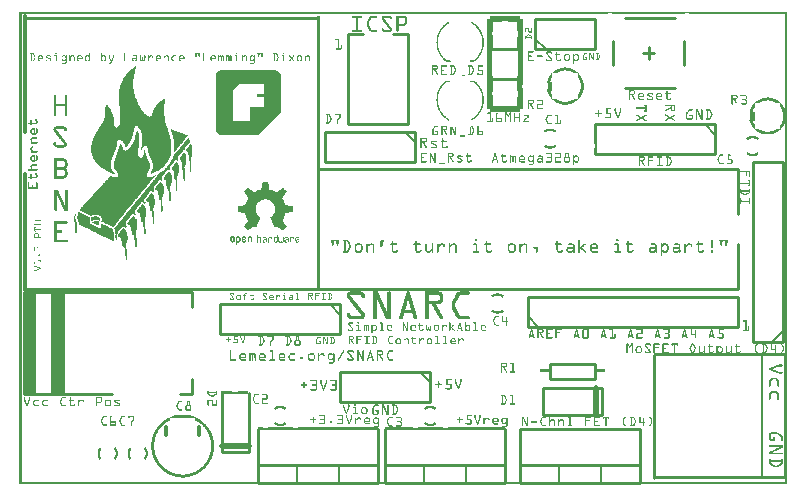
<source format=gto>
G04 MADE WITH FRITZING*
G04 WWW.FRITZING.ORG*
G04 DOUBLE SIDED*
G04 HOLES PLATED*
G04 CONTOUR ON CENTER OF CONTOUR VECTOR*
%ASAXBY*%
%FSLAX23Y23*%
%MOIN*%
%OFA0B0*%
%SFA1.0B1.0*%
%ADD10C,0.010000*%
%ADD11C,0.009413*%
%ADD12C,0.009403*%
%ADD13C,0.012499*%
%ADD14C,0.005000*%
%ADD15C,0.020000*%
%ADD16R,0.001000X0.001000*%
%LNSILK1*%
G90*
G70*
G54D10*
X2216Y1478D02*
X2216Y1399D01*
D02*
X2019Y1557D02*
X2186Y1557D01*
D02*
X2019Y1321D02*
X2186Y1321D01*
D02*
X1980Y1478D02*
X1980Y1399D01*
D02*
X2098Y1458D02*
X2098Y1419D01*
D02*
X2117Y1439D02*
X2078Y1439D01*
G54D11*
D02*
X18Y652D02*
X993Y652D01*
G54D12*
D02*
X993Y1556D02*
X20Y1556D01*
G54D13*
D02*
X18Y648D02*
X18Y1035D01*
D02*
X18Y1174D02*
X18Y1561D01*
G54D10*
D02*
X310Y302D02*
X15Y302D01*
D02*
X15Y302D02*
X15Y642D01*
D02*
X15Y642D02*
X575Y642D01*
D02*
X575Y642D02*
X575Y592D01*
D02*
X535Y302D02*
X575Y302D01*
D02*
X575Y302D02*
X575Y352D01*
D02*
X15Y302D02*
X15Y642D01*
D02*
X20Y302D02*
X20Y642D01*
D02*
X25Y302D02*
X25Y642D01*
D02*
X30Y302D02*
X30Y642D01*
D02*
X35Y302D02*
X35Y642D01*
D02*
X40Y302D02*
X40Y642D01*
D02*
X45Y302D02*
X45Y642D01*
D02*
X50Y302D02*
X50Y642D01*
D02*
X145Y302D02*
X145Y642D01*
D02*
X140Y302D02*
X140Y642D01*
D02*
X135Y302D02*
X135Y642D01*
D02*
X130Y302D02*
X130Y642D01*
D02*
X125Y302D02*
X125Y642D01*
D02*
X120Y302D02*
X120Y642D01*
D02*
X115Y302D02*
X115Y642D01*
D02*
X110Y302D02*
X110Y642D01*
D02*
X1195Y7D02*
X795Y7D01*
D02*
X795Y7D02*
X795Y187D01*
D02*
X1195Y187D02*
X1195Y7D01*
D02*
X1195Y7D02*
X795Y7D01*
D02*
X795Y7D02*
X795Y67D01*
D02*
X795Y67D02*
X1195Y67D01*
D02*
X1195Y67D02*
X1195Y7D01*
G54D14*
D02*
X1065Y7D02*
X1065Y67D01*
D02*
X925Y7D02*
X925Y67D01*
G54D10*
D02*
X1620Y7D02*
X1220Y7D01*
D02*
X1220Y7D02*
X1220Y187D01*
D02*
X1620Y187D02*
X1620Y7D01*
D02*
X1620Y7D02*
X1220Y7D01*
D02*
X1220Y7D02*
X1220Y67D01*
D02*
X1220Y67D02*
X1620Y67D01*
D02*
X1620Y67D02*
X1620Y7D01*
G54D14*
D02*
X1490Y7D02*
X1490Y67D01*
D02*
X1350Y7D02*
X1350Y67D01*
G54D10*
D02*
X2070Y7D02*
X1670Y7D01*
D02*
X1670Y7D02*
X1670Y187D01*
D02*
X1670Y187D02*
X2070Y187D01*
D02*
X2070Y187D02*
X2070Y7D01*
D02*
X2070Y7D02*
X1670Y7D01*
D02*
X1670Y7D02*
X1670Y67D01*
D02*
X1670Y67D02*
X2070Y67D01*
D02*
X2070Y67D02*
X2070Y7D01*
G54D14*
D02*
X1940Y7D02*
X1940Y67D01*
D02*
X1800Y7D02*
X1800Y67D01*
G54D10*
D02*
X1920Y353D02*
X1770Y353D01*
D02*
X1770Y353D02*
X1770Y403D01*
D02*
X1770Y403D02*
X1920Y403D01*
D02*
X1920Y403D02*
X1920Y353D01*
D02*
X1095Y1502D02*
X1095Y1202D01*
D02*
X1095Y1202D02*
X1295Y1202D01*
D02*
X1295Y1202D02*
X1295Y1502D01*
D02*
X1095Y1502D02*
X1145Y1502D01*
D02*
X1245Y1502D02*
X1295Y1502D01*
D02*
X2320Y1202D02*
X1920Y1202D01*
D02*
X1920Y1102D02*
X2320Y1102D01*
D02*
X2320Y1102D02*
X2320Y1202D01*
G54D14*
D02*
X2285Y1202D02*
X2320Y1167D01*
G54D10*
D02*
X1941Y232D02*
X1746Y232D01*
D02*
X1746Y322D02*
X1941Y322D01*
D02*
X1941Y322D02*
X1941Y232D01*
G54D15*
D02*
X1921Y322D02*
X1921Y232D01*
G54D10*
D02*
X1720Y1452D02*
X1920Y1452D01*
D02*
X1920Y1452D02*
X1920Y1552D01*
D02*
X1920Y1552D02*
X1720Y1552D01*
D02*
X1720Y1552D02*
X1720Y1452D01*
G54D14*
D02*
X1755Y1452D02*
X1720Y1487D01*
G54D10*
D02*
X1370Y377D02*
X1070Y377D01*
D02*
X1070Y377D02*
X1070Y277D01*
D02*
X1070Y277D02*
X1370Y277D01*
D02*
X1370Y277D02*
X1370Y377D01*
G54D14*
D02*
X1335Y377D02*
X1370Y342D01*
G54D10*
D02*
X1570Y1452D02*
X1670Y1452D01*
D02*
X1570Y1352D02*
X1670Y1352D01*
D02*
X674Y109D02*
X674Y304D01*
D02*
X764Y304D02*
X764Y109D01*
D02*
X764Y109D02*
X674Y109D01*
G54D15*
D02*
X764Y129D02*
X674Y129D01*
G54D10*
D02*
X1070Y602D02*
X670Y602D01*
D02*
X670Y602D02*
X670Y502D01*
D02*
X670Y502D02*
X1070Y502D01*
D02*
X1070Y502D02*
X1070Y602D01*
G54D14*
D02*
X1035Y602D02*
X1070Y567D01*
G54D10*
D02*
X2115Y432D02*
X2115Y22D01*
G54D14*
D02*
X2475Y22D02*
X2475Y432D01*
G54D10*
D02*
X1320Y1177D02*
X1020Y1177D01*
D02*
X1020Y1177D02*
X1020Y1077D01*
D02*
X1020Y1077D02*
X1320Y1077D01*
D02*
X1320Y1077D02*
X1320Y1177D01*
G54D14*
D02*
X1285Y1177D02*
X1320Y1142D01*
G54D10*
D02*
X1695Y527D02*
X2395Y527D01*
D02*
X2395Y527D02*
X2395Y627D01*
D02*
X2395Y627D02*
X1695Y627D01*
D02*
X1695Y627D02*
X1695Y527D01*
G54D14*
D02*
X1730Y527D02*
X1695Y562D01*
G54D10*
D02*
X2395Y1052D02*
X995Y1052D01*
D02*
X995Y1052D02*
X995Y652D01*
D02*
X995Y652D02*
X2395Y652D01*
D02*
X2395Y1052D02*
X2395Y902D01*
D02*
X2395Y802D02*
X2395Y652D01*
D02*
X2545Y477D02*
X2545Y1077D01*
D02*
X2545Y1077D02*
X2445Y1077D01*
D02*
X2445Y1077D02*
X2445Y477D01*
D02*
X2445Y477D02*
X2545Y477D01*
G54D14*
D02*
X2545Y512D02*
X2510Y477D01*
G36*
X388Y1395D02*
X388Y1394D01*
X387Y1394D01*
X387Y1393D01*
X386Y1393D01*
X386Y1393D01*
X384Y1393D01*
X384Y1392D01*
X383Y1392D01*
X383Y1391D01*
X382Y1391D01*
X382Y1390D01*
X381Y1390D01*
X381Y1390D01*
X380Y1390D01*
X380Y1389D01*
X378Y1389D01*
X378Y1388D01*
X378Y1388D01*
X378Y1387D01*
X376Y1387D01*
X376Y1387D01*
X375Y1387D01*
X375Y1386D01*
X375Y1386D01*
X375Y1385D01*
X373Y1385D01*
X373Y1384D01*
X372Y1384D01*
X372Y1384D01*
X372Y1384D01*
X372Y1383D01*
X371Y1383D01*
X371Y1382D01*
X369Y1382D01*
X369Y1381D01*
X369Y1381D01*
X369Y1381D01*
X368Y1381D01*
X368Y1380D01*
X367Y1380D01*
X367Y1379D01*
X366Y1379D01*
X366Y1378D01*
X366Y1378D01*
X366Y1378D01*
X365Y1378D01*
X365Y1377D01*
X364Y1377D01*
X364Y1376D01*
X363Y1376D01*
X363Y1375D01*
X363Y1375D01*
X363Y1375D01*
X362Y1375D01*
X362Y1374D01*
X361Y1374D01*
X361Y1373D01*
X360Y1373D01*
X360Y1372D01*
X360Y1372D01*
X360Y1372D01*
X359Y1372D01*
X359Y1371D01*
X358Y1371D01*
X358Y1369D01*
X357Y1369D01*
X357Y1369D01*
X357Y1369D01*
X357Y1368D01*
X356Y1368D01*
X356Y1367D01*
X355Y1367D01*
X355Y1366D01*
X354Y1366D01*
X354Y1365D01*
X354Y1365D01*
X354Y1363D01*
X353Y1363D01*
X353Y1363D01*
X352Y1363D01*
X352Y1361D01*
X351Y1361D01*
X351Y1360D01*
X351Y1360D01*
X351Y1359D01*
X350Y1359D01*
X350Y1358D01*
X349Y1358D01*
X349Y1357D01*
X348Y1357D01*
X348Y1356D01*
X348Y1356D01*
X348Y1354D01*
X347Y1354D01*
X347Y1353D01*
X346Y1353D01*
X346Y1351D01*
X345Y1351D01*
X345Y1350D01*
X345Y1350D01*
X345Y1348D01*
X344Y1348D01*
X344Y1347D01*
X343Y1347D01*
X343Y1345D01*
X342Y1345D01*
X342Y1344D01*
X342Y1344D01*
X342Y1342D01*
X341Y1342D01*
X341Y1340D01*
X340Y1340D01*
X340Y1338D01*
X339Y1338D01*
X339Y1336D01*
X339Y1336D01*
X339Y1334D01*
X338Y1334D01*
X338Y1332D01*
X337Y1332D01*
X337Y1330D01*
X336Y1330D01*
X336Y1327D01*
X336Y1327D01*
X336Y1324D01*
X335Y1324D01*
X335Y1321D01*
X334Y1321D01*
X334Y1318D01*
X333Y1318D01*
X333Y1314D01*
X333Y1314D01*
X333Y1309D01*
X332Y1309D01*
X332Y1303D01*
X331Y1303D01*
X331Y1276D01*
X332Y1276D01*
X332Y1270D01*
X333Y1270D01*
X333Y1265D01*
X333Y1265D01*
X333Y1261D01*
X334Y1261D01*
X334Y1256D01*
X335Y1256D01*
X335Y1251D01*
X336Y1251D01*
X336Y1244D01*
X336Y1244D01*
X336Y1227D01*
X432Y1227D01*
X432Y1228D01*
X430Y1228D01*
X430Y1228D01*
X427Y1228D01*
X427Y1229D01*
X427Y1229D01*
X427Y1230D01*
X425Y1230D01*
X425Y1231D01*
X424Y1231D01*
X424Y1231D01*
X423Y1231D01*
X423Y1232D01*
X422Y1232D01*
X422Y1233D01*
X421Y1233D01*
X421Y1234D01*
X421Y1234D01*
X421Y1234D01*
X420Y1234D01*
X420Y1235D01*
X419Y1235D01*
X419Y1236D01*
X418Y1236D01*
X418Y1237D01*
X418Y1237D01*
X418Y1237D01*
X417Y1237D01*
X417Y1238D01*
X416Y1238D01*
X416Y1240D01*
X415Y1240D01*
X415Y1240D01*
X415Y1240D01*
X415Y1241D01*
X414Y1241D01*
X414Y1242D01*
X413Y1242D01*
X413Y1243D01*
X412Y1243D01*
X412Y1244D01*
X412Y1244D01*
X412Y1245D01*
X411Y1245D01*
X411Y1246D01*
X410Y1246D01*
X410Y1247D01*
X409Y1247D01*
X409Y1248D01*
X409Y1248D01*
X409Y1249D01*
X408Y1249D01*
X408Y1250D01*
X407Y1250D01*
X407Y1252D01*
X406Y1252D01*
X406Y1252D01*
X406Y1252D01*
X406Y1254D01*
X405Y1254D01*
X405Y1255D01*
X404Y1255D01*
X404Y1256D01*
X403Y1256D01*
X403Y1258D01*
X403Y1258D01*
X403Y1259D01*
X402Y1259D01*
X402Y1260D01*
X401Y1260D01*
X401Y1261D01*
X400Y1261D01*
X400Y1263D01*
X400Y1263D01*
X400Y1264D01*
X399Y1264D01*
X399Y1266D01*
X398Y1266D01*
X398Y1267D01*
X397Y1267D01*
X397Y1269D01*
X397Y1269D01*
X397Y1270D01*
X396Y1270D01*
X396Y1272D01*
X395Y1272D01*
X395Y1273D01*
X394Y1273D01*
X394Y1275D01*
X394Y1275D01*
X394Y1276D01*
X393Y1276D01*
X393Y1278D01*
X392Y1278D01*
X392Y1280D01*
X391Y1280D01*
X391Y1282D01*
X391Y1282D01*
X391Y1284D01*
X390Y1284D01*
X390Y1285D01*
X389Y1285D01*
X389Y1288D01*
X388Y1288D01*
X388Y1290D01*
X387Y1290D01*
X387Y1291D01*
X387Y1291D01*
X387Y1294D01*
X386Y1294D01*
X386Y1296D01*
X385Y1296D01*
X385Y1298D01*
X384Y1298D01*
X384Y1301D01*
X384Y1301D01*
X384Y1303D01*
X383Y1303D01*
X383Y1306D01*
X382Y1306D01*
X382Y1309D01*
X381Y1309D01*
X381Y1314D01*
X381Y1314D01*
X381Y1318D01*
X380Y1318D01*
X380Y1325D01*
X379Y1325D01*
X379Y1346D01*
X380Y1346D01*
X380Y1352D01*
X381Y1352D01*
X381Y1357D01*
X381Y1357D01*
X381Y1362D01*
X382Y1362D01*
X382Y1366D01*
X383Y1366D01*
X383Y1369D01*
X384Y1369D01*
X384Y1373D01*
X384Y1373D01*
X384Y1376D01*
X385Y1376D01*
X385Y1379D01*
X386Y1379D01*
X386Y1382D01*
X387Y1382D01*
X387Y1385D01*
X387Y1385D01*
X387Y1387D01*
X388Y1387D01*
X388Y1390D01*
X389Y1390D01*
X389Y1393D01*
X390Y1393D01*
X390Y1395D01*
X388Y1395D01*
G37*
D02*
G36*
X483Y1286D02*
X483Y1285D01*
X481Y1285D01*
X481Y1285D01*
X480Y1285D01*
X480Y1284D01*
X479Y1284D01*
X479Y1283D01*
X478Y1283D01*
X478Y1282D01*
X476Y1282D01*
X476Y1282D01*
X475Y1282D01*
X475Y1281D01*
X474Y1281D01*
X474Y1280D01*
X472Y1280D01*
X472Y1279D01*
X472Y1279D01*
X472Y1279D01*
X471Y1279D01*
X471Y1278D01*
X469Y1278D01*
X469Y1277D01*
X469Y1277D01*
X469Y1276D01*
X468Y1276D01*
X468Y1276D01*
X467Y1276D01*
X467Y1275D01*
X466Y1275D01*
X466Y1274D01*
X466Y1274D01*
X466Y1273D01*
X465Y1273D01*
X465Y1273D01*
X464Y1273D01*
X464Y1272D01*
X463Y1272D01*
X463Y1270D01*
X462Y1270D01*
X462Y1270D01*
X461Y1270D01*
X461Y1269D01*
X460Y1269D01*
X460Y1268D01*
X460Y1268D01*
X460Y1267D01*
X459Y1267D01*
X459Y1267D01*
X458Y1267D01*
X458Y1266D01*
X457Y1266D01*
X457Y1264D01*
X457Y1264D01*
X457Y1264D01*
X456Y1264D01*
X456Y1263D01*
X455Y1263D01*
X455Y1261D01*
X454Y1261D01*
X454Y1261D01*
X454Y1261D01*
X454Y1260D01*
X453Y1260D01*
X453Y1258D01*
X452Y1258D01*
X452Y1258D01*
X451Y1258D01*
X451Y1256D01*
X451Y1256D01*
X451Y1255D01*
X450Y1255D01*
X450Y1254D01*
X449Y1254D01*
X449Y1252D01*
X448Y1252D01*
X448Y1251D01*
X448Y1251D01*
X448Y1249D01*
X447Y1249D01*
X447Y1248D01*
X446Y1248D01*
X446Y1246D01*
X445Y1246D01*
X445Y1245D01*
X445Y1245D01*
X445Y1243D01*
X444Y1243D01*
X444Y1239D01*
X443Y1239D01*
X443Y1234D01*
X442Y1234D01*
X442Y1232D01*
X442Y1232D01*
X442Y1231D01*
X441Y1231D01*
X441Y1230D01*
X440Y1230D01*
X440Y1229D01*
X439Y1229D01*
X439Y1228D01*
X438Y1228D01*
X438Y1228D01*
X436Y1228D01*
X436Y1227D01*
X484Y1227D01*
X484Y1228D01*
X483Y1228D01*
X483Y1235D01*
X482Y1235D01*
X482Y1250D01*
X483Y1250D01*
X483Y1270D01*
X484Y1270D01*
X484Y1286D01*
X483Y1286D01*
G37*
D02*
G36*
X288Y1267D02*
X288Y1264D01*
X288Y1264D01*
X288Y1258D01*
X287Y1258D01*
X287Y1247D01*
X286Y1247D01*
X286Y1237D01*
X285Y1237D01*
X285Y1229D01*
X285Y1229D01*
X285Y1225D01*
X284Y1225D01*
X284Y1221D01*
X283Y1221D01*
X283Y1219D01*
X282Y1219D01*
X282Y1216D01*
X282Y1216D01*
X282Y1214D01*
X281Y1214D01*
X281Y1213D01*
X280Y1213D01*
X280Y1211D01*
X279Y1211D01*
X279Y1210D01*
X279Y1210D01*
X279Y1209D01*
X278Y1209D01*
X278Y1207D01*
X277Y1207D01*
X277Y1207D01*
X276Y1207D01*
X276Y1205D01*
X276Y1205D01*
X276Y1204D01*
X275Y1204D01*
X275Y1203D01*
X274Y1203D01*
X274Y1201D01*
X273Y1201D01*
X273Y1200D01*
X273Y1200D01*
X273Y1199D01*
X272Y1199D01*
X272Y1198D01*
X271Y1198D01*
X271Y1197D01*
X270Y1197D01*
X270Y1196D01*
X270Y1196D01*
X270Y1194D01*
X269Y1194D01*
X269Y1194D01*
X268Y1194D01*
X268Y1192D01*
X267Y1192D01*
X267Y1191D01*
X267Y1191D01*
X267Y1190D01*
X321Y1190D01*
X321Y1191D01*
X320Y1191D01*
X320Y1191D01*
X318Y1191D01*
X318Y1193D01*
X318Y1193D01*
X318Y1194D01*
X317Y1194D01*
X317Y1196D01*
X316Y1196D01*
X316Y1199D01*
X315Y1199D01*
X315Y1216D01*
X315Y1216D01*
X315Y1221D01*
X314Y1221D01*
X314Y1225D01*
X313Y1225D01*
X313Y1228D01*
X312Y1228D01*
X312Y1231D01*
X312Y1231D01*
X312Y1234D01*
X311Y1234D01*
X311Y1235D01*
X310Y1235D01*
X310Y1237D01*
X309Y1237D01*
X309Y1240D01*
X309Y1240D01*
X309Y1241D01*
X308Y1241D01*
X308Y1243D01*
X307Y1243D01*
X307Y1245D01*
X306Y1245D01*
X306Y1246D01*
X306Y1246D01*
X306Y1248D01*
X305Y1248D01*
X305Y1249D01*
X304Y1249D01*
X304Y1251D01*
X303Y1251D01*
X303Y1252D01*
X303Y1252D01*
X303Y1253D01*
X302Y1253D01*
X302Y1255D01*
X301Y1255D01*
X301Y1255D01*
X300Y1255D01*
X300Y1256D01*
X300Y1256D01*
X300Y1258D01*
X299Y1258D01*
X299Y1258D01*
X298Y1258D01*
X298Y1259D01*
X297Y1259D01*
X297Y1260D01*
X297Y1260D01*
X297Y1261D01*
X296Y1261D01*
X296Y1261D01*
X295Y1261D01*
X295Y1263D01*
X294Y1263D01*
X294Y1264D01*
X294Y1264D01*
X294Y1264D01*
X293Y1264D01*
X293Y1265D01*
X292Y1265D01*
X292Y1266D01*
X291Y1266D01*
X291Y1267D01*
X291Y1267D01*
X291Y1267D01*
X288Y1267D01*
G37*
D02*
G36*
X336Y1227D02*
X336Y1226D01*
X484Y1226D01*
X484Y1227D01*
X336Y1227D01*
G37*
D02*
G36*
X336Y1227D02*
X336Y1226D01*
X484Y1226D01*
X484Y1227D01*
X336Y1227D01*
G37*
D02*
G36*
X336Y1226D02*
X336Y1213D01*
X336Y1213D01*
X336Y1207D01*
X335Y1207D01*
X335Y1203D01*
X334Y1203D01*
X334Y1200D01*
X333Y1200D01*
X333Y1198D01*
X333Y1198D01*
X333Y1197D01*
X332Y1197D01*
X332Y1195D01*
X331Y1195D01*
X331Y1194D01*
X392Y1194D01*
X392Y1194D01*
X394Y1194D01*
X394Y1193D01*
X395Y1193D01*
X395Y1192D01*
X396Y1192D01*
X396Y1191D01*
X397Y1191D01*
X397Y1190D01*
X398Y1190D01*
X398Y1189D01*
X399Y1189D01*
X399Y1188D01*
X400Y1188D01*
X400Y1188D01*
X400Y1188D01*
X400Y1186D01*
X401Y1186D01*
X401Y1185D01*
X402Y1185D01*
X402Y1184D01*
X403Y1184D01*
X403Y1182D01*
X403Y1182D01*
X403Y1181D01*
X404Y1181D01*
X404Y1180D01*
X405Y1180D01*
X405Y1179D01*
X406Y1179D01*
X406Y1176D01*
X406Y1176D01*
X406Y1175D01*
X407Y1175D01*
X407Y1173D01*
X408Y1173D01*
X408Y1170D01*
X409Y1170D01*
X409Y1167D01*
X409Y1167D01*
X409Y1144D01*
X409Y1144D01*
X409Y1134D01*
X408Y1134D01*
X408Y1128D01*
X421Y1128D01*
X421Y1128D01*
X424Y1128D01*
X424Y1127D01*
X424Y1127D01*
X424Y1126D01*
X425Y1126D01*
X425Y1125D01*
X426Y1125D01*
X426Y1125D01*
X427Y1125D01*
X427Y1122D01*
X427Y1122D01*
X427Y1121D01*
X428Y1121D01*
X428Y1117D01*
X429Y1117D01*
X429Y1110D01*
X430Y1110D01*
X430Y1107D01*
X430Y1107D01*
X430Y1104D01*
X431Y1104D01*
X431Y1102D01*
X432Y1102D01*
X432Y1100D01*
X433Y1100D01*
X433Y1098D01*
X433Y1098D01*
X433Y1096D01*
X434Y1096D01*
X434Y1095D01*
X435Y1095D01*
X435Y1093D01*
X436Y1093D01*
X436Y1092D01*
X436Y1092D01*
X436Y1090D01*
X437Y1090D01*
X437Y1088D01*
X438Y1088D01*
X438Y1086D01*
X439Y1086D01*
X439Y1085D01*
X439Y1085D01*
X439Y1083D01*
X440Y1083D01*
X440Y1081D01*
X441Y1081D01*
X441Y1079D01*
X442Y1079D01*
X442Y1077D01*
X442Y1077D01*
X442Y1074D01*
X443Y1074D01*
X443Y1072D01*
X444Y1072D01*
X444Y1068D01*
X445Y1068D01*
X445Y1056D01*
X444Y1056D01*
X444Y1052D01*
X443Y1052D01*
X443Y1050D01*
X442Y1050D01*
X442Y1047D01*
X442Y1047D01*
X442Y1046D01*
X441Y1046D01*
X441Y1044D01*
X440Y1044D01*
X440Y1042D01*
X439Y1042D01*
X439Y1041D01*
X439Y1041D01*
X439Y1038D01*
X438Y1038D01*
X438Y1037D01*
X437Y1037D01*
X437Y1035D01*
X439Y1035D01*
X439Y1036D01*
X441Y1036D01*
X441Y1037D01*
X442Y1037D01*
X442Y1038D01*
X445Y1038D01*
X445Y1038D01*
X446Y1038D01*
X446Y1039D01*
X448Y1039D01*
X448Y1040D01*
X449Y1040D01*
X449Y1041D01*
X451Y1041D01*
X451Y1041D01*
X453Y1041D01*
X453Y1042D01*
X454Y1042D01*
X454Y1043D01*
X456Y1043D01*
X456Y1044D01*
X457Y1044D01*
X457Y1044D01*
X458Y1044D01*
X458Y1045D01*
X460Y1045D01*
X460Y1046D01*
X461Y1046D01*
X461Y1047D01*
X463Y1047D01*
X463Y1047D01*
X464Y1047D01*
X464Y1048D01*
X465Y1048D01*
X465Y1049D01*
X466Y1049D01*
X466Y1050D01*
X467Y1050D01*
X467Y1050D01*
X469Y1050D01*
X469Y1051D01*
X469Y1051D01*
X469Y1052D01*
X471Y1052D01*
X471Y1053D01*
X472Y1053D01*
X472Y1053D01*
X473Y1053D01*
X473Y1054D01*
X474Y1054D01*
X474Y1055D01*
X475Y1055D01*
X475Y1056D01*
X476Y1056D01*
X476Y1056D01*
X477Y1056D01*
X477Y1057D01*
X478Y1057D01*
X478Y1058D01*
X478Y1058D01*
X478Y1059D01*
X479Y1059D01*
X479Y1059D01*
X480Y1059D01*
X480Y1060D01*
X481Y1060D01*
X481Y1061D01*
X481Y1061D01*
X481Y1062D01*
X482Y1062D01*
X482Y1062D01*
X483Y1062D01*
X483Y1063D01*
X484Y1063D01*
X484Y1065D01*
X484Y1065D01*
X484Y1065D01*
X485Y1065D01*
X485Y1066D01*
X486Y1066D01*
X486Y1067D01*
X487Y1067D01*
X487Y1068D01*
X487Y1068D01*
X487Y1069D01*
X488Y1069D01*
X488Y1070D01*
X489Y1070D01*
X489Y1071D01*
X490Y1071D01*
X490Y1071D01*
X490Y1071D01*
X490Y1073D01*
X491Y1073D01*
X491Y1074D01*
X492Y1074D01*
X492Y1074D01*
X493Y1074D01*
X493Y1076D01*
X493Y1076D01*
X493Y1077D01*
X494Y1077D01*
X494Y1078D01*
X495Y1078D01*
X495Y1080D01*
X496Y1080D01*
X496Y1080D01*
X496Y1080D01*
X496Y1082D01*
X497Y1082D01*
X497Y1083D01*
X498Y1083D01*
X498Y1085D01*
X499Y1085D01*
X499Y1086D01*
X499Y1086D01*
X499Y1088D01*
X500Y1088D01*
X500Y1089D01*
X501Y1089D01*
X501Y1091D01*
X502Y1091D01*
X502Y1092D01*
X502Y1092D01*
X502Y1095D01*
X503Y1095D01*
X503Y1097D01*
X504Y1097D01*
X504Y1099D01*
X505Y1099D01*
X505Y1102D01*
X505Y1102D01*
X505Y1106D01*
X506Y1106D01*
X506Y1110D01*
X507Y1110D01*
X507Y1133D01*
X506Y1133D01*
X506Y1140D01*
X505Y1140D01*
X505Y1144D01*
X505Y1144D01*
X505Y1148D01*
X504Y1148D01*
X504Y1152D01*
X503Y1152D01*
X503Y1155D01*
X502Y1155D01*
X502Y1158D01*
X502Y1158D01*
X502Y1161D01*
X501Y1161D01*
X501Y1164D01*
X500Y1164D01*
X500Y1167D01*
X499Y1167D01*
X499Y1170D01*
X499Y1170D01*
X499Y1173D01*
X498Y1173D01*
X498Y1176D01*
X497Y1176D01*
X497Y1178D01*
X496Y1178D01*
X496Y1180D01*
X496Y1180D01*
X496Y1183D01*
X495Y1183D01*
X495Y1185D01*
X494Y1185D01*
X494Y1188D01*
X493Y1188D01*
X493Y1191D01*
X493Y1191D01*
X493Y1193D01*
X492Y1193D01*
X492Y1195D01*
X491Y1195D01*
X491Y1197D01*
X490Y1197D01*
X490Y1200D01*
X490Y1200D01*
X490Y1203D01*
X489Y1203D01*
X489Y1205D01*
X488Y1205D01*
X488Y1207D01*
X487Y1207D01*
X487Y1210D01*
X487Y1210D01*
X487Y1213D01*
X486Y1213D01*
X486Y1216D01*
X485Y1216D01*
X485Y1219D01*
X484Y1219D01*
X484Y1223D01*
X484Y1223D01*
X484Y1226D01*
X336Y1226D01*
G37*
D02*
G36*
X331Y1194D02*
X331Y1194D01*
X330Y1194D01*
X330Y1193D01*
X330Y1193D01*
X330Y1192D01*
X329Y1192D01*
X329Y1191D01*
X328Y1191D01*
X328Y1191D01*
X327Y1191D01*
X327Y1190D01*
X384Y1190D01*
X384Y1191D01*
X384Y1191D01*
X384Y1192D01*
X385Y1192D01*
X385Y1193D01*
X387Y1193D01*
X387Y1194D01*
X388Y1194D01*
X388Y1194D01*
X331Y1194D01*
G37*
D02*
G36*
X266Y1190D02*
X266Y1189D01*
X383Y1189D01*
X383Y1190D01*
X266Y1190D01*
G37*
D02*
G36*
X266Y1190D02*
X266Y1189D01*
X383Y1189D01*
X383Y1190D01*
X266Y1190D01*
G37*
D02*
G36*
X266Y1189D02*
X266Y1188D01*
X265Y1188D01*
X265Y1188D01*
X264Y1188D01*
X264Y1186D01*
X264Y1186D01*
X264Y1185D01*
X263Y1185D01*
X263Y1184D01*
X262Y1184D01*
X262Y1182D01*
X261Y1182D01*
X261Y1182D01*
X261Y1182D01*
X261Y1180D01*
X260Y1180D01*
X260Y1179D01*
X259Y1179D01*
X259Y1178D01*
X258Y1178D01*
X258Y1176D01*
X258Y1176D01*
X258Y1175D01*
X257Y1175D01*
X257Y1174D01*
X256Y1174D01*
X256Y1173D01*
X255Y1173D01*
X255Y1171D01*
X255Y1171D01*
X255Y1170D01*
X254Y1170D01*
X254Y1168D01*
X253Y1168D01*
X253Y1167D01*
X252Y1167D01*
X252Y1165D01*
X252Y1165D01*
X252Y1164D01*
X251Y1164D01*
X251Y1162D01*
X250Y1162D01*
X250Y1161D01*
X249Y1161D01*
X249Y1159D01*
X249Y1159D01*
X249Y1157D01*
X248Y1157D01*
X248Y1155D01*
X247Y1155D01*
X247Y1154D01*
X246Y1154D01*
X246Y1152D01*
X246Y1152D01*
X246Y1149D01*
X245Y1149D01*
X245Y1149D01*
X339Y1149D01*
X339Y1148D01*
X340Y1148D01*
X340Y1147D01*
X342Y1147D01*
X342Y1146D01*
X342Y1146D01*
X342Y1146D01*
X343Y1146D01*
X343Y1145D01*
X344Y1145D01*
X344Y1144D01*
X345Y1144D01*
X345Y1143D01*
X345Y1143D01*
X345Y1143D01*
X346Y1143D01*
X346Y1141D01*
X347Y1141D01*
X347Y1140D01*
X348Y1140D01*
X348Y1138D01*
X348Y1138D01*
X348Y1137D01*
X349Y1137D01*
X349Y1135D01*
X350Y1135D01*
X350Y1134D01*
X351Y1134D01*
X351Y1131D01*
X351Y1131D01*
X351Y1130D01*
X352Y1130D01*
X352Y1128D01*
X353Y1128D01*
X353Y1126D01*
X354Y1126D01*
X354Y1125D01*
X354Y1125D01*
X354Y1124D01*
X355Y1124D01*
X355Y1125D01*
X357Y1125D01*
X357Y1125D01*
X357Y1125D01*
X357Y1126D01*
X358Y1126D01*
X358Y1127D01*
X359Y1127D01*
X359Y1128D01*
X360Y1128D01*
X360Y1129D01*
X360Y1129D01*
X360Y1130D01*
X361Y1130D01*
X361Y1131D01*
X362Y1131D01*
X362Y1131D01*
X363Y1131D01*
X363Y1133D01*
X363Y1133D01*
X363Y1134D01*
X364Y1134D01*
X364Y1135D01*
X365Y1135D01*
X365Y1136D01*
X366Y1136D01*
X366Y1137D01*
X366Y1137D01*
X366Y1139D01*
X367Y1139D01*
X367Y1140D01*
X368Y1140D01*
X368Y1141D01*
X369Y1141D01*
X369Y1143D01*
X369Y1143D01*
X369Y1144D01*
X370Y1144D01*
X370Y1146D01*
X371Y1146D01*
X371Y1147D01*
X372Y1147D01*
X372Y1149D01*
X372Y1149D01*
X372Y1150D01*
X373Y1150D01*
X373Y1152D01*
X374Y1152D01*
X374Y1153D01*
X375Y1153D01*
X375Y1155D01*
X375Y1155D01*
X375Y1157D01*
X376Y1157D01*
X376Y1159D01*
X377Y1159D01*
X377Y1161D01*
X378Y1161D01*
X378Y1164D01*
X378Y1164D01*
X378Y1167D01*
X379Y1167D01*
X379Y1170D01*
X380Y1170D01*
X380Y1174D01*
X381Y1174D01*
X381Y1182D01*
X381Y1182D01*
X381Y1185D01*
X382Y1185D01*
X382Y1188D01*
X383Y1188D01*
X383Y1189D01*
X266Y1189D01*
G37*
D02*
G36*
X245Y1149D02*
X245Y1147D01*
X244Y1147D01*
X244Y1145D01*
X243Y1145D01*
X243Y1142D01*
X243Y1142D01*
X243Y1139D01*
X242Y1139D01*
X242Y1135D01*
X241Y1135D01*
X241Y1131D01*
X240Y1131D01*
X240Y1125D01*
X240Y1125D01*
X240Y1111D01*
X240Y1111D01*
X240Y1105D01*
X241Y1105D01*
X241Y1102D01*
X242Y1102D01*
X242Y1099D01*
X243Y1099D01*
X243Y1097D01*
X243Y1097D01*
X243Y1095D01*
X244Y1095D01*
X244Y1092D01*
X245Y1092D01*
X245Y1091D01*
X246Y1091D01*
X246Y1089D01*
X246Y1089D01*
X246Y1088D01*
X247Y1088D01*
X247Y1086D01*
X248Y1086D01*
X248Y1085D01*
X249Y1085D01*
X249Y1083D01*
X249Y1083D01*
X249Y1082D01*
X250Y1082D01*
X250Y1081D01*
X251Y1081D01*
X251Y1080D01*
X252Y1080D01*
X252Y1079D01*
X252Y1079D01*
X252Y1078D01*
X253Y1078D01*
X253Y1077D01*
X254Y1077D01*
X254Y1076D01*
X255Y1076D01*
X255Y1075D01*
X255Y1075D01*
X255Y1074D01*
X256Y1074D01*
X256Y1073D01*
X257Y1073D01*
X257Y1072D01*
X258Y1072D01*
X258Y1071D01*
X258Y1071D01*
X258Y1071D01*
X259Y1071D01*
X259Y1070D01*
X260Y1070D01*
X260Y1069D01*
X261Y1069D01*
X261Y1068D01*
X261Y1068D01*
X261Y1068D01*
X262Y1068D01*
X262Y1067D01*
X263Y1067D01*
X263Y1066D01*
X264Y1066D01*
X264Y1065D01*
X264Y1065D01*
X264Y1065D01*
X265Y1065D01*
X265Y1064D01*
X266Y1064D01*
X266Y1063D01*
X267Y1063D01*
X267Y1062D01*
X268Y1062D01*
X268Y1062D01*
X269Y1062D01*
X269Y1061D01*
X270Y1061D01*
X270Y1060D01*
X271Y1060D01*
X271Y1059D01*
X272Y1059D01*
X272Y1059D01*
X273Y1059D01*
X273Y1058D01*
X273Y1058D01*
X273Y1057D01*
X275Y1057D01*
X275Y1056D01*
X276Y1056D01*
X276Y1056D01*
X277Y1056D01*
X277Y1055D01*
X278Y1055D01*
X278Y1054D01*
X279Y1054D01*
X279Y1053D01*
X280Y1053D01*
X280Y1053D01*
X282Y1053D01*
X282Y1052D01*
X282Y1052D01*
X282Y1051D01*
X284Y1051D01*
X284Y1050D01*
X285Y1050D01*
X285Y1050D01*
X286Y1050D01*
X286Y1049D01*
X288Y1049D01*
X288Y1048D01*
X288Y1048D01*
X288Y1047D01*
X290Y1047D01*
X290Y1047D01*
X291Y1047D01*
X291Y1046D01*
X293Y1046D01*
X293Y1045D01*
X294Y1045D01*
X294Y1044D01*
X295Y1044D01*
X295Y1044D01*
X297Y1044D01*
X297Y1043D01*
X298Y1043D01*
X298Y1042D01*
X300Y1042D01*
X300Y1041D01*
X301Y1041D01*
X301Y1041D01*
X303Y1041D01*
X303Y1040D01*
X304Y1040D01*
X304Y1039D01*
X306Y1039D01*
X306Y1038D01*
X308Y1038D01*
X308Y1038D01*
X309Y1038D01*
X309Y1037D01*
X311Y1037D01*
X311Y1036D01*
X313Y1036D01*
X313Y1035D01*
X315Y1035D01*
X315Y1035D01*
X318Y1035D01*
X318Y1034D01*
X319Y1034D01*
X319Y1035D01*
X318Y1035D01*
X318Y1036D01*
X318Y1036D01*
X318Y1038D01*
X317Y1038D01*
X317Y1039D01*
X316Y1039D01*
X316Y1040D01*
X315Y1040D01*
X315Y1041D01*
X315Y1041D01*
X315Y1041D01*
X314Y1041D01*
X314Y1042D01*
X313Y1042D01*
X313Y1044D01*
X312Y1044D01*
X312Y1044D01*
X312Y1044D01*
X312Y1045D01*
X311Y1045D01*
X311Y1046D01*
X310Y1046D01*
X310Y1047D01*
X309Y1047D01*
X309Y1048D01*
X309Y1048D01*
X309Y1050D01*
X308Y1050D01*
X308Y1051D01*
X307Y1051D01*
X307Y1053D01*
X306Y1053D01*
X306Y1056D01*
X306Y1056D01*
X306Y1065D01*
X305Y1065D01*
X305Y1066D01*
X306Y1066D01*
X306Y1074D01*
X306Y1074D01*
X306Y1077D01*
X307Y1077D01*
X307Y1081D01*
X308Y1081D01*
X308Y1084D01*
X309Y1084D01*
X309Y1086D01*
X309Y1086D01*
X309Y1089D01*
X310Y1089D01*
X310Y1092D01*
X311Y1092D01*
X311Y1094D01*
X312Y1094D01*
X312Y1095D01*
X312Y1095D01*
X312Y1098D01*
X313Y1098D01*
X313Y1100D01*
X314Y1100D01*
X314Y1101D01*
X315Y1101D01*
X315Y1104D01*
X315Y1104D01*
X315Y1105D01*
X316Y1105D01*
X316Y1107D01*
X317Y1107D01*
X317Y1109D01*
X318Y1109D01*
X318Y1111D01*
X318Y1111D01*
X318Y1113D01*
X319Y1113D01*
X319Y1115D01*
X320Y1115D01*
X320Y1117D01*
X321Y1117D01*
X321Y1119D01*
X321Y1119D01*
X321Y1122D01*
X322Y1122D01*
X322Y1124D01*
X323Y1124D01*
X323Y1127D01*
X324Y1127D01*
X324Y1129D01*
X324Y1129D01*
X324Y1133D01*
X325Y1133D01*
X325Y1137D01*
X326Y1137D01*
X326Y1141D01*
X327Y1141D01*
X327Y1143D01*
X327Y1143D01*
X327Y1144D01*
X328Y1144D01*
X328Y1146D01*
X329Y1146D01*
X329Y1146D01*
X330Y1146D01*
X330Y1147D01*
X330Y1147D01*
X330Y1148D01*
X332Y1148D01*
X332Y1149D01*
X245Y1149D01*
G37*
D02*
G36*
X408Y1128D02*
X408Y1125D01*
X407Y1125D01*
X407Y1116D01*
X408Y1116D01*
X408Y1118D01*
X409Y1118D01*
X409Y1119D01*
X409Y1119D01*
X409Y1121D01*
X410Y1121D01*
X410Y1122D01*
X411Y1122D01*
X411Y1123D01*
X412Y1123D01*
X412Y1124D01*
X412Y1124D01*
X412Y1125D01*
X413Y1125D01*
X413Y1125D01*
X414Y1125D01*
X414Y1126D01*
X415Y1126D01*
X415Y1127D01*
X416Y1127D01*
X416Y1128D01*
X418Y1128D01*
X418Y1128D01*
X408Y1128D01*
G37*
D02*
G36*
X505Y1185D02*
X505Y1184D01*
X505Y1184D01*
X505Y1182D01*
X506Y1182D01*
X506Y1179D01*
X507Y1179D01*
X507Y1176D01*
X508Y1176D01*
X508Y1174D01*
X508Y1174D01*
X508Y1171D01*
X509Y1171D01*
X509Y1168D01*
X510Y1168D01*
X510Y1165D01*
X511Y1165D01*
X511Y1162D01*
X511Y1162D01*
X511Y1159D01*
X512Y1159D01*
X512Y1156D01*
X513Y1156D01*
X513Y1152D01*
X514Y1152D01*
X514Y1149D01*
X514Y1149D01*
X514Y1144D01*
X515Y1144D01*
X515Y1139D01*
X516Y1139D01*
X516Y1132D01*
X517Y1132D01*
X517Y1111D01*
X516Y1111D01*
X516Y1108D01*
X517Y1108D01*
X517Y1109D01*
X517Y1109D01*
X517Y1110D01*
X518Y1110D01*
X518Y1110D01*
X519Y1110D01*
X519Y1111D01*
X520Y1111D01*
X520Y1112D01*
X520Y1112D01*
X520Y1113D01*
X521Y1113D01*
X521Y1114D01*
X522Y1114D01*
X522Y1115D01*
X523Y1115D01*
X523Y1116D01*
X523Y1116D01*
X523Y1117D01*
X524Y1117D01*
X524Y1118D01*
X525Y1118D01*
X525Y1119D01*
X526Y1119D01*
X526Y1119D01*
X526Y1119D01*
X526Y1120D01*
X527Y1120D01*
X527Y1122D01*
X528Y1122D01*
X528Y1122D01*
X529Y1122D01*
X529Y1123D01*
X529Y1123D01*
X529Y1124D01*
X530Y1124D01*
X530Y1125D01*
X531Y1125D01*
X531Y1126D01*
X532Y1126D01*
X532Y1127D01*
X532Y1127D01*
X532Y1128D01*
X533Y1128D01*
X533Y1129D01*
X534Y1129D01*
X534Y1130D01*
X535Y1130D01*
X535Y1131D01*
X535Y1131D01*
X535Y1131D01*
X536Y1131D01*
X536Y1132D01*
X537Y1132D01*
X537Y1134D01*
X538Y1134D01*
X538Y1134D01*
X538Y1134D01*
X538Y1135D01*
X539Y1135D01*
X539Y1136D01*
X540Y1136D01*
X540Y1137D01*
X541Y1137D01*
X541Y1138D01*
X541Y1138D01*
X541Y1139D01*
X542Y1139D01*
X542Y1140D01*
X543Y1140D01*
X543Y1140D01*
X544Y1140D01*
X544Y1142D01*
X544Y1142D01*
X544Y1143D01*
X545Y1143D01*
X545Y1143D01*
X546Y1143D01*
X546Y1144D01*
X547Y1144D01*
X547Y1146D01*
X547Y1146D01*
X547Y1146D01*
X548Y1146D01*
X548Y1147D01*
X549Y1147D01*
X549Y1148D01*
X550Y1148D01*
X550Y1149D01*
X550Y1149D01*
X550Y1150D01*
X551Y1150D01*
X551Y1151D01*
X552Y1151D01*
X552Y1152D01*
X553Y1152D01*
X553Y1152D01*
X553Y1152D01*
X553Y1154D01*
X554Y1154D01*
X554Y1155D01*
X555Y1155D01*
X555Y1155D01*
X556Y1155D01*
X556Y1156D01*
X556Y1156D01*
X556Y1158D01*
X557Y1158D01*
X557Y1158D01*
X558Y1158D01*
X558Y1159D01*
X559Y1159D01*
X559Y1160D01*
X559Y1160D01*
X559Y1161D01*
X560Y1161D01*
X560Y1162D01*
X561Y1162D01*
X561Y1163D01*
X562Y1163D01*
X562Y1164D01*
X562Y1164D01*
X562Y1164D01*
X561Y1164D01*
X561Y1165D01*
X559Y1165D01*
X559Y1166D01*
X556Y1166D01*
X556Y1167D01*
X554Y1167D01*
X554Y1167D01*
X553Y1167D01*
X553Y1168D01*
X550Y1168D01*
X550Y1169D01*
X548Y1169D01*
X548Y1170D01*
X546Y1170D01*
X546Y1170D01*
X544Y1170D01*
X544Y1171D01*
X542Y1171D01*
X542Y1172D01*
X540Y1172D01*
X540Y1173D01*
X538Y1173D01*
X538Y1173D01*
X536Y1173D01*
X536Y1174D01*
X534Y1174D01*
X534Y1175D01*
X532Y1175D01*
X532Y1176D01*
X530Y1176D01*
X530Y1176D01*
X528Y1176D01*
X528Y1177D01*
X526Y1177D01*
X526Y1178D01*
X523Y1178D01*
X523Y1179D01*
X522Y1179D01*
X522Y1179D01*
X520Y1179D01*
X520Y1180D01*
X517Y1180D01*
X517Y1181D01*
X515Y1181D01*
X515Y1182D01*
X514Y1182D01*
X514Y1182D01*
X511Y1182D01*
X511Y1183D01*
X509Y1183D01*
X509Y1184D01*
X507Y1184D01*
X507Y1185D01*
X505Y1185D01*
G37*
D02*
G36*
X565Y1158D02*
X565Y1158D01*
X564Y1158D01*
X564Y1157D01*
X563Y1157D01*
X563Y1156D01*
X562Y1156D01*
X562Y1155D01*
X562Y1155D01*
X562Y1154D01*
X561Y1154D01*
X561Y1153D01*
X560Y1153D01*
X560Y1152D01*
X559Y1152D01*
X559Y1151D01*
X559Y1151D01*
X559Y1150D01*
X558Y1150D01*
X558Y1149D01*
X557Y1149D01*
X557Y1149D01*
X556Y1149D01*
X556Y1147D01*
X556Y1147D01*
X556Y1146D01*
X555Y1146D01*
X555Y1146D01*
X554Y1146D01*
X554Y1145D01*
X553Y1145D01*
X553Y1144D01*
X553Y1144D01*
X553Y1143D01*
X552Y1143D01*
X552Y1142D01*
X551Y1142D01*
X551Y1141D01*
X550Y1141D01*
X550Y1140D01*
X550Y1140D01*
X550Y1139D01*
X549Y1139D01*
X549Y1138D01*
X548Y1138D01*
X548Y1137D01*
X547Y1137D01*
X547Y1137D01*
X547Y1137D01*
X547Y1135D01*
X546Y1135D01*
X546Y1134D01*
X545Y1134D01*
X545Y1134D01*
X544Y1134D01*
X544Y1133D01*
X544Y1133D01*
X544Y1132D01*
X543Y1132D01*
X543Y1131D01*
X542Y1131D01*
X542Y1130D01*
X541Y1130D01*
X541Y1129D01*
X541Y1129D01*
X541Y1128D01*
X540Y1128D01*
X540Y1127D01*
X539Y1127D01*
X539Y1126D01*
X538Y1126D01*
X538Y1125D01*
X538Y1125D01*
X538Y1125D01*
X537Y1125D01*
X537Y1124D01*
X536Y1124D01*
X536Y1122D01*
X535Y1122D01*
X535Y1122D01*
X535Y1122D01*
X535Y1121D01*
X534Y1121D01*
X534Y1120D01*
X533Y1120D01*
X533Y1119D01*
X532Y1119D01*
X532Y1118D01*
X532Y1118D01*
X532Y1117D01*
X531Y1117D01*
X531Y1116D01*
X530Y1116D01*
X530Y1116D01*
X549Y1116D01*
X549Y1115D01*
X550Y1115D01*
X550Y1114D01*
X551Y1114D01*
X551Y1121D01*
X552Y1121D01*
X552Y1122D01*
X553Y1122D01*
X553Y1122D01*
X553Y1122D01*
X553Y1124D01*
X554Y1124D01*
X554Y1125D01*
X555Y1125D01*
X555Y1125D01*
X556Y1125D01*
X556Y1126D01*
X556Y1126D01*
X556Y1128D01*
X557Y1128D01*
X557Y1128D01*
X558Y1128D01*
X558Y1129D01*
X559Y1129D01*
X559Y1130D01*
X559Y1130D01*
X559Y1131D01*
X560Y1131D01*
X560Y1132D01*
X561Y1132D01*
X561Y1133D01*
X562Y1133D01*
X562Y1134D01*
X562Y1134D01*
X562Y1135D01*
X563Y1135D01*
X563Y1136D01*
X564Y1136D01*
X564Y1137D01*
X565Y1137D01*
X565Y1138D01*
X565Y1138D01*
X565Y1139D01*
X566Y1139D01*
X566Y1140D01*
X567Y1140D01*
X567Y1140D01*
X568Y1140D01*
X568Y1142D01*
X568Y1142D01*
X568Y1146D01*
X568Y1146D01*
X568Y1150D01*
X567Y1150D01*
X567Y1153D01*
X566Y1153D01*
X566Y1157D01*
X565Y1157D01*
X565Y1158D01*
X565Y1158D01*
G37*
D02*
G36*
X530Y1116D02*
X530Y1115D01*
X529Y1115D01*
X529Y1114D01*
X529Y1114D01*
X529Y1113D01*
X528Y1113D01*
X528Y1113D01*
X527Y1113D01*
X527Y1112D01*
X526Y1112D01*
X526Y1110D01*
X526Y1110D01*
X526Y1110D01*
X525Y1110D01*
X525Y1109D01*
X524Y1109D01*
X524Y1108D01*
X523Y1108D01*
X523Y1107D01*
X523Y1107D01*
X523Y1106D01*
X522Y1106D01*
X522Y1105D01*
X521Y1105D01*
X521Y1104D01*
X520Y1104D01*
X520Y1103D01*
X520Y1103D01*
X520Y1102D01*
X519Y1102D01*
X519Y1101D01*
X518Y1101D01*
X518Y1101D01*
X517Y1101D01*
X517Y1100D01*
X517Y1100D01*
X517Y1098D01*
X516Y1098D01*
X516Y1098D01*
X515Y1098D01*
X515Y1097D01*
X514Y1097D01*
X514Y1096D01*
X514Y1096D01*
X514Y1095D01*
X513Y1095D01*
X513Y1093D01*
X512Y1093D01*
X512Y1092D01*
X511Y1092D01*
X511Y1089D01*
X511Y1089D01*
X511Y1087D01*
X510Y1087D01*
X510Y1086D01*
X509Y1086D01*
X509Y1084D01*
X523Y1084D01*
X523Y1083D01*
X524Y1083D01*
X524Y1083D01*
X525Y1083D01*
X525Y1082D01*
X526Y1082D01*
X526Y1081D01*
X526Y1081D01*
X526Y1080D01*
X527Y1080D01*
X527Y1080D01*
X528Y1080D01*
X528Y1092D01*
X529Y1092D01*
X529Y1092D01*
X529Y1092D01*
X529Y1093D01*
X530Y1093D01*
X530Y1095D01*
X531Y1095D01*
X531Y1095D01*
X532Y1095D01*
X532Y1096D01*
X532Y1096D01*
X532Y1097D01*
X533Y1097D01*
X533Y1098D01*
X534Y1098D01*
X534Y1099D01*
X535Y1099D01*
X535Y1100D01*
X535Y1100D01*
X535Y1101D01*
X536Y1101D01*
X536Y1101D01*
X537Y1101D01*
X537Y1103D01*
X538Y1103D01*
X538Y1104D01*
X538Y1104D01*
X538Y1104D01*
X539Y1104D01*
X539Y1105D01*
X540Y1105D01*
X540Y1107D01*
X541Y1107D01*
X541Y1107D01*
X541Y1107D01*
X541Y1108D01*
X542Y1108D01*
X542Y1109D01*
X543Y1109D01*
X543Y1110D01*
X544Y1110D01*
X544Y1111D01*
X544Y1111D01*
X544Y1112D01*
X545Y1112D01*
X545Y1113D01*
X546Y1113D01*
X546Y1114D01*
X547Y1114D01*
X547Y1115D01*
X547Y1115D01*
X547Y1116D01*
X530Y1116D01*
G37*
D02*
G36*
X508Y1084D02*
X508Y1083D01*
X508Y1083D01*
X508Y1081D01*
X507Y1081D01*
X507Y1080D01*
X506Y1080D01*
X506Y1078D01*
X505Y1078D01*
X505Y1077D01*
X505Y1077D01*
X505Y1076D01*
X504Y1076D01*
X504Y1074D01*
X503Y1074D01*
X503Y1073D01*
X502Y1073D01*
X502Y1072D01*
X502Y1072D01*
X502Y1071D01*
X501Y1071D01*
X501Y1070D01*
X500Y1070D01*
X500Y1068D01*
X499Y1068D01*
X499Y1068D01*
X499Y1068D01*
X499Y1067D01*
X498Y1067D01*
X498Y1065D01*
X497Y1065D01*
X497Y1065D01*
X496Y1065D01*
X496Y1064D01*
X496Y1064D01*
X496Y1062D01*
X495Y1062D01*
X495Y1062D01*
X494Y1062D01*
X494Y1061D01*
X493Y1061D01*
X493Y1060D01*
X493Y1060D01*
X493Y1059D01*
X492Y1059D01*
X492Y1058D01*
X491Y1058D01*
X491Y1057D01*
X490Y1057D01*
X490Y1056D01*
X490Y1056D01*
X490Y1056D01*
X489Y1056D01*
X489Y1055D01*
X488Y1055D01*
X488Y1054D01*
X487Y1054D01*
X487Y1053D01*
X487Y1053D01*
X487Y1053D01*
X486Y1053D01*
X486Y1052D01*
X485Y1052D01*
X485Y1051D01*
X484Y1051D01*
X484Y1050D01*
X497Y1050D01*
X497Y1050D01*
X499Y1050D01*
X499Y1049D01*
X499Y1049D01*
X499Y1048D01*
X501Y1048D01*
X501Y1047D01*
X502Y1047D01*
X502Y1047D01*
X502Y1047D01*
X502Y1046D01*
X505Y1046D01*
X505Y1047D01*
X503Y1047D01*
X503Y1047D01*
X502Y1047D01*
X502Y1059D01*
X503Y1059D01*
X503Y1061D01*
X504Y1061D01*
X504Y1062D01*
X505Y1062D01*
X505Y1062D01*
X505Y1062D01*
X505Y1063D01*
X506Y1063D01*
X506Y1065D01*
X507Y1065D01*
X507Y1065D01*
X508Y1065D01*
X508Y1066D01*
X508Y1066D01*
X508Y1067D01*
X509Y1067D01*
X509Y1068D01*
X510Y1068D01*
X510Y1069D01*
X511Y1069D01*
X511Y1070D01*
X511Y1070D01*
X511Y1071D01*
X512Y1071D01*
X512Y1072D01*
X513Y1072D01*
X513Y1073D01*
X514Y1073D01*
X514Y1074D01*
X514Y1074D01*
X514Y1074D01*
X515Y1074D01*
X515Y1076D01*
X516Y1076D01*
X516Y1077D01*
X517Y1077D01*
X517Y1077D01*
X517Y1077D01*
X517Y1078D01*
X518Y1078D01*
X518Y1080D01*
X519Y1080D01*
X519Y1080D01*
X520Y1080D01*
X520Y1081D01*
X520Y1081D01*
X520Y1082D01*
X521Y1082D01*
X521Y1083D01*
X522Y1083D01*
X522Y1084D01*
X508Y1084D01*
G37*
D02*
G36*
X484Y1050D02*
X484Y1050D01*
X483Y1050D01*
X483Y1049D01*
X482Y1049D01*
X482Y1048D01*
X481Y1048D01*
X481Y1047D01*
X480Y1047D01*
X480Y1047D01*
X479Y1047D01*
X479Y1046D01*
X478Y1046D01*
X478Y1045D01*
X477Y1045D01*
X477Y1044D01*
X476Y1044D01*
X476Y1044D01*
X475Y1044D01*
X475Y1043D01*
X474Y1043D01*
X474Y1042D01*
X472Y1042D01*
X472Y1041D01*
X472Y1041D01*
X472Y1041D01*
X470Y1041D01*
X470Y1040D01*
X469Y1040D01*
X469Y1039D01*
X468Y1039D01*
X468Y1038D01*
X467Y1038D01*
X467Y1038D01*
X466Y1038D01*
X466Y1037D01*
X466Y1037D01*
X466Y1036D01*
X465Y1036D01*
X465Y1035D01*
X464Y1035D01*
X464Y1034D01*
X463Y1034D01*
X463Y1033D01*
X463Y1033D01*
X463Y1032D01*
X462Y1032D01*
X462Y1032D01*
X461Y1032D01*
X461Y1031D01*
X460Y1031D01*
X460Y1029D01*
X460Y1029D01*
X460Y1029D01*
X459Y1029D01*
X459Y1028D01*
X458Y1028D01*
X458Y1027D01*
X457Y1027D01*
X457Y1026D01*
X457Y1026D01*
X457Y1025D01*
X456Y1025D01*
X456Y1024D01*
X455Y1024D01*
X455Y1023D01*
X454Y1023D01*
X454Y1022D01*
X454Y1022D01*
X454Y1021D01*
X453Y1021D01*
X453Y1020D01*
X452Y1020D01*
X452Y1020D01*
X451Y1020D01*
X451Y1019D01*
X451Y1019D01*
X451Y1017D01*
X450Y1017D01*
X450Y1017D01*
X449Y1017D01*
X449Y1016D01*
X470Y1016D01*
X470Y1015D01*
X472Y1015D01*
X472Y1014D01*
X472Y1014D01*
X472Y1014D01*
X473Y1014D01*
X473Y1013D01*
X475Y1013D01*
X475Y1012D01*
X475Y1012D01*
X475Y1011D01*
X476Y1011D01*
X476Y1011D01*
X477Y1011D01*
X477Y1011D01*
X478Y1011D01*
X478Y1013D01*
X477Y1013D01*
X477Y1014D01*
X475Y1014D01*
X475Y1026D01*
X476Y1026D01*
X476Y1027D01*
X477Y1027D01*
X477Y1028D01*
X478Y1028D01*
X478Y1029D01*
X478Y1029D01*
X478Y1030D01*
X479Y1030D01*
X479Y1031D01*
X480Y1031D01*
X480Y1032D01*
X481Y1032D01*
X481Y1033D01*
X481Y1033D01*
X481Y1034D01*
X482Y1034D01*
X482Y1035D01*
X483Y1035D01*
X483Y1035D01*
X484Y1035D01*
X484Y1036D01*
X484Y1036D01*
X484Y1038D01*
X485Y1038D01*
X485Y1038D01*
X486Y1038D01*
X486Y1039D01*
X487Y1039D01*
X487Y1040D01*
X487Y1040D01*
X487Y1041D01*
X488Y1041D01*
X488Y1042D01*
X489Y1042D01*
X489Y1043D01*
X490Y1043D01*
X490Y1044D01*
X490Y1044D01*
X490Y1044D01*
X491Y1044D01*
X491Y1046D01*
X492Y1046D01*
X492Y1047D01*
X493Y1047D01*
X493Y1047D01*
X493Y1047D01*
X493Y1048D01*
X494Y1048D01*
X494Y1049D01*
X495Y1049D01*
X495Y1050D01*
X484Y1050D01*
G37*
D02*
G36*
X448Y1016D02*
X448Y1015D01*
X448Y1015D01*
X448Y1014D01*
X447Y1014D01*
X447Y1013D01*
X446Y1013D01*
X446Y1012D01*
X445Y1012D01*
X445Y1011D01*
X445Y1011D01*
X445Y1011D01*
X444Y1011D01*
X444Y1009D01*
X443Y1009D01*
X443Y1008D01*
X442Y1008D01*
X442Y1008D01*
X442Y1008D01*
X442Y1007D01*
X441Y1007D01*
X441Y1005D01*
X440Y1005D01*
X440Y1005D01*
X439Y1005D01*
X439Y1004D01*
X439Y1004D01*
X439Y1003D01*
X438Y1003D01*
X438Y1002D01*
X437Y1002D01*
X437Y1001D01*
X436Y1001D01*
X436Y1000D01*
X436Y1000D01*
X436Y999D01*
X435Y999D01*
X435Y999D01*
X434Y999D01*
X434Y997D01*
X433Y997D01*
X433Y996D01*
X433Y996D01*
X433Y996D01*
X432Y996D01*
X432Y995D01*
X431Y995D01*
X431Y993D01*
X430Y993D01*
X430Y993D01*
X430Y993D01*
X430Y992D01*
X429Y992D01*
X429Y991D01*
X428Y991D01*
X428Y990D01*
X427Y990D01*
X427Y989D01*
X427Y989D01*
X427Y988D01*
X426Y988D01*
X426Y987D01*
X425Y987D01*
X425Y987D01*
X424Y987D01*
X424Y985D01*
X424Y985D01*
X424Y984D01*
X423Y984D01*
X423Y984D01*
X422Y984D01*
X422Y983D01*
X421Y983D01*
X421Y981D01*
X421Y981D01*
X421Y981D01*
X420Y981D01*
X420Y980D01*
X439Y980D01*
X439Y979D01*
X440Y979D01*
X440Y978D01*
X442Y978D01*
X442Y978D01*
X442Y978D01*
X442Y977D01*
X444Y977D01*
X444Y976D01*
X445Y976D01*
X445Y975D01*
X445Y975D01*
X445Y975D01*
X446Y975D01*
X446Y974D01*
X448Y974D01*
X448Y975D01*
X448Y975D01*
X448Y975D01*
X449Y975D01*
X449Y976D01*
X450Y976D01*
X450Y978D01*
X448Y978D01*
X448Y991D01*
X448Y991D01*
X448Y992D01*
X449Y992D01*
X449Y993D01*
X450Y993D01*
X450Y994D01*
X451Y994D01*
X451Y995D01*
X451Y995D01*
X451Y996D01*
X452Y996D01*
X452Y996D01*
X453Y996D01*
X453Y998D01*
X454Y998D01*
X454Y999D01*
X454Y999D01*
X454Y999D01*
X455Y999D01*
X455Y1000D01*
X456Y1000D01*
X456Y1002D01*
X457Y1002D01*
X457Y1002D01*
X457Y1002D01*
X457Y1003D01*
X458Y1003D01*
X458Y1004D01*
X459Y1004D01*
X459Y1005D01*
X460Y1005D01*
X460Y1006D01*
X460Y1006D01*
X460Y1007D01*
X461Y1007D01*
X461Y1008D01*
X462Y1008D01*
X462Y1008D01*
X463Y1008D01*
X463Y1010D01*
X463Y1010D01*
X463Y1011D01*
X464Y1011D01*
X464Y1011D01*
X465Y1011D01*
X465Y1012D01*
X466Y1012D01*
X466Y1014D01*
X466Y1014D01*
X466Y1014D01*
X467Y1014D01*
X467Y1015D01*
X468Y1015D01*
X468Y1016D01*
X448Y1016D01*
G37*
D02*
G36*
X419Y980D02*
X419Y979D01*
X418Y979D01*
X418Y978D01*
X418Y978D01*
X418Y977D01*
X417Y977D01*
X417Y976D01*
X416Y976D01*
X416Y975D01*
X415Y975D01*
X415Y975D01*
X415Y975D01*
X415Y973D01*
X414Y973D01*
X414Y972D01*
X413Y972D01*
X413Y972D01*
X412Y972D01*
X412Y971D01*
X412Y971D01*
X412Y969D01*
X411Y969D01*
X411Y969D01*
X410Y969D01*
X410Y968D01*
X409Y968D01*
X409Y967D01*
X409Y967D01*
X409Y966D01*
X408Y966D01*
X408Y965D01*
X407Y965D01*
X407Y964D01*
X406Y964D01*
X406Y963D01*
X406Y963D01*
X406Y963D01*
X405Y963D01*
X405Y961D01*
X404Y961D01*
X404Y960D01*
X403Y960D01*
X403Y960D01*
X403Y960D01*
X403Y959D01*
X402Y959D01*
X402Y958D01*
X401Y958D01*
X401Y957D01*
X400Y957D01*
X400Y956D01*
X400Y956D01*
X400Y955D01*
X399Y955D01*
X399Y954D01*
X398Y954D01*
X398Y953D01*
X397Y953D01*
X397Y952D01*
X397Y952D01*
X397Y951D01*
X396Y951D01*
X396Y951D01*
X395Y951D01*
X395Y949D01*
X394Y949D01*
X394Y948D01*
X394Y948D01*
X394Y948D01*
X393Y948D01*
X393Y947D01*
X392Y947D01*
X392Y946D01*
X391Y946D01*
X391Y945D01*
X391Y945D01*
X391Y944D01*
X390Y944D01*
X390Y943D01*
X389Y943D01*
X389Y942D01*
X409Y942D01*
X409Y942D01*
X411Y942D01*
X411Y941D01*
X412Y941D01*
X412Y940D01*
X413Y940D01*
X413Y939D01*
X414Y939D01*
X414Y939D01*
X415Y939D01*
X415Y938D01*
X415Y938D01*
X415Y937D01*
X417Y937D01*
X417Y936D01*
X418Y936D01*
X418Y938D01*
X419Y938D01*
X419Y939D01*
X420Y939D01*
X420Y939D01*
X421Y939D01*
X421Y941D01*
X419Y941D01*
X419Y942D01*
X418Y942D01*
X418Y942D01*
X417Y942D01*
X417Y953D01*
X418Y953D01*
X418Y954D01*
X418Y954D01*
X418Y954D01*
X419Y954D01*
X419Y956D01*
X420Y956D01*
X420Y957D01*
X421Y957D01*
X421Y957D01*
X421Y957D01*
X421Y959D01*
X422Y959D01*
X422Y960D01*
X423Y960D01*
X423Y960D01*
X424Y960D01*
X424Y961D01*
X424Y961D01*
X424Y963D01*
X425Y963D01*
X425Y963D01*
X426Y963D01*
X426Y964D01*
X427Y964D01*
X427Y966D01*
X427Y966D01*
X427Y966D01*
X428Y966D01*
X428Y967D01*
X429Y967D01*
X429Y968D01*
X430Y968D01*
X430Y969D01*
X430Y969D01*
X430Y970D01*
X431Y970D01*
X431Y971D01*
X432Y971D01*
X432Y972D01*
X433Y972D01*
X433Y973D01*
X433Y973D01*
X433Y974D01*
X434Y974D01*
X434Y975D01*
X435Y975D01*
X435Y976D01*
X436Y976D01*
X436Y977D01*
X436Y977D01*
X436Y978D01*
X437Y978D01*
X437Y979D01*
X438Y979D01*
X438Y980D01*
X419Y980D01*
G37*
D02*
G36*
X388Y942D02*
X388Y941D01*
X387Y941D01*
X387Y940D01*
X387Y940D01*
X387Y939D01*
X386Y939D01*
X386Y939D01*
X385Y939D01*
X385Y937D01*
X384Y937D01*
X384Y936D01*
X384Y936D01*
X384Y936D01*
X383Y936D01*
X383Y935D01*
X382Y935D01*
X382Y934D01*
X381Y934D01*
X381Y933D01*
X381Y933D01*
X381Y932D01*
X380Y932D01*
X380Y931D01*
X379Y931D01*
X379Y930D01*
X378Y930D01*
X378Y929D01*
X378Y929D01*
X378Y928D01*
X377Y928D01*
X377Y927D01*
X376Y927D01*
X376Y927D01*
X375Y927D01*
X375Y926D01*
X375Y926D01*
X375Y924D01*
X374Y924D01*
X374Y924D01*
X373Y924D01*
X373Y923D01*
X372Y923D01*
X372Y922D01*
X372Y922D01*
X372Y921D01*
X371Y921D01*
X371Y920D01*
X370Y920D01*
X370Y919D01*
X369Y919D01*
X369Y918D01*
X369Y918D01*
X369Y917D01*
X368Y917D01*
X368Y916D01*
X367Y916D01*
X367Y915D01*
X366Y915D01*
X366Y915D01*
X366Y915D01*
X366Y914D01*
X365Y914D01*
X365Y912D01*
X364Y912D01*
X364Y912D01*
X363Y912D01*
X363Y911D01*
X363Y911D01*
X363Y910D01*
X362Y910D01*
X362Y909D01*
X361Y909D01*
X361Y908D01*
X360Y908D01*
X360Y907D01*
X360Y907D01*
X360Y906D01*
X359Y906D01*
X359Y906D01*
X358Y906D01*
X358Y904D01*
X357Y904D01*
X357Y903D01*
X357Y903D01*
X357Y903D01*
X378Y903D01*
X378Y902D01*
X380Y902D01*
X380Y901D01*
X381Y901D01*
X381Y900D01*
X382Y900D01*
X382Y900D01*
X383Y900D01*
X383Y899D01*
X384Y899D01*
X384Y898D01*
X385Y898D01*
X385Y897D01*
X387Y897D01*
X387Y898D01*
X387Y898D01*
X387Y899D01*
X388Y899D01*
X388Y900D01*
X389Y900D01*
X389Y900D01*
X390Y900D01*
X390Y902D01*
X391Y902D01*
X391Y903D01*
X390Y903D01*
X390Y903D01*
X387Y903D01*
X387Y906D01*
X387Y906D01*
X387Y915D01*
X387Y915D01*
X387Y917D01*
X388Y917D01*
X388Y918D01*
X389Y918D01*
X389Y918D01*
X390Y918D01*
X390Y920D01*
X391Y920D01*
X391Y921D01*
X391Y921D01*
X391Y921D01*
X392Y921D01*
X392Y923D01*
X393Y923D01*
X393Y924D01*
X394Y924D01*
X394Y924D01*
X394Y924D01*
X394Y926D01*
X395Y926D01*
X395Y927D01*
X396Y927D01*
X396Y927D01*
X397Y927D01*
X397Y928D01*
X397Y928D01*
X397Y930D01*
X398Y930D01*
X398Y930D01*
X399Y930D01*
X399Y931D01*
X400Y931D01*
X400Y933D01*
X400Y933D01*
X400Y933D01*
X401Y933D01*
X401Y934D01*
X402Y934D01*
X402Y936D01*
X403Y936D01*
X403Y936D01*
X403Y936D01*
X403Y937D01*
X404Y937D01*
X404Y939D01*
X405Y939D01*
X405Y939D01*
X406Y939D01*
X406Y940D01*
X406Y940D01*
X406Y942D01*
X407Y942D01*
X407Y942D01*
X388Y942D01*
G37*
D02*
G36*
X356Y903D02*
X356Y902D01*
X355Y902D01*
X355Y900D01*
X354Y900D01*
X354Y900D01*
X354Y900D01*
X354Y899D01*
X353Y899D01*
X353Y898D01*
X352Y898D01*
X352Y897D01*
X351Y897D01*
X351Y896D01*
X351Y896D01*
X351Y895D01*
X350Y895D01*
X350Y894D01*
X349Y894D01*
X349Y893D01*
X348Y893D01*
X348Y892D01*
X348Y892D01*
X348Y891D01*
X347Y891D01*
X347Y890D01*
X346Y890D01*
X346Y890D01*
X345Y890D01*
X345Y888D01*
X345Y888D01*
X345Y887D01*
X344Y887D01*
X344Y887D01*
X343Y887D01*
X343Y886D01*
X342Y886D01*
X342Y885D01*
X342Y885D01*
X342Y884D01*
X341Y884D01*
X341Y883D01*
X340Y883D01*
X340Y882D01*
X339Y882D01*
X339Y881D01*
X339Y881D01*
X339Y880D01*
X338Y880D01*
X338Y879D01*
X337Y879D01*
X337Y878D01*
X336Y878D01*
X336Y878D01*
X336Y878D01*
X336Y876D01*
X335Y876D01*
X335Y875D01*
X334Y875D01*
X334Y875D01*
X333Y875D01*
X333Y874D01*
X333Y874D01*
X333Y873D01*
X332Y873D01*
X332Y872D01*
X331Y872D01*
X331Y871D01*
X330Y871D01*
X330Y870D01*
X330Y870D01*
X330Y869D01*
X329Y869D01*
X329Y868D01*
X328Y868D01*
X328Y867D01*
X327Y867D01*
X327Y866D01*
X327Y866D01*
X327Y866D01*
X326Y866D01*
X326Y864D01*
X325Y864D01*
X325Y863D01*
X324Y863D01*
X324Y863D01*
X324Y863D01*
X324Y862D01*
X345Y862D01*
X345Y861D01*
X347Y861D01*
X347Y860D01*
X348Y860D01*
X348Y860D01*
X349Y860D01*
X349Y859D01*
X351Y859D01*
X351Y858D01*
X351Y858D01*
X351Y857D01*
X352Y857D01*
X352Y857D01*
X354Y857D01*
X354Y856D01*
X354Y856D01*
X354Y857D01*
X355Y857D01*
X355Y858D01*
X356Y858D01*
X356Y859D01*
X357Y859D01*
X357Y860D01*
X357Y860D01*
X357Y860D01*
X358Y860D01*
X358Y862D01*
X357Y862D01*
X357Y863D01*
X355Y863D01*
X355Y870D01*
X354Y870D01*
X354Y875D01*
X355Y875D01*
X355Y875D01*
X356Y875D01*
X356Y877D01*
X357Y877D01*
X357Y878D01*
X357Y878D01*
X357Y878D01*
X358Y878D01*
X358Y879D01*
X359Y879D01*
X359Y881D01*
X360Y881D01*
X360Y881D01*
X360Y881D01*
X360Y882D01*
X361Y882D01*
X361Y883D01*
X362Y883D01*
X362Y884D01*
X363Y884D01*
X363Y885D01*
X363Y885D01*
X363Y886D01*
X364Y886D01*
X364Y887D01*
X365Y887D01*
X365Y887D01*
X366Y887D01*
X366Y889D01*
X366Y889D01*
X366Y890D01*
X367Y890D01*
X367Y890D01*
X368Y890D01*
X368Y891D01*
X369Y891D01*
X369Y893D01*
X369Y893D01*
X369Y893D01*
X370Y893D01*
X370Y894D01*
X371Y894D01*
X371Y895D01*
X372Y895D01*
X372Y897D01*
X372Y897D01*
X372Y897D01*
X373Y897D01*
X373Y898D01*
X374Y898D01*
X374Y899D01*
X375Y899D01*
X375Y900D01*
X375Y900D01*
X375Y901D01*
X376Y901D01*
X376Y902D01*
X377Y902D01*
X377Y903D01*
X356Y903D01*
G37*
D02*
G36*
X323Y862D02*
X323Y861D01*
X322Y861D01*
X322Y860D01*
X321Y860D01*
X321Y859D01*
X321Y859D01*
X321Y858D01*
X320Y858D01*
X320Y857D01*
X319Y857D01*
X319Y856D01*
X318Y856D01*
X318Y855D01*
X318Y855D01*
X318Y854D01*
X317Y854D01*
X317Y853D01*
X318Y853D01*
X318Y848D01*
X318Y848D01*
X318Y845D01*
X319Y845D01*
X319Y841D01*
X320Y841D01*
X320Y836D01*
X321Y836D01*
X321Y833D01*
X320Y833D01*
X320Y823D01*
X321Y823D01*
X321Y815D01*
X322Y815D01*
X322Y816D01*
X323Y816D01*
X323Y817D01*
X324Y817D01*
X324Y818D01*
X325Y818D01*
X325Y818D01*
X326Y818D01*
X326Y821D01*
X327Y821D01*
X327Y828D01*
X327Y828D01*
X327Y836D01*
X328Y836D01*
X328Y842D01*
X329Y842D01*
X329Y843D01*
X330Y843D01*
X330Y844D01*
X330Y844D01*
X330Y845D01*
X331Y845D01*
X331Y845D01*
X332Y845D01*
X332Y847D01*
X333Y847D01*
X333Y848D01*
X333Y848D01*
X333Y848D01*
X334Y848D01*
X334Y849D01*
X335Y849D01*
X335Y851D01*
X336Y851D01*
X336Y851D01*
X336Y851D01*
X336Y852D01*
X337Y852D01*
X337Y853D01*
X338Y853D01*
X338Y854D01*
X339Y854D01*
X339Y855D01*
X339Y855D01*
X339Y856D01*
X340Y856D01*
X340Y857D01*
X341Y857D01*
X341Y858D01*
X342Y858D01*
X342Y859D01*
X342Y859D01*
X342Y860D01*
X343Y860D01*
X343Y860D01*
X344Y860D01*
X344Y862D01*
X323Y862D01*
G37*
D02*
G36*
X571Y1136D02*
X571Y1135D01*
X570Y1135D01*
X570Y1134D01*
X569Y1134D01*
X569Y1133D01*
X568Y1133D01*
X568Y1132D01*
X568Y1132D01*
X568Y1131D01*
X567Y1131D01*
X567Y1130D01*
X566Y1130D01*
X566Y1129D01*
X565Y1129D01*
X565Y1128D01*
X565Y1128D01*
X565Y1128D01*
X564Y1128D01*
X564Y1126D01*
X563Y1126D01*
X563Y1125D01*
X562Y1125D01*
X562Y1125D01*
X562Y1125D01*
X562Y1124D01*
X561Y1124D01*
X561Y1122D01*
X560Y1122D01*
X560Y1122D01*
X559Y1122D01*
X559Y1121D01*
X559Y1121D01*
X559Y1120D01*
X558Y1120D01*
X558Y1119D01*
X557Y1119D01*
X557Y1113D01*
X558Y1113D01*
X558Y1112D01*
X559Y1112D01*
X559Y1111D01*
X560Y1111D01*
X560Y1110D01*
X561Y1110D01*
X561Y1110D01*
X562Y1110D01*
X562Y1109D01*
X562Y1109D01*
X562Y1106D01*
X563Y1106D01*
X563Y1099D01*
X564Y1099D01*
X564Y1090D01*
X565Y1090D01*
X565Y1081D01*
X565Y1081D01*
X565Y1080D01*
X566Y1080D01*
X566Y1080D01*
X568Y1080D01*
X568Y1079D01*
X569Y1079D01*
X569Y1066D01*
X570Y1066D01*
X570Y1042D01*
X571Y1042D01*
X571Y1041D01*
X571Y1041D01*
X571Y1041D01*
X572Y1041D01*
X572Y1044D01*
X573Y1044D01*
X573Y1074D01*
X572Y1074D01*
X572Y1089D01*
X573Y1089D01*
X573Y1091D01*
X574Y1091D01*
X574Y1094D01*
X574Y1094D01*
X574Y1096D01*
X575Y1096D01*
X575Y1098D01*
X576Y1098D01*
X576Y1106D01*
X577Y1106D01*
X577Y1125D01*
X576Y1125D01*
X576Y1128D01*
X575Y1128D01*
X575Y1130D01*
X574Y1130D01*
X574Y1131D01*
X574Y1131D01*
X574Y1133D01*
X573Y1133D01*
X573Y1134D01*
X572Y1134D01*
X572Y1135D01*
X571Y1135D01*
X571Y1136D01*
X571Y1136D01*
G37*
D02*
G36*
X548Y1107D02*
X548Y1107D01*
X547Y1107D01*
X547Y1105D01*
X547Y1105D01*
X547Y1104D01*
X546Y1104D01*
X546Y1104D01*
X545Y1104D01*
X545Y1103D01*
X544Y1103D01*
X544Y1101D01*
X544Y1101D01*
X544Y1101D01*
X543Y1101D01*
X543Y1100D01*
X542Y1100D01*
X542Y1099D01*
X541Y1099D01*
X541Y1098D01*
X541Y1098D01*
X541Y1097D01*
X540Y1097D01*
X540Y1096D01*
X539Y1096D01*
X539Y1095D01*
X538Y1095D01*
X538Y1094D01*
X538Y1094D01*
X538Y1093D01*
X537Y1093D01*
X537Y1092D01*
X536Y1092D01*
X536Y1092D01*
X535Y1092D01*
X535Y1091D01*
X535Y1091D01*
X535Y1089D01*
X534Y1089D01*
X534Y1083D01*
X535Y1083D01*
X535Y1082D01*
X537Y1082D01*
X537Y1081D01*
X538Y1081D01*
X538Y1080D01*
X538Y1080D01*
X538Y1080D01*
X539Y1080D01*
X539Y1078D01*
X540Y1078D01*
X540Y1074D01*
X541Y1074D01*
X541Y1067D01*
X541Y1067D01*
X541Y1058D01*
X542Y1058D01*
X542Y1051D01*
X543Y1051D01*
X543Y1050D01*
X544Y1050D01*
X544Y1050D01*
X546Y1050D01*
X546Y1049D01*
X547Y1049D01*
X547Y1042D01*
X547Y1042D01*
X547Y1018D01*
X548Y1018D01*
X548Y1011D01*
X549Y1011D01*
X549Y1010D01*
X550Y1010D01*
X550Y1012D01*
X551Y1012D01*
X551Y1055D01*
X550Y1055D01*
X550Y1059D01*
X551Y1059D01*
X551Y1060D01*
X552Y1060D01*
X552Y1062D01*
X553Y1062D01*
X553Y1065D01*
X553Y1065D01*
X553Y1067D01*
X554Y1067D01*
X554Y1069D01*
X555Y1069D01*
X555Y1077D01*
X556Y1077D01*
X556Y1097D01*
X555Y1097D01*
X555Y1099D01*
X554Y1099D01*
X554Y1101D01*
X553Y1101D01*
X553Y1102D01*
X553Y1102D01*
X553Y1104D01*
X552Y1104D01*
X552Y1104D01*
X551Y1104D01*
X551Y1105D01*
X550Y1105D01*
X550Y1107D01*
X550Y1107D01*
X550Y1107D01*
X548Y1107D01*
G37*
D02*
G36*
X529Y1079D02*
X529Y1078D01*
X530Y1078D01*
X530Y1079D01*
X529Y1079D01*
G37*
D02*
G36*
X523Y1076D02*
X523Y1074D01*
X522Y1074D01*
X522Y1074D01*
X521Y1074D01*
X521Y1073D01*
X520Y1073D01*
X520Y1072D01*
X520Y1072D01*
X520Y1071D01*
X519Y1071D01*
X519Y1070D01*
X518Y1070D01*
X518Y1069D01*
X517Y1069D01*
X517Y1068D01*
X517Y1068D01*
X517Y1067D01*
X516Y1067D01*
X516Y1066D01*
X515Y1066D01*
X515Y1065D01*
X514Y1065D01*
X514Y1064D01*
X514Y1064D01*
X514Y1063D01*
X513Y1063D01*
X513Y1062D01*
X512Y1062D01*
X512Y1062D01*
X511Y1062D01*
X511Y1060D01*
X511Y1060D01*
X511Y1059D01*
X510Y1059D01*
X510Y1059D01*
X509Y1059D01*
X509Y1058D01*
X508Y1058D01*
X508Y1050D01*
X510Y1050D01*
X510Y1050D01*
X511Y1050D01*
X511Y1049D01*
X512Y1049D01*
X512Y1048D01*
X513Y1048D01*
X513Y1047D01*
X514Y1047D01*
X514Y1047D01*
X514Y1047D01*
X514Y1046D01*
X515Y1046D01*
X515Y1044D01*
X516Y1044D01*
X516Y1038D01*
X517Y1038D01*
X517Y1030D01*
X517Y1030D01*
X517Y1020D01*
X518Y1020D01*
X518Y1017D01*
X520Y1017D01*
X520Y1017D01*
X521Y1017D01*
X521Y1016D01*
X523Y1016D01*
X523Y999D01*
X523Y999D01*
X523Y978D01*
X524Y978D01*
X524Y977D01*
X525Y977D01*
X525Y976D01*
X526Y976D01*
X526Y978D01*
X526Y978D01*
X526Y980D01*
X527Y980D01*
X527Y1012D01*
X526Y1012D01*
X526Y1026D01*
X527Y1026D01*
X527Y1028D01*
X528Y1028D01*
X528Y1030D01*
X529Y1030D01*
X529Y1032D01*
X529Y1032D01*
X529Y1035D01*
X530Y1035D01*
X530Y1038D01*
X531Y1038D01*
X531Y1048D01*
X532Y1048D01*
X532Y1061D01*
X531Y1061D01*
X531Y1065D01*
X530Y1065D01*
X530Y1067D01*
X529Y1067D01*
X529Y1068D01*
X529Y1068D01*
X529Y1070D01*
X528Y1070D01*
X528Y1071D01*
X527Y1071D01*
X527Y1072D01*
X526Y1072D01*
X526Y1073D01*
X526Y1073D01*
X526Y1074D01*
X525Y1074D01*
X525Y1074D01*
X524Y1074D01*
X524Y1075D01*
X523Y1075D01*
X523Y1076D01*
X523Y1076D01*
G37*
D02*
G36*
X496Y1043D02*
X496Y1042D01*
X496Y1042D01*
X496Y1041D01*
X495Y1041D01*
X495Y1040D01*
X494Y1040D01*
X494Y1039D01*
X493Y1039D01*
X493Y1038D01*
X493Y1038D01*
X493Y1037D01*
X492Y1037D01*
X492Y1036D01*
X491Y1036D01*
X491Y1035D01*
X490Y1035D01*
X490Y1035D01*
X490Y1035D01*
X490Y1034D01*
X489Y1034D01*
X489Y1032D01*
X488Y1032D01*
X488Y1032D01*
X487Y1032D01*
X487Y1031D01*
X487Y1031D01*
X487Y1030D01*
X486Y1030D01*
X486Y1029D01*
X485Y1029D01*
X485Y1028D01*
X484Y1028D01*
X484Y1027D01*
X484Y1027D01*
X484Y1026D01*
X483Y1026D01*
X483Y1026D01*
X482Y1026D01*
X482Y1024D01*
X481Y1024D01*
X481Y1023D01*
X481Y1023D01*
X481Y1018D01*
X481Y1018D01*
X481Y1017D01*
X483Y1017D01*
X483Y1017D01*
X484Y1017D01*
X484Y1016D01*
X485Y1016D01*
X485Y1015D01*
X486Y1015D01*
X486Y1014D01*
X487Y1014D01*
X487Y1014D01*
X488Y1014D01*
X488Y1011D01*
X489Y1011D01*
X489Y1008D01*
X490Y1008D01*
X490Y1003D01*
X490Y1003D01*
X490Y997D01*
X491Y997D01*
X491Y990D01*
X492Y990D01*
X492Y985D01*
X494Y985D01*
X494Y984D01*
X496Y984D01*
X496Y984D01*
X497Y984D01*
X497Y980D01*
X498Y980D01*
X498Y966D01*
X499Y966D01*
X499Y952D01*
X499Y952D01*
X499Y945D01*
X501Y945D01*
X501Y945D01*
X502Y945D01*
X502Y944D01*
X502Y944D01*
X502Y945D01*
X503Y945D01*
X503Y947D01*
X504Y947D01*
X504Y976D01*
X503Y976D01*
X503Y990D01*
X502Y990D01*
X502Y993D01*
X503Y993D01*
X503Y995D01*
X504Y995D01*
X504Y997D01*
X505Y997D01*
X505Y999D01*
X505Y999D01*
X505Y1001D01*
X506Y1001D01*
X506Y1002D01*
X507Y1002D01*
X507Y1005D01*
X508Y1005D01*
X508Y1016D01*
X508Y1016D01*
X508Y1024D01*
X508Y1024D01*
X508Y1031D01*
X507Y1031D01*
X507Y1033D01*
X506Y1033D01*
X506Y1035D01*
X505Y1035D01*
X505Y1035D01*
X505Y1035D01*
X505Y1037D01*
X504Y1037D01*
X504Y1038D01*
X503Y1038D01*
X503Y1038D01*
X502Y1038D01*
X502Y1039D01*
X502Y1039D01*
X502Y1040D01*
X501Y1040D01*
X501Y1041D01*
X499Y1041D01*
X499Y1041D01*
X499Y1041D01*
X499Y1042D01*
X498Y1042D01*
X498Y1043D01*
X496Y1043D01*
G37*
D02*
G36*
X391Y1182D02*
X391Y1181D01*
X391Y1181D01*
X391Y1175D01*
X390Y1175D01*
X390Y1170D01*
X389Y1170D01*
X389Y1166D01*
X388Y1166D01*
X388Y1164D01*
X387Y1164D01*
X387Y1161D01*
X387Y1161D01*
X387Y1158D01*
X386Y1158D01*
X386Y1156D01*
X385Y1156D01*
X385Y1154D01*
X384Y1154D01*
X384Y1152D01*
X384Y1152D01*
X384Y1150D01*
X383Y1150D01*
X383Y1149D01*
X382Y1149D01*
X382Y1146D01*
X381Y1146D01*
X381Y1145D01*
X381Y1145D01*
X381Y1143D01*
X380Y1143D01*
X380Y1142D01*
X379Y1142D01*
X379Y1140D01*
X378Y1140D01*
X378Y1139D01*
X378Y1139D01*
X378Y1137D01*
X377Y1137D01*
X377Y1136D01*
X376Y1136D01*
X376Y1135D01*
X375Y1135D01*
X375Y1134D01*
X375Y1134D01*
X375Y1132D01*
X374Y1132D01*
X374Y1131D01*
X373Y1131D01*
X373Y1130D01*
X372Y1130D01*
X372Y1129D01*
X372Y1129D01*
X372Y1128D01*
X371Y1128D01*
X371Y1127D01*
X370Y1127D01*
X370Y1126D01*
X369Y1126D01*
X369Y1125D01*
X369Y1125D01*
X369Y1124D01*
X368Y1124D01*
X368Y1123D01*
X367Y1123D01*
X367Y1122D01*
X366Y1122D01*
X366Y1121D01*
X366Y1121D01*
X366Y1120D01*
X365Y1120D01*
X365Y1119D01*
X364Y1119D01*
X364Y1119D01*
X363Y1119D01*
X363Y1118D01*
X362Y1118D01*
X362Y1117D01*
X361Y1117D01*
X361Y1116D01*
X360Y1116D01*
X360Y1116D01*
X359Y1116D01*
X359Y1115D01*
X357Y1115D01*
X357Y1114D01*
X354Y1114D01*
X354Y1113D01*
X397Y1113D01*
X397Y1123D01*
X398Y1123D01*
X398Y1133D01*
X399Y1133D01*
X399Y1143D01*
X400Y1143D01*
X400Y1167D01*
X399Y1167D01*
X399Y1170D01*
X398Y1170D01*
X398Y1171D01*
X397Y1171D01*
X397Y1173D01*
X397Y1173D01*
X397Y1175D01*
X396Y1175D01*
X396Y1176D01*
X395Y1176D01*
X395Y1177D01*
X394Y1177D01*
X394Y1179D01*
X394Y1179D01*
X394Y1180D01*
X393Y1180D01*
X393Y1181D01*
X392Y1181D01*
X392Y1182D01*
X391Y1182D01*
G37*
D02*
G36*
X336Y1139D02*
X336Y1137D01*
X335Y1137D01*
X335Y1133D01*
X334Y1133D01*
X334Y1128D01*
X333Y1128D01*
X333Y1126D01*
X333Y1126D01*
X333Y1123D01*
X332Y1123D01*
X332Y1121D01*
X331Y1121D01*
X331Y1119D01*
X330Y1119D01*
X330Y1116D01*
X330Y1116D01*
X330Y1114D01*
X329Y1114D01*
X329Y1113D01*
X353Y1113D01*
X353Y1114D01*
X351Y1114D01*
X351Y1115D01*
X349Y1115D01*
X349Y1116D01*
X348Y1116D01*
X348Y1116D01*
X348Y1116D01*
X348Y1117D01*
X347Y1117D01*
X347Y1119D01*
X346Y1119D01*
X346Y1120D01*
X345Y1120D01*
X345Y1121D01*
X345Y1121D01*
X345Y1122D01*
X344Y1122D01*
X344Y1124D01*
X343Y1124D01*
X343Y1126D01*
X342Y1126D01*
X342Y1128D01*
X342Y1128D01*
X342Y1130D01*
X341Y1130D01*
X341Y1132D01*
X340Y1132D01*
X340Y1134D01*
X339Y1134D01*
X339Y1135D01*
X339Y1135D01*
X339Y1136D01*
X338Y1136D01*
X338Y1137D01*
X337Y1137D01*
X337Y1138D01*
X336Y1138D01*
X336Y1139D01*
X336Y1139D01*
G37*
D02*
G36*
X418Y1116D02*
X418Y1116D01*
X418Y1116D01*
X418Y1114D01*
X417Y1114D01*
X417Y1113D01*
X416Y1113D01*
X416Y1111D01*
X415Y1111D01*
X415Y1108D01*
X415Y1108D01*
X415Y1104D01*
X414Y1104D01*
X414Y1098D01*
X413Y1098D01*
X413Y1096D01*
X412Y1096D01*
X412Y1094D01*
X412Y1094D01*
X412Y1093D01*
X411Y1093D01*
X411Y1092D01*
X410Y1092D01*
X410Y1092D01*
X409Y1092D01*
X409Y1091D01*
X408Y1091D01*
X408Y1090D01*
X426Y1090D01*
X426Y1092D01*
X425Y1092D01*
X425Y1093D01*
X424Y1093D01*
X424Y1095D01*
X424Y1095D01*
X424Y1097D01*
X423Y1097D01*
X423Y1098D01*
X422Y1098D01*
X422Y1101D01*
X421Y1101D01*
X421Y1103D01*
X421Y1103D01*
X421Y1106D01*
X420Y1106D01*
X420Y1110D01*
X419Y1110D01*
X419Y1116D01*
X418Y1116D01*
G37*
D02*
G36*
X329Y1113D02*
X329Y1113D01*
X397Y1113D01*
X397Y1113D01*
X329Y1113D01*
G37*
D02*
G36*
X329Y1113D02*
X329Y1113D01*
X397Y1113D01*
X397Y1113D01*
X329Y1113D01*
G37*
D02*
G36*
X329Y1113D02*
X329Y1112D01*
X328Y1112D01*
X328Y1110D01*
X327Y1110D01*
X327Y1107D01*
X327Y1107D01*
X327Y1106D01*
X326Y1106D01*
X326Y1104D01*
X325Y1104D01*
X325Y1102D01*
X324Y1102D01*
X324Y1100D01*
X324Y1100D01*
X324Y1098D01*
X323Y1098D01*
X323Y1096D01*
X322Y1096D01*
X322Y1094D01*
X321Y1094D01*
X321Y1092D01*
X321Y1092D01*
X321Y1090D01*
X403Y1090D01*
X403Y1091D01*
X402Y1091D01*
X402Y1092D01*
X400Y1092D01*
X400Y1092D01*
X400Y1092D01*
X400Y1093D01*
X399Y1093D01*
X399Y1095D01*
X398Y1095D01*
X398Y1097D01*
X397Y1097D01*
X397Y1104D01*
X397Y1104D01*
X397Y1111D01*
X397Y1111D01*
X397Y1113D01*
X329Y1113D01*
G37*
D02*
G36*
X320Y1090D02*
X320Y1089D01*
X426Y1089D01*
X426Y1090D01*
X320Y1090D01*
G37*
D02*
G36*
X320Y1090D02*
X320Y1089D01*
X426Y1089D01*
X426Y1090D01*
X320Y1090D01*
G37*
D02*
G36*
X320Y1089D02*
X320Y1088D01*
X319Y1088D01*
X319Y1086D01*
X318Y1086D01*
X318Y1083D01*
X318Y1083D01*
X318Y1080D01*
X317Y1080D01*
X317Y1077D01*
X316Y1077D01*
X316Y1074D01*
X315Y1074D01*
X315Y1068D01*
X315Y1068D01*
X315Y1062D01*
X315Y1062D01*
X315Y1057D01*
X316Y1057D01*
X316Y1055D01*
X317Y1055D01*
X317Y1053D01*
X318Y1053D01*
X318Y1052D01*
X318Y1052D01*
X318Y1051D01*
X319Y1051D01*
X319Y1050D01*
X320Y1050D01*
X320Y1050D01*
X321Y1050D01*
X321Y1049D01*
X321Y1049D01*
X321Y1048D01*
X322Y1048D01*
X322Y1047D01*
X323Y1047D01*
X323Y1046D01*
X324Y1046D01*
X324Y1045D01*
X324Y1045D01*
X324Y1044D01*
X325Y1044D01*
X325Y1043D01*
X326Y1043D01*
X326Y1041D01*
X327Y1041D01*
X327Y1040D01*
X327Y1040D01*
X327Y1039D01*
X328Y1039D01*
X328Y1038D01*
X329Y1038D01*
X329Y1035D01*
X330Y1035D01*
X330Y1029D01*
X329Y1029D01*
X329Y1027D01*
X328Y1027D01*
X328Y1026D01*
X327Y1026D01*
X327Y1026D01*
X326Y1026D01*
X326Y1025D01*
X430Y1025D01*
X430Y1026D01*
X428Y1026D01*
X428Y1026D01*
X427Y1026D01*
X427Y1027D01*
X427Y1027D01*
X427Y1029D01*
X426Y1029D01*
X426Y1033D01*
X427Y1033D01*
X427Y1036D01*
X427Y1036D01*
X427Y1038D01*
X428Y1038D01*
X428Y1041D01*
X429Y1041D01*
X429Y1042D01*
X430Y1042D01*
X430Y1044D01*
X430Y1044D01*
X430Y1046D01*
X431Y1046D01*
X431Y1047D01*
X432Y1047D01*
X432Y1049D01*
X433Y1049D01*
X433Y1050D01*
X433Y1050D01*
X433Y1053D01*
X434Y1053D01*
X434Y1056D01*
X435Y1056D01*
X435Y1068D01*
X434Y1068D01*
X434Y1071D01*
X433Y1071D01*
X433Y1074D01*
X433Y1074D01*
X433Y1076D01*
X432Y1076D01*
X432Y1078D01*
X431Y1078D01*
X431Y1080D01*
X430Y1080D01*
X430Y1082D01*
X430Y1082D01*
X430Y1083D01*
X429Y1083D01*
X429Y1085D01*
X428Y1085D01*
X428Y1086D01*
X427Y1086D01*
X427Y1088D01*
X427Y1088D01*
X427Y1089D01*
X320Y1089D01*
G37*
D02*
G36*
X451Y1031D02*
X451Y1030D01*
X450Y1030D01*
X450Y1029D01*
X448Y1029D01*
X448Y1029D01*
X446Y1029D01*
X446Y1028D01*
X445Y1028D01*
X445Y1027D01*
X442Y1027D01*
X442Y1026D01*
X440Y1026D01*
X440Y1026D01*
X438Y1026D01*
X438Y1025D01*
X449Y1025D01*
X449Y1026D01*
X450Y1026D01*
X450Y1026D01*
X451Y1026D01*
X451Y1028D01*
X451Y1028D01*
X451Y1029D01*
X452Y1029D01*
X452Y1029D01*
X453Y1029D01*
X453Y1030D01*
X454Y1030D01*
X454Y1031D01*
X451Y1031D01*
G37*
D02*
G36*
X303Y1029D02*
X303Y1028D01*
X303Y1028D01*
X303Y1027D01*
X302Y1027D01*
X302Y1026D01*
X301Y1026D01*
X301Y1026D01*
X300Y1026D01*
X300Y1025D01*
X300Y1025D01*
X300Y1024D01*
X318Y1024D01*
X318Y1025D01*
X315Y1025D01*
X315Y1026D01*
X312Y1026D01*
X312Y1026D01*
X309Y1026D01*
X309Y1027D01*
X308Y1027D01*
X308Y1028D01*
X306Y1028D01*
X306Y1029D01*
X303Y1029D01*
G37*
D02*
G36*
X324Y1025D02*
X324Y1024D01*
X448Y1024D01*
X448Y1025D01*
X324Y1025D01*
G37*
D02*
G36*
X324Y1025D02*
X324Y1024D01*
X448Y1024D01*
X448Y1025D01*
X324Y1025D01*
G37*
D02*
G36*
X299Y1024D02*
X299Y1023D01*
X448Y1023D01*
X448Y1024D01*
X299Y1024D01*
G37*
D02*
G36*
X299Y1024D02*
X299Y1023D01*
X448Y1023D01*
X448Y1024D01*
X299Y1024D01*
G37*
D02*
G36*
X298Y1023D02*
X298Y1023D01*
X297Y1023D01*
X297Y1022D01*
X297Y1022D01*
X297Y1020D01*
X296Y1020D01*
X296Y1020D01*
X295Y1020D01*
X295Y1019D01*
X294Y1019D01*
X294Y1018D01*
X294Y1018D01*
X294Y1017D01*
X293Y1017D01*
X293Y1017D01*
X292Y1017D01*
X292Y1016D01*
X291Y1016D01*
X291Y1015D01*
X291Y1015D01*
X291Y1014D01*
X290Y1014D01*
X290Y1014D01*
X289Y1014D01*
X289Y1013D01*
X288Y1013D01*
X288Y1011D01*
X288Y1011D01*
X288Y1011D01*
X287Y1011D01*
X287Y1010D01*
X286Y1010D01*
X286Y1009D01*
X285Y1009D01*
X285Y1008D01*
X285Y1008D01*
X285Y1008D01*
X284Y1008D01*
X284Y1007D01*
X283Y1007D01*
X283Y1006D01*
X282Y1006D01*
X282Y1005D01*
X282Y1005D01*
X282Y1005D01*
X281Y1005D01*
X281Y1004D01*
X280Y1004D01*
X280Y1002D01*
X279Y1002D01*
X279Y1002D01*
X279Y1002D01*
X279Y1001D01*
X278Y1001D01*
X278Y1000D01*
X277Y1000D01*
X277Y999D01*
X276Y999D01*
X276Y999D01*
X276Y999D01*
X276Y998D01*
X275Y998D01*
X275Y997D01*
X274Y997D01*
X274Y996D01*
X273Y996D01*
X273Y996D01*
X273Y996D01*
X273Y995D01*
X272Y995D01*
X272Y994D01*
X271Y994D01*
X271Y993D01*
X270Y993D01*
X270Y992D01*
X270Y992D01*
X270Y991D01*
X269Y991D01*
X269Y990D01*
X268Y990D01*
X268Y990D01*
X267Y990D01*
X267Y989D01*
X267Y989D01*
X267Y988D01*
X266Y988D01*
X266Y987D01*
X265Y987D01*
X265Y987D01*
X264Y987D01*
X264Y986D01*
X264Y986D01*
X264Y985D01*
X263Y985D01*
X263Y984D01*
X262Y984D01*
X262Y983D01*
X261Y983D01*
X261Y982D01*
X261Y982D01*
X261Y981D01*
X260Y981D01*
X260Y981D01*
X259Y981D01*
X259Y980D01*
X258Y980D01*
X258Y979D01*
X258Y979D01*
X258Y978D01*
X257Y978D01*
X257Y978D01*
X256Y978D01*
X256Y977D01*
X255Y977D01*
X255Y976D01*
X255Y976D01*
X255Y975D01*
X254Y975D01*
X254Y974D01*
X253Y974D01*
X253Y973D01*
X252Y973D01*
X252Y972D01*
X252Y972D01*
X252Y972D01*
X251Y972D01*
X251Y971D01*
X250Y971D01*
X250Y970D01*
X249Y970D01*
X249Y969D01*
X249Y969D01*
X249Y969D01*
X248Y969D01*
X248Y968D01*
X247Y968D01*
X247Y967D01*
X246Y967D01*
X246Y966D01*
X246Y966D01*
X246Y965D01*
X245Y965D01*
X245Y964D01*
X244Y964D01*
X244Y963D01*
X243Y963D01*
X243Y963D01*
X243Y963D01*
X243Y962D01*
X242Y962D01*
X242Y961D01*
X241Y961D01*
X241Y960D01*
X240Y960D01*
X240Y960D01*
X240Y960D01*
X240Y959D01*
X239Y959D01*
X239Y958D01*
X238Y958D01*
X238Y957D01*
X237Y957D01*
X237Y956D01*
X237Y956D01*
X237Y955D01*
X236Y955D01*
X236Y954D01*
X235Y954D01*
X235Y954D01*
X234Y954D01*
X234Y953D01*
X234Y953D01*
X234Y952D01*
X233Y952D01*
X233Y951D01*
X232Y951D01*
X232Y951D01*
X231Y951D01*
X231Y950D01*
X231Y950D01*
X231Y949D01*
X230Y949D01*
X230Y948D01*
X229Y948D01*
X229Y947D01*
X228Y947D01*
X228Y946D01*
X228Y946D01*
X228Y945D01*
X227Y945D01*
X227Y945D01*
X226Y945D01*
X226Y944D01*
X225Y944D01*
X225Y943D01*
X225Y943D01*
X225Y942D01*
X224Y942D01*
X224Y942D01*
X223Y942D01*
X223Y941D01*
X222Y941D01*
X222Y940D01*
X222Y940D01*
X222Y939D01*
X221Y939D01*
X221Y938D01*
X220Y938D01*
X220Y937D01*
X219Y937D01*
X219Y936D01*
X219Y936D01*
X219Y936D01*
X218Y936D01*
X218Y935D01*
X217Y935D01*
X217Y934D01*
X216Y934D01*
X216Y933D01*
X216Y933D01*
X216Y933D01*
X215Y933D01*
X215Y932D01*
X214Y932D01*
X214Y931D01*
X213Y931D01*
X213Y930D01*
X213Y930D01*
X213Y929D01*
X212Y929D01*
X212Y928D01*
X211Y928D01*
X211Y927D01*
X210Y927D01*
X210Y927D01*
X210Y927D01*
X210Y926D01*
X209Y926D01*
X209Y925D01*
X208Y925D01*
X208Y924D01*
X207Y924D01*
X207Y924D01*
X207Y924D01*
X207Y923D01*
X206Y923D01*
X206Y922D01*
X205Y922D01*
X205Y921D01*
X204Y921D01*
X204Y920D01*
X204Y920D01*
X204Y919D01*
X203Y919D01*
X203Y918D01*
X202Y918D01*
X202Y918D01*
X201Y918D01*
X201Y917D01*
X201Y917D01*
X201Y916D01*
X200Y916D01*
X200Y915D01*
X199Y915D01*
X199Y915D01*
X201Y915D01*
X201Y914D01*
X202Y914D01*
X202Y913D01*
X204Y913D01*
X204Y912D01*
X205Y912D01*
X205Y912D01*
X207Y912D01*
X207Y911D01*
X208Y911D01*
X208Y910D01*
X210Y910D01*
X210Y909D01*
X211Y909D01*
X211Y909D01*
X213Y909D01*
X213Y908D01*
X214Y908D01*
X214Y907D01*
X216Y907D01*
X216Y906D01*
X217Y906D01*
X217Y906D01*
X219Y906D01*
X219Y905D01*
X220Y905D01*
X220Y904D01*
X222Y904D01*
X222Y903D01*
X224Y903D01*
X224Y903D01*
X225Y903D01*
X225Y902D01*
X227Y902D01*
X227Y901D01*
X228Y901D01*
X228Y900D01*
X259Y900D01*
X259Y900D01*
X263Y900D01*
X263Y899D01*
X265Y899D01*
X265Y898D01*
X267Y898D01*
X267Y897D01*
X268Y897D01*
X268Y897D01*
X269Y897D01*
X269Y896D01*
X270Y896D01*
X270Y895D01*
X271Y895D01*
X271Y894D01*
X272Y894D01*
X272Y893D01*
X273Y893D01*
X273Y891D01*
X273Y891D01*
X273Y889D01*
X274Y889D01*
X274Y878D01*
X273Y878D01*
X273Y877D01*
X274Y877D01*
X274Y876D01*
X276Y876D01*
X276Y875D01*
X278Y875D01*
X278Y875D01*
X279Y875D01*
X279Y874D01*
X281Y874D01*
X281Y873D01*
X282Y873D01*
X282Y872D01*
X284Y872D01*
X284Y872D01*
X285Y872D01*
X285Y871D01*
X287Y871D01*
X287Y870D01*
X289Y870D01*
X289Y869D01*
X291Y869D01*
X291Y869D01*
X292Y869D01*
X292Y868D01*
X294Y868D01*
X294Y867D01*
X295Y867D01*
X295Y866D01*
X297Y866D01*
X297Y866D01*
X298Y866D01*
X298Y865D01*
X300Y865D01*
X300Y864D01*
X302Y864D01*
X302Y863D01*
X303Y863D01*
X303Y863D01*
X305Y863D01*
X305Y862D01*
X306Y862D01*
X306Y861D01*
X308Y861D01*
X308Y860D01*
X309Y860D01*
X309Y860D01*
X312Y860D01*
X312Y859D01*
X314Y859D01*
X314Y860D01*
X315Y860D01*
X315Y861D01*
X315Y861D01*
X315Y862D01*
X316Y862D01*
X316Y863D01*
X317Y863D01*
X317Y863D01*
X318Y863D01*
X318Y865D01*
X318Y865D01*
X318Y866D01*
X319Y866D01*
X319Y866D01*
X320Y866D01*
X320Y867D01*
X321Y867D01*
X321Y869D01*
X321Y869D01*
X321Y869D01*
X322Y869D01*
X322Y870D01*
X323Y870D01*
X323Y871D01*
X324Y871D01*
X324Y872D01*
X324Y872D01*
X324Y873D01*
X325Y873D01*
X325Y874D01*
X326Y874D01*
X326Y875D01*
X327Y875D01*
X327Y875D01*
X327Y875D01*
X327Y877D01*
X328Y877D01*
X328Y878D01*
X329Y878D01*
X329Y878D01*
X330Y878D01*
X330Y879D01*
X330Y879D01*
X330Y880D01*
X331Y880D01*
X331Y881D01*
X332Y881D01*
X332Y882D01*
X333Y882D01*
X333Y883D01*
X333Y883D01*
X333Y884D01*
X334Y884D01*
X334Y885D01*
X335Y885D01*
X335Y886D01*
X336Y886D01*
X336Y887D01*
X336Y887D01*
X336Y887D01*
X337Y887D01*
X337Y888D01*
X338Y888D01*
X338Y890D01*
X339Y890D01*
X339Y890D01*
X339Y890D01*
X339Y891D01*
X340Y891D01*
X340Y892D01*
X341Y892D01*
X341Y893D01*
X342Y893D01*
X342Y894D01*
X342Y894D01*
X342Y895D01*
X343Y895D01*
X343Y896D01*
X344Y896D01*
X344Y897D01*
X345Y897D01*
X345Y898D01*
X345Y898D01*
X345Y899D01*
X346Y899D01*
X346Y900D01*
X347Y900D01*
X347Y900D01*
X348Y900D01*
X348Y902D01*
X348Y902D01*
X348Y903D01*
X349Y903D01*
X349Y903D01*
X350Y903D01*
X350Y904D01*
X351Y904D01*
X351Y906D01*
X351Y906D01*
X351Y906D01*
X352Y906D01*
X352Y907D01*
X353Y907D01*
X353Y908D01*
X354Y908D01*
X354Y909D01*
X354Y909D01*
X354Y910D01*
X355Y910D01*
X355Y911D01*
X356Y911D01*
X356Y912D01*
X357Y912D01*
X357Y912D01*
X357Y912D01*
X357Y914D01*
X358Y914D01*
X358Y915D01*
X359Y915D01*
X359Y915D01*
X360Y915D01*
X360Y916D01*
X360Y916D01*
X360Y918D01*
X361Y918D01*
X361Y918D01*
X362Y918D01*
X362Y919D01*
X363Y919D01*
X363Y920D01*
X363Y920D01*
X363Y921D01*
X364Y921D01*
X364Y922D01*
X365Y922D01*
X365Y923D01*
X366Y923D01*
X366Y924D01*
X366Y924D01*
X366Y924D01*
X367Y924D01*
X367Y926D01*
X368Y926D01*
X368Y927D01*
X369Y927D01*
X369Y927D01*
X369Y927D01*
X369Y928D01*
X370Y928D01*
X370Y929D01*
X371Y929D01*
X371Y930D01*
X372Y930D01*
X372Y931D01*
X372Y931D01*
X372Y932D01*
X373Y932D01*
X373Y933D01*
X374Y933D01*
X374Y934D01*
X375Y934D01*
X375Y935D01*
X375Y935D01*
X375Y936D01*
X376Y936D01*
X376Y936D01*
X377Y936D01*
X377Y937D01*
X378Y937D01*
X378Y939D01*
X378Y939D01*
X378Y939D01*
X379Y939D01*
X379Y940D01*
X380Y940D01*
X380Y941D01*
X381Y941D01*
X381Y942D01*
X381Y942D01*
X381Y943D01*
X382Y943D01*
X382Y944D01*
X383Y944D01*
X383Y945D01*
X384Y945D01*
X384Y946D01*
X384Y946D01*
X384Y947D01*
X385Y947D01*
X385Y948D01*
X386Y948D01*
X386Y948D01*
X387Y948D01*
X387Y949D01*
X387Y949D01*
X387Y951D01*
X388Y951D01*
X388Y951D01*
X389Y951D01*
X389Y952D01*
X390Y952D01*
X390Y953D01*
X391Y953D01*
X391Y954D01*
X391Y954D01*
X391Y955D01*
X392Y955D01*
X392Y956D01*
X393Y956D01*
X393Y957D01*
X394Y957D01*
X394Y957D01*
X394Y957D01*
X394Y959D01*
X395Y959D01*
X395Y960D01*
X396Y960D01*
X396Y960D01*
X397Y960D01*
X397Y961D01*
X397Y961D01*
X397Y963D01*
X398Y963D01*
X398Y963D01*
X399Y963D01*
X399Y964D01*
X400Y964D01*
X400Y965D01*
X400Y965D01*
X400Y966D01*
X401Y966D01*
X401Y967D01*
X402Y967D01*
X402Y968D01*
X403Y968D01*
X403Y969D01*
X403Y969D01*
X403Y969D01*
X404Y969D01*
X404Y971D01*
X405Y971D01*
X405Y972D01*
X406Y972D01*
X406Y972D01*
X406Y972D01*
X406Y973D01*
X407Y973D01*
X407Y975D01*
X408Y975D01*
X408Y975D01*
X409Y975D01*
X409Y976D01*
X409Y976D01*
X409Y977D01*
X410Y977D01*
X410Y978D01*
X411Y978D01*
X411Y979D01*
X412Y979D01*
X412Y980D01*
X412Y980D01*
X412Y981D01*
X413Y981D01*
X413Y981D01*
X414Y981D01*
X414Y983D01*
X415Y983D01*
X415Y984D01*
X415Y984D01*
X415Y984D01*
X416Y984D01*
X416Y985D01*
X417Y985D01*
X417Y986D01*
X418Y986D01*
X418Y987D01*
X418Y987D01*
X418Y988D01*
X419Y988D01*
X419Y989D01*
X420Y989D01*
X420Y990D01*
X421Y990D01*
X421Y991D01*
X421Y991D01*
X421Y992D01*
X422Y992D01*
X422Y993D01*
X423Y993D01*
X423Y993D01*
X424Y993D01*
X424Y994D01*
X424Y994D01*
X424Y996D01*
X425Y996D01*
X425Y996D01*
X426Y996D01*
X426Y997D01*
X427Y997D01*
X427Y998D01*
X427Y998D01*
X427Y999D01*
X428Y999D01*
X428Y1000D01*
X429Y1000D01*
X429Y1001D01*
X430Y1001D01*
X430Y1002D01*
X430Y1002D01*
X430Y1003D01*
X431Y1003D01*
X431Y1004D01*
X432Y1004D01*
X432Y1005D01*
X433Y1005D01*
X433Y1005D01*
X433Y1005D01*
X433Y1006D01*
X434Y1006D01*
X434Y1008D01*
X435Y1008D01*
X435Y1008D01*
X436Y1008D01*
X436Y1009D01*
X436Y1009D01*
X436Y1010D01*
X437Y1010D01*
X437Y1011D01*
X438Y1011D01*
X438Y1012D01*
X439Y1012D01*
X439Y1013D01*
X439Y1013D01*
X439Y1014D01*
X440Y1014D01*
X440Y1014D01*
X441Y1014D01*
X441Y1016D01*
X442Y1016D01*
X442Y1017D01*
X442Y1017D01*
X442Y1017D01*
X443Y1017D01*
X443Y1018D01*
X444Y1018D01*
X444Y1020D01*
X445Y1020D01*
X445Y1020D01*
X445Y1020D01*
X445Y1021D01*
X446Y1021D01*
X446Y1022D01*
X447Y1022D01*
X447Y1023D01*
X448Y1023D01*
X448Y1023D01*
X298Y1023D01*
G37*
D02*
G36*
X230Y900D02*
X230Y900D01*
X231Y900D01*
X231Y899D01*
X233Y899D01*
X233Y898D01*
X234Y898D01*
X234Y897D01*
X236Y897D01*
X236Y897D01*
X239Y897D01*
X239Y897D01*
X241Y897D01*
X241Y898D01*
X243Y898D01*
X243Y899D01*
X246Y899D01*
X246Y900D01*
X250Y900D01*
X250Y900D01*
X230Y900D01*
G37*
D02*
G36*
X469Y1008D02*
X469Y1008D01*
X469Y1008D01*
X469Y1007D01*
X468Y1007D01*
X468Y1006D01*
X467Y1006D01*
X467Y1005D01*
X466Y1005D01*
X466Y1004D01*
X466Y1004D01*
X466Y1003D01*
X465Y1003D01*
X465Y1002D01*
X464Y1002D01*
X464Y1002D01*
X463Y1002D01*
X463Y1000D01*
X463Y1000D01*
X463Y999D01*
X462Y999D01*
X462Y999D01*
X461Y999D01*
X461Y998D01*
X460Y998D01*
X460Y996D01*
X460Y996D01*
X460Y996D01*
X459Y996D01*
X459Y995D01*
X458Y995D01*
X458Y994D01*
X457Y994D01*
X457Y993D01*
X457Y993D01*
X457Y992D01*
X456Y992D01*
X456Y991D01*
X455Y991D01*
X455Y990D01*
X454Y990D01*
X454Y989D01*
X454Y989D01*
X454Y988D01*
X453Y988D01*
X453Y983D01*
X454Y983D01*
X454Y982D01*
X456Y982D01*
X456Y981D01*
X457Y981D01*
X457Y981D01*
X458Y981D01*
X458Y980D01*
X460Y980D01*
X460Y979D01*
X460Y979D01*
X460Y978D01*
X461Y978D01*
X461Y978D01*
X462Y978D01*
X462Y975D01*
X463Y975D01*
X463Y970D01*
X463Y970D01*
X463Y965D01*
X464Y965D01*
X464Y958D01*
X465Y958D01*
X465Y951D01*
X466Y951D01*
X466Y950D01*
X467Y950D01*
X467Y949D01*
X469Y949D01*
X469Y948D01*
X471Y948D01*
X471Y938D01*
X472Y938D01*
X472Y924D01*
X472Y924D01*
X472Y911D01*
X473Y911D01*
X473Y910D01*
X474Y910D01*
X474Y909D01*
X475Y909D01*
X475Y909D01*
X475Y909D01*
X475Y909D01*
X476Y909D01*
X476Y911D01*
X477Y911D01*
X477Y912D01*
X478Y912D01*
X478Y929D01*
X477Y929D01*
X477Y948D01*
X476Y948D01*
X476Y959D01*
X477Y959D01*
X477Y960D01*
X478Y960D01*
X478Y963D01*
X478Y963D01*
X478Y964D01*
X479Y964D01*
X479Y966D01*
X480Y966D01*
X480Y968D01*
X481Y968D01*
X481Y974D01*
X481Y974D01*
X481Y994D01*
X481Y994D01*
X481Y997D01*
X480Y997D01*
X480Y999D01*
X479Y999D01*
X479Y999D01*
X478Y999D01*
X478Y1001D01*
X478Y1001D01*
X478Y1002D01*
X477Y1002D01*
X477Y1002D01*
X476Y1002D01*
X476Y1003D01*
X475Y1003D01*
X475Y1004D01*
X475Y1004D01*
X475Y1005D01*
X474Y1005D01*
X474Y1005D01*
X473Y1005D01*
X473Y1006D01*
X472Y1006D01*
X472Y1007D01*
X472Y1007D01*
X472Y1008D01*
X471Y1008D01*
X471Y1008D01*
X469Y1008D01*
G37*
D02*
G36*
X439Y972D02*
X439Y971D01*
X439Y971D01*
X439Y970D01*
X438Y970D01*
X438Y969D01*
X437Y969D01*
X437Y969D01*
X436Y969D01*
X436Y967D01*
X436Y967D01*
X436Y966D01*
X435Y966D01*
X435Y966D01*
X434Y966D01*
X434Y964D01*
X433Y964D01*
X433Y963D01*
X433Y963D01*
X433Y963D01*
X432Y963D01*
X432Y962D01*
X431Y962D01*
X431Y960D01*
X430Y960D01*
X430Y960D01*
X430Y960D01*
X430Y959D01*
X429Y959D01*
X429Y957D01*
X428Y957D01*
X428Y957D01*
X427Y957D01*
X427Y956D01*
X427Y956D01*
X427Y955D01*
X426Y955D01*
X426Y954D01*
X425Y954D01*
X425Y953D01*
X424Y953D01*
X424Y952D01*
X424Y952D01*
X424Y951D01*
X423Y951D01*
X423Y946D01*
X424Y946D01*
X424Y945D01*
X425Y945D01*
X425Y945D01*
X426Y945D01*
X426Y944D01*
X427Y944D01*
X427Y943D01*
X429Y943D01*
X429Y942D01*
X430Y942D01*
X430Y942D01*
X430Y942D01*
X430Y941D01*
X431Y941D01*
X431Y939D01*
X432Y939D01*
X432Y937D01*
X433Y937D01*
X433Y933D01*
X433Y933D01*
X433Y930D01*
X434Y930D01*
X434Y924D01*
X435Y924D01*
X435Y920D01*
X436Y920D01*
X436Y915D01*
X436Y915D01*
X436Y912D01*
X437Y912D01*
X437Y912D01*
X439Y912D01*
X439Y911D01*
X442Y911D01*
X442Y908D01*
X442Y908D01*
X442Y900D01*
X443Y900D01*
X443Y893D01*
X444Y893D01*
X444Y885D01*
X445Y885D01*
X445Y878D01*
X445Y878D01*
X445Y872D01*
X446Y872D01*
X446Y871D01*
X447Y871D01*
X447Y870D01*
X448Y870D01*
X448Y869D01*
X448Y869D01*
X448Y870D01*
X449Y870D01*
X449Y872D01*
X450Y872D01*
X450Y884D01*
X449Y884D01*
X449Y896D01*
X448Y896D01*
X448Y905D01*
X448Y905D01*
X448Y912D01*
X447Y912D01*
X447Y920D01*
X446Y920D01*
X446Y921D01*
X447Y921D01*
X447Y923D01*
X448Y923D01*
X448Y925D01*
X448Y925D01*
X448Y927D01*
X449Y927D01*
X449Y930D01*
X450Y930D01*
X450Y932D01*
X451Y932D01*
X451Y952D01*
X450Y952D01*
X450Y959D01*
X449Y959D01*
X449Y961D01*
X448Y961D01*
X448Y963D01*
X448Y963D01*
X448Y964D01*
X447Y964D01*
X447Y966D01*
X446Y966D01*
X446Y966D01*
X445Y966D01*
X445Y967D01*
X445Y967D01*
X445Y968D01*
X444Y968D01*
X444Y969D01*
X443Y969D01*
X443Y969D01*
X442Y969D01*
X442Y970D01*
X442Y970D01*
X442Y971D01*
X441Y971D01*
X441Y972D01*
X439Y972D01*
G37*
D02*
G36*
X409Y935D02*
X409Y933D01*
X408Y933D01*
X408Y933D01*
X407Y933D01*
X407Y932D01*
X406Y932D01*
X406Y930D01*
X406Y930D01*
X406Y930D01*
X405Y930D01*
X405Y929D01*
X404Y929D01*
X404Y927D01*
X403Y927D01*
X403Y927D01*
X403Y927D01*
X403Y926D01*
X402Y926D01*
X402Y924D01*
X401Y924D01*
X401Y924D01*
X400Y924D01*
X400Y923D01*
X400Y923D01*
X400Y921D01*
X399Y921D01*
X399Y921D01*
X398Y921D01*
X398Y920D01*
X397Y920D01*
X397Y918D01*
X397Y918D01*
X397Y918D01*
X396Y918D01*
X396Y917D01*
X395Y917D01*
X395Y916D01*
X394Y916D01*
X394Y915D01*
X394Y915D01*
X394Y914D01*
X393Y914D01*
X393Y908D01*
X394Y908D01*
X394Y907D01*
X396Y907D01*
X396Y906D01*
X398Y906D01*
X398Y906D01*
X399Y906D01*
X399Y905D01*
X400Y905D01*
X400Y904D01*
X401Y904D01*
X401Y902D01*
X402Y902D01*
X402Y899D01*
X403Y899D01*
X403Y895D01*
X403Y895D01*
X403Y892D01*
X404Y892D01*
X404Y887D01*
X405Y887D01*
X405Y883D01*
X406Y883D01*
X406Y878D01*
X406Y878D01*
X406Y875D01*
X409Y875D01*
X409Y875D01*
X411Y875D01*
X411Y874D01*
X412Y874D01*
X412Y867D01*
X413Y867D01*
X413Y860D01*
X414Y860D01*
X414Y853D01*
X415Y853D01*
X415Y846D01*
X415Y846D01*
X415Y839D01*
X416Y839D01*
X416Y836D01*
X417Y836D01*
X417Y835D01*
X418Y835D01*
X418Y834D01*
X419Y834D01*
X419Y835D01*
X420Y835D01*
X420Y836D01*
X421Y836D01*
X421Y838D01*
X421Y838D01*
X421Y841D01*
X421Y841D01*
X421Y851D01*
X420Y851D01*
X420Y863D01*
X419Y863D01*
X419Y869D01*
X418Y869D01*
X418Y877D01*
X418Y877D01*
X418Y886D01*
X418Y886D01*
X418Y888D01*
X419Y888D01*
X419Y890D01*
X420Y890D01*
X420Y892D01*
X421Y892D01*
X421Y894D01*
X421Y894D01*
X421Y918D01*
X421Y918D01*
X421Y922D01*
X420Y922D01*
X420Y924D01*
X419Y924D01*
X419Y926D01*
X418Y926D01*
X418Y927D01*
X418Y927D01*
X418Y928D01*
X417Y928D01*
X417Y929D01*
X416Y929D01*
X416Y930D01*
X415Y930D01*
X415Y930D01*
X415Y930D01*
X415Y931D01*
X414Y931D01*
X414Y932D01*
X413Y932D01*
X413Y933D01*
X412Y933D01*
X412Y933D01*
X411Y933D01*
X411Y934D01*
X410Y934D01*
X410Y935D01*
X409Y935D01*
G37*
D02*
G36*
X197Y909D02*
X197Y906D01*
X196Y906D01*
X196Y903D01*
X195Y903D01*
X195Y900D01*
X195Y900D01*
X195Y897D01*
X194Y897D01*
X194Y894D01*
X193Y894D01*
X193Y891D01*
X192Y891D01*
X192Y886D01*
X193Y886D01*
X193Y884D01*
X194Y884D01*
X194Y882D01*
X195Y882D01*
X195Y880D01*
X195Y880D01*
X195Y878D01*
X196Y878D01*
X196Y876D01*
X197Y876D01*
X197Y875D01*
X198Y875D01*
X198Y872D01*
X198Y872D01*
X198Y870D01*
X199Y870D01*
X199Y869D01*
X200Y869D01*
X200Y867D01*
X201Y867D01*
X201Y866D01*
X201Y866D01*
X201Y866D01*
X203Y866D01*
X203Y865D01*
X204Y865D01*
X204Y864D01*
X206Y864D01*
X206Y863D01*
X207Y863D01*
X207Y863D01*
X209Y863D01*
X209Y862D01*
X211Y862D01*
X211Y861D01*
X213Y861D01*
X213Y860D01*
X214Y860D01*
X214Y860D01*
X216Y860D01*
X216Y859D01*
X217Y859D01*
X217Y858D01*
X219Y858D01*
X219Y857D01*
X220Y857D01*
X220Y857D01*
X222Y857D01*
X222Y856D01*
X223Y856D01*
X223Y855D01*
X225Y855D01*
X225Y854D01*
X226Y854D01*
X226Y854D01*
X270Y854D01*
X270Y854D01*
X268Y854D01*
X268Y855D01*
X267Y855D01*
X267Y856D01*
X265Y856D01*
X265Y857D01*
X264Y857D01*
X264Y857D01*
X262Y857D01*
X262Y858D01*
X261Y858D01*
X261Y859D01*
X259Y859D01*
X259Y860D01*
X258Y860D01*
X258Y860D01*
X256Y860D01*
X256Y861D01*
X255Y861D01*
X255Y862D01*
X253Y862D01*
X253Y863D01*
X252Y863D01*
X252Y863D01*
X250Y863D01*
X250Y864D01*
X249Y864D01*
X249Y865D01*
X247Y865D01*
X247Y866D01*
X246Y866D01*
X246Y866D01*
X244Y866D01*
X244Y867D01*
X243Y867D01*
X243Y868D01*
X241Y868D01*
X241Y869D01*
X240Y869D01*
X240Y869D01*
X238Y869D01*
X238Y870D01*
X237Y870D01*
X237Y871D01*
X235Y871D01*
X235Y876D01*
X234Y876D01*
X234Y891D01*
X234Y891D01*
X234Y892D01*
X232Y892D01*
X232Y893D01*
X231Y893D01*
X231Y893D01*
X229Y893D01*
X229Y894D01*
X227Y894D01*
X227Y895D01*
X225Y895D01*
X225Y896D01*
X224Y896D01*
X224Y897D01*
X222Y897D01*
X222Y897D01*
X221Y897D01*
X221Y898D01*
X219Y898D01*
X219Y899D01*
X218Y899D01*
X218Y900D01*
X216Y900D01*
X216Y900D01*
X215Y900D01*
X215Y901D01*
X213Y901D01*
X213Y902D01*
X212Y902D01*
X212Y903D01*
X210Y903D01*
X210Y903D01*
X208Y903D01*
X208Y904D01*
X207Y904D01*
X207Y905D01*
X205Y905D01*
X205Y906D01*
X204Y906D01*
X204Y906D01*
X202Y906D01*
X202Y907D01*
X201Y907D01*
X201Y908D01*
X199Y908D01*
X199Y909D01*
X197Y909D01*
G37*
D02*
G36*
X272Y871D02*
X272Y870D01*
X271Y870D01*
X271Y854D01*
X309Y854D01*
X309Y854D01*
X307Y854D01*
X307Y855D01*
X306Y855D01*
X306Y856D01*
X303Y856D01*
X303Y857D01*
X302Y857D01*
X302Y857D01*
X300Y857D01*
X300Y858D01*
X299Y858D01*
X299Y859D01*
X297Y859D01*
X297Y860D01*
X296Y860D01*
X296Y860D01*
X294Y860D01*
X294Y861D01*
X292Y861D01*
X292Y862D01*
X291Y862D01*
X291Y863D01*
X289Y863D01*
X289Y863D01*
X288Y863D01*
X288Y864D01*
X285Y864D01*
X285Y865D01*
X284Y865D01*
X284Y866D01*
X282Y866D01*
X282Y866D01*
X281Y866D01*
X281Y867D01*
X279Y867D01*
X279Y868D01*
X277Y868D01*
X277Y869D01*
X276Y869D01*
X276Y869D01*
X274Y869D01*
X274Y870D01*
X273Y870D01*
X273Y871D01*
X272Y871D01*
G37*
D02*
G36*
X228Y854D02*
X228Y853D01*
X310Y853D01*
X310Y854D01*
X228Y854D01*
G37*
D02*
G36*
X228Y854D02*
X228Y853D01*
X310Y853D01*
X310Y854D01*
X228Y854D01*
G37*
D02*
G36*
X229Y853D02*
X229Y852D01*
X231Y852D01*
X231Y851D01*
X232Y851D01*
X232Y851D01*
X234Y851D01*
X234Y850D01*
X235Y850D01*
X235Y849D01*
X237Y849D01*
X237Y848D01*
X238Y848D01*
X238Y848D01*
X240Y848D01*
X240Y847D01*
X241Y847D01*
X241Y846D01*
X243Y846D01*
X243Y845D01*
X244Y845D01*
X244Y845D01*
X246Y845D01*
X246Y844D01*
X247Y844D01*
X247Y843D01*
X249Y843D01*
X249Y842D01*
X250Y842D01*
X250Y842D01*
X252Y842D01*
X252Y841D01*
X254Y841D01*
X254Y840D01*
X255Y840D01*
X255Y839D01*
X257Y839D01*
X257Y839D01*
X258Y839D01*
X258Y838D01*
X260Y838D01*
X260Y837D01*
X261Y837D01*
X261Y836D01*
X263Y836D01*
X263Y836D01*
X264Y836D01*
X264Y835D01*
X266Y835D01*
X266Y834D01*
X267Y834D01*
X267Y833D01*
X269Y833D01*
X269Y833D01*
X270Y833D01*
X270Y832D01*
X272Y832D01*
X272Y831D01*
X273Y831D01*
X273Y830D01*
X275Y830D01*
X275Y830D01*
X276Y830D01*
X276Y829D01*
X278Y829D01*
X278Y828D01*
X279Y828D01*
X279Y827D01*
X281Y827D01*
X281Y827D01*
X282Y827D01*
X282Y826D01*
X284Y826D01*
X284Y825D01*
X285Y825D01*
X285Y824D01*
X287Y824D01*
X287Y824D01*
X288Y824D01*
X288Y823D01*
X290Y823D01*
X290Y822D01*
X291Y822D01*
X291Y821D01*
X293Y821D01*
X293Y821D01*
X295Y821D01*
X295Y820D01*
X297Y820D01*
X297Y819D01*
X298Y819D01*
X298Y818D01*
X300Y818D01*
X300Y818D01*
X301Y818D01*
X301Y817D01*
X303Y817D01*
X303Y816D01*
X304Y816D01*
X304Y815D01*
X306Y815D01*
X306Y815D01*
X307Y815D01*
X307Y814D01*
X309Y814D01*
X309Y813D01*
X310Y813D01*
X310Y812D01*
X312Y812D01*
X312Y812D01*
X313Y812D01*
X313Y811D01*
X315Y811D01*
X315Y815D01*
X315Y815D01*
X315Y819D01*
X316Y819D01*
X316Y824D01*
X317Y824D01*
X317Y825D01*
X316Y825D01*
X316Y830D01*
X315Y830D01*
X315Y833D01*
X315Y833D01*
X315Y837D01*
X314Y837D01*
X314Y841D01*
X313Y841D01*
X313Y845D01*
X312Y845D01*
X312Y849D01*
X312Y849D01*
X312Y853D01*
X229Y853D01*
G37*
D02*
G36*
X189Y905D02*
X189Y904D01*
X189Y904D01*
X189Y903D01*
X188Y903D01*
X188Y903D01*
X187Y903D01*
X187Y902D01*
X186Y902D01*
X186Y900D01*
X186Y900D01*
X186Y900D01*
X185Y900D01*
X185Y898D01*
X184Y898D01*
X184Y897D01*
X183Y897D01*
X183Y894D01*
X183Y894D01*
X183Y875D01*
X183Y875D01*
X183Y874D01*
X184Y874D01*
X184Y873D01*
X186Y873D01*
X186Y872D01*
X186Y872D01*
X186Y839D01*
X187Y839D01*
X187Y838D01*
X188Y838D01*
X188Y837D01*
X189Y837D01*
X189Y838D01*
X189Y838D01*
X189Y839D01*
X190Y839D01*
X190Y840D01*
X191Y840D01*
X191Y869D01*
X192Y869D01*
X192Y874D01*
X191Y874D01*
X191Y875D01*
X190Y875D01*
X190Y878D01*
X189Y878D01*
X189Y880D01*
X189Y880D01*
X189Y881D01*
X188Y881D01*
X188Y884D01*
X187Y884D01*
X187Y885D01*
X186Y885D01*
X186Y887D01*
X186Y887D01*
X186Y888D01*
X186Y888D01*
X186Y891D01*
X187Y891D01*
X187Y894D01*
X188Y894D01*
X188Y897D01*
X189Y897D01*
X189Y900D01*
X189Y900D01*
X189Y903D01*
X190Y903D01*
X190Y905D01*
X189Y905D01*
G37*
D02*
G36*
X378Y895D02*
X378Y894D01*
X378Y894D01*
X378Y893D01*
X377Y893D01*
X377Y893D01*
X376Y893D01*
X376Y891D01*
X375Y891D01*
X375Y890D01*
X375Y890D01*
X375Y890D01*
X374Y890D01*
X374Y889D01*
X373Y889D01*
X373Y887D01*
X372Y887D01*
X372Y887D01*
X372Y887D01*
X372Y886D01*
X371Y886D01*
X371Y885D01*
X370Y885D01*
X370Y884D01*
X369Y884D01*
X369Y883D01*
X369Y883D01*
X369Y882D01*
X368Y882D01*
X368Y881D01*
X367Y881D01*
X367Y880D01*
X366Y880D01*
X366Y879D01*
X366Y879D01*
X366Y878D01*
X365Y878D01*
X365Y878D01*
X364Y878D01*
X364Y876D01*
X363Y876D01*
X363Y875D01*
X363Y875D01*
X363Y875D01*
X362Y875D01*
X362Y874D01*
X361Y874D01*
X361Y873D01*
X360Y873D01*
X360Y868D01*
X361Y868D01*
X361Y867D01*
X362Y867D01*
X362Y866D01*
X364Y866D01*
X364Y866D01*
X366Y866D01*
X366Y865D01*
X367Y865D01*
X367Y864D01*
X368Y864D01*
X368Y863D01*
X369Y863D01*
X369Y863D01*
X369Y863D01*
X369Y861D01*
X370Y861D01*
X370Y859D01*
X371Y859D01*
X371Y856D01*
X372Y856D01*
X372Y852D01*
X372Y852D01*
X372Y849D01*
X373Y849D01*
X373Y845D01*
X374Y845D01*
X374Y840D01*
X375Y840D01*
X375Y836D01*
X375Y836D01*
X375Y834D01*
X376Y834D01*
X376Y833D01*
X378Y833D01*
X378Y833D01*
X381Y833D01*
X381Y830D01*
X382Y830D01*
X382Y823D01*
X383Y823D01*
X383Y816D01*
X384Y816D01*
X384Y809D01*
X384Y809D01*
X384Y803D01*
X385Y803D01*
X385Y797D01*
X386Y797D01*
X386Y793D01*
X387Y793D01*
X387Y792D01*
X388Y792D01*
X388Y791D01*
X389Y791D01*
X389Y791D01*
X390Y791D01*
X390Y791D01*
X391Y791D01*
X391Y793D01*
X391Y793D01*
X391Y795D01*
X392Y795D01*
X392Y801D01*
X391Y801D01*
X391Y812D01*
X391Y812D01*
X391Y821D01*
X390Y821D01*
X390Y828D01*
X389Y828D01*
X389Y835D01*
X388Y835D01*
X388Y841D01*
X387Y841D01*
X387Y842D01*
X388Y842D01*
X388Y845D01*
X389Y845D01*
X389Y846D01*
X390Y846D01*
X390Y848D01*
X391Y848D01*
X391Y851D01*
X391Y851D01*
X391Y853D01*
X392Y853D01*
X392Y857D01*
X393Y857D01*
X393Y872D01*
X392Y872D01*
X392Y879D01*
X391Y879D01*
X391Y882D01*
X391Y882D01*
X391Y884D01*
X390Y884D01*
X390Y885D01*
X389Y885D01*
X389Y886D01*
X388Y886D01*
X388Y887D01*
X387Y887D01*
X387Y888D01*
X387Y888D01*
X387Y889D01*
X386Y889D01*
X386Y890D01*
X385Y890D01*
X385Y890D01*
X384Y890D01*
X384Y891D01*
X384Y891D01*
X384Y892D01*
X382Y892D01*
X382Y893D01*
X381Y893D01*
X381Y893D01*
X381Y893D01*
X381Y894D01*
X379Y894D01*
X379Y895D01*
X378Y895D01*
G37*
D02*
G36*
X249Y894D02*
X249Y893D01*
X246Y893D01*
X246Y893D01*
X244Y893D01*
X244Y892D01*
X242Y892D01*
X242Y891D01*
X240Y891D01*
X240Y882D01*
X261Y882D01*
X261Y881D01*
X264Y881D01*
X264Y881D01*
X267Y881D01*
X267Y880D01*
X268Y880D01*
X268Y882D01*
X269Y882D01*
X269Y886D01*
X268Y886D01*
X268Y889D01*
X267Y889D01*
X267Y890D01*
X267Y890D01*
X267Y890D01*
X266Y890D01*
X266Y891D01*
X265Y891D01*
X265Y892D01*
X264Y892D01*
X264Y893D01*
X263Y893D01*
X263Y893D01*
X260Y893D01*
X260Y894D01*
X249Y894D01*
G37*
D02*
G36*
X240Y882D02*
X240Y878D01*
X242Y878D01*
X242Y879D01*
X244Y879D01*
X244Y880D01*
X246Y880D01*
X246Y881D01*
X249Y881D01*
X249Y881D01*
X253Y881D01*
X253Y882D01*
X240Y882D01*
G37*
D02*
G36*
X252Y878D02*
X252Y878D01*
X250Y878D01*
X250Y877D01*
X248Y877D01*
X248Y876D01*
X246Y876D01*
X246Y875D01*
X245Y875D01*
X245Y875D01*
X244Y875D01*
X244Y874D01*
X243Y874D01*
X243Y873D01*
X245Y873D01*
X245Y872D01*
X246Y872D01*
X246Y872D01*
X248Y872D01*
X248Y871D01*
X250Y871D01*
X250Y870D01*
X252Y870D01*
X252Y869D01*
X253Y869D01*
X253Y869D01*
X255Y869D01*
X255Y868D01*
X256Y868D01*
X256Y867D01*
X258Y867D01*
X258Y866D01*
X259Y866D01*
X259Y866D01*
X261Y866D01*
X261Y865D01*
X262Y865D01*
X262Y864D01*
X264Y864D01*
X264Y863D01*
X266Y863D01*
X266Y877D01*
X264Y877D01*
X264Y878D01*
X262Y878D01*
X262Y878D01*
X252Y878D01*
G37*
D02*
G36*
X345Y854D02*
X345Y853D01*
X345Y853D01*
X345Y852D01*
X344Y852D01*
X344Y851D01*
X343Y851D01*
X343Y851D01*
X342Y851D01*
X342Y849D01*
X342Y849D01*
X342Y848D01*
X341Y848D01*
X341Y848D01*
X340Y848D01*
X340Y847D01*
X339Y847D01*
X339Y845D01*
X339Y845D01*
X339Y845D01*
X338Y845D01*
X338Y844D01*
X337Y844D01*
X337Y843D01*
X336Y843D01*
X336Y842D01*
X336Y842D01*
X336Y841D01*
X335Y841D01*
X335Y840D01*
X334Y840D01*
X334Y839D01*
X333Y839D01*
X333Y838D01*
X333Y838D01*
X333Y837D01*
X332Y837D01*
X332Y836D01*
X331Y836D01*
X331Y836D01*
X330Y836D01*
X330Y834D01*
X330Y834D01*
X330Y833D01*
X329Y833D01*
X329Y833D01*
X328Y833D01*
X328Y826D01*
X330Y826D01*
X330Y825D01*
X331Y825D01*
X331Y824D01*
X333Y824D01*
X333Y824D01*
X335Y824D01*
X335Y823D01*
X336Y823D01*
X336Y822D01*
X337Y822D01*
X337Y821D01*
X338Y821D01*
X338Y820D01*
X339Y820D01*
X339Y818D01*
X339Y818D01*
X339Y814D01*
X340Y814D01*
X340Y811D01*
X341Y811D01*
X341Y807D01*
X342Y807D01*
X342Y803D01*
X342Y803D01*
X342Y798D01*
X343Y798D01*
X343Y794D01*
X344Y794D01*
X344Y792D01*
X345Y792D01*
X345Y791D01*
X348Y791D01*
X348Y791D01*
X350Y791D01*
X350Y788D01*
X351Y788D01*
X351Y781D01*
X351Y781D01*
X351Y774D01*
X352Y774D01*
X352Y768D01*
X353Y768D01*
X353Y761D01*
X354Y761D01*
X354Y755D01*
X354Y755D01*
X354Y752D01*
X355Y752D01*
X355Y751D01*
X356Y751D01*
X356Y750D01*
X357Y750D01*
X357Y749D01*
X358Y749D01*
X358Y750D01*
X359Y750D01*
X359Y752D01*
X360Y752D01*
X360Y753D01*
X360Y753D01*
X360Y760D01*
X360Y760D01*
X360Y770D01*
X359Y770D01*
X359Y779D01*
X358Y779D01*
X358Y786D01*
X357Y786D01*
X357Y793D01*
X357Y793D01*
X357Y800D01*
X356Y800D01*
X356Y800D01*
X357Y800D01*
X357Y803D01*
X357Y803D01*
X357Y805D01*
X358Y805D01*
X358Y807D01*
X359Y807D01*
X359Y809D01*
X360Y809D01*
X360Y811D01*
X360Y811D01*
X360Y815D01*
X361Y815D01*
X361Y830D01*
X360Y830D01*
X360Y837D01*
X360Y837D01*
X360Y840D01*
X359Y840D01*
X359Y842D01*
X358Y842D01*
X358Y843D01*
X357Y843D01*
X357Y845D01*
X357Y845D01*
X357Y845D01*
X356Y845D01*
X356Y846D01*
X355Y846D01*
X355Y847D01*
X354Y847D01*
X354Y848D01*
X354Y848D01*
X354Y848D01*
X353Y848D01*
X353Y849D01*
X352Y849D01*
X352Y850D01*
X351Y850D01*
X351Y851D01*
X351Y851D01*
X351Y851D01*
X350Y851D01*
X350Y852D01*
X348Y852D01*
X348Y853D01*
X348Y853D01*
X348Y854D01*
X347Y854D01*
X347Y854D01*
X345Y854D01*
G37*
D02*
G54D16*
X0Y1575D02*
X2558Y1575D01*
X0Y1574D02*
X2558Y1574D01*
X0Y1573D02*
X2558Y1573D01*
X0Y1572D02*
X2558Y1572D01*
X0Y1571D02*
X2558Y1571D01*
X0Y1570D02*
X1963Y1570D01*
X1975Y1570D02*
X2219Y1570D01*
X2231Y1570D02*
X2558Y1570D01*
X0Y1569D02*
X1959Y1569D01*
X1980Y1569D02*
X2214Y1569D01*
X2236Y1569D02*
X2558Y1569D01*
X0Y1568D02*
X1956Y1568D01*
X1983Y1568D02*
X2212Y1568D01*
X2238Y1568D02*
X2558Y1568D01*
X0Y1567D02*
X7Y1567D01*
X2551Y1567D02*
X2558Y1567D01*
X0Y1566D02*
X7Y1566D01*
X2551Y1566D02*
X2558Y1566D01*
X0Y1565D02*
X7Y1565D01*
X2551Y1565D02*
X2558Y1565D01*
X0Y1564D02*
X7Y1564D01*
X2551Y1564D02*
X2558Y1564D01*
X0Y1563D02*
X7Y1563D01*
X1111Y1563D02*
X1138Y1563D01*
X1175Y1563D02*
X1188Y1563D01*
X1215Y1563D02*
X1232Y1563D01*
X1258Y1563D02*
X1281Y1563D01*
X2551Y1563D02*
X2558Y1563D01*
X0Y1562D02*
X7Y1562D01*
X1109Y1562D02*
X1140Y1562D01*
X1171Y1562D02*
X1190Y1562D01*
X1211Y1562D02*
X1236Y1562D01*
X1257Y1562D02*
X1285Y1562D01*
X1570Y1562D02*
X1669Y1562D01*
X2551Y1562D02*
X2558Y1562D01*
X0Y1561D02*
X7Y1561D01*
X991Y1561D02*
X1002Y1561D01*
X1108Y1561D02*
X1141Y1561D01*
X1169Y1561D02*
X1191Y1561D01*
X1210Y1561D02*
X1237Y1561D01*
X1257Y1561D02*
X1287Y1561D01*
X1570Y1561D02*
X1669Y1561D01*
X2551Y1561D02*
X2558Y1561D01*
X0Y1560D02*
X7Y1560D01*
X991Y1560D02*
X1003Y1560D01*
X1108Y1560D02*
X1141Y1560D01*
X1168Y1560D02*
X1191Y1560D01*
X1209Y1560D02*
X1238Y1560D01*
X1257Y1560D02*
X1288Y1560D01*
X1570Y1560D02*
X1669Y1560D01*
X2551Y1560D02*
X2558Y1560D01*
X0Y1559D02*
X7Y1559D01*
X991Y1559D02*
X1003Y1559D01*
X1108Y1559D02*
X1141Y1559D01*
X1167Y1559D02*
X1191Y1559D01*
X1208Y1559D02*
X1239Y1559D01*
X1257Y1559D02*
X1289Y1559D01*
X1570Y1559D02*
X1669Y1559D01*
X2551Y1559D02*
X2558Y1559D01*
X0Y1558D02*
X7Y1558D01*
X991Y1558D02*
X1003Y1558D01*
X1108Y1558D02*
X1141Y1558D01*
X1167Y1558D02*
X1191Y1558D01*
X1208Y1558D02*
X1240Y1558D01*
X1257Y1558D02*
X1290Y1558D01*
X1570Y1558D02*
X1669Y1558D01*
X2551Y1558D02*
X2558Y1558D01*
X0Y1557D02*
X7Y1557D01*
X991Y1557D02*
X1003Y1557D01*
X1109Y1557D02*
X1140Y1557D01*
X1166Y1557D02*
X1190Y1557D01*
X1208Y1557D02*
X1240Y1557D01*
X1257Y1557D02*
X1290Y1557D01*
X1570Y1557D02*
X1669Y1557D01*
X2551Y1557D02*
X2558Y1557D01*
X0Y1556D02*
X7Y1556D01*
X991Y1556D02*
X1003Y1556D01*
X1111Y1556D02*
X1138Y1556D01*
X1166Y1556D02*
X1188Y1556D01*
X1208Y1556D02*
X1241Y1556D01*
X1257Y1556D02*
X1290Y1556D01*
X1570Y1556D02*
X1669Y1556D01*
X2551Y1556D02*
X2558Y1556D01*
X0Y1555D02*
X7Y1555D01*
X991Y1555D02*
X1003Y1555D01*
X1121Y1555D02*
X1127Y1555D01*
X1165Y1555D02*
X1172Y1555D01*
X1207Y1555D02*
X1214Y1555D01*
X1235Y1555D02*
X1241Y1555D01*
X1257Y1555D02*
X1264Y1555D01*
X1284Y1555D02*
X1291Y1555D01*
X1570Y1555D02*
X1669Y1555D01*
X2551Y1555D02*
X2558Y1555D01*
X0Y1554D02*
X7Y1554D01*
X991Y1554D02*
X1003Y1554D01*
X1121Y1554D02*
X1127Y1554D01*
X1165Y1554D02*
X1172Y1554D01*
X1208Y1554D02*
X1214Y1554D01*
X1235Y1554D02*
X1241Y1554D01*
X1257Y1554D02*
X1264Y1554D01*
X1285Y1554D02*
X1291Y1554D01*
X1570Y1554D02*
X1669Y1554D01*
X2551Y1554D02*
X2558Y1554D01*
X0Y1553D02*
X7Y1553D01*
X991Y1553D02*
X1003Y1553D01*
X1121Y1553D02*
X1127Y1553D01*
X1164Y1553D02*
X1171Y1553D01*
X1208Y1553D02*
X1215Y1553D01*
X1235Y1553D02*
X1241Y1553D01*
X1257Y1553D02*
X1264Y1553D01*
X1285Y1553D02*
X1291Y1553D01*
X1560Y1553D02*
X1678Y1553D01*
X2551Y1553D02*
X2558Y1553D01*
X0Y1552D02*
X7Y1552D01*
X991Y1552D02*
X1003Y1552D01*
X1121Y1552D02*
X1127Y1552D01*
X1164Y1552D02*
X1171Y1552D01*
X1208Y1552D02*
X1216Y1552D01*
X1235Y1552D02*
X1241Y1552D01*
X1257Y1552D02*
X1264Y1552D01*
X1285Y1552D02*
X1291Y1552D01*
X1560Y1552D02*
X1679Y1552D01*
X2551Y1552D02*
X2558Y1552D01*
X0Y1551D02*
X7Y1551D01*
X991Y1551D02*
X1003Y1551D01*
X1121Y1551D02*
X1127Y1551D01*
X1163Y1551D02*
X1170Y1551D01*
X1209Y1551D02*
X1216Y1551D01*
X1236Y1551D02*
X1240Y1551D01*
X1257Y1551D02*
X1264Y1551D01*
X1285Y1551D02*
X1291Y1551D01*
X1560Y1551D02*
X1679Y1551D01*
X2551Y1551D02*
X2558Y1551D01*
X0Y1550D02*
X7Y1550D01*
X991Y1550D02*
X1003Y1550D01*
X1121Y1550D02*
X1127Y1550D01*
X1163Y1550D02*
X1170Y1550D01*
X1209Y1550D02*
X1217Y1550D01*
X1257Y1550D02*
X1264Y1550D01*
X1285Y1550D02*
X1291Y1550D01*
X1560Y1550D02*
X1679Y1550D01*
X2551Y1550D02*
X2558Y1550D01*
X0Y1549D02*
X7Y1549D01*
X991Y1549D02*
X1003Y1549D01*
X1121Y1549D02*
X1127Y1549D01*
X1162Y1549D02*
X1169Y1549D01*
X1210Y1549D02*
X1218Y1549D01*
X1257Y1549D02*
X1264Y1549D01*
X1285Y1549D02*
X1291Y1549D01*
X1560Y1549D02*
X1679Y1549D01*
X2551Y1549D02*
X2558Y1549D01*
X0Y1548D02*
X7Y1548D01*
X991Y1548D02*
X1003Y1548D01*
X1121Y1548D02*
X1127Y1548D01*
X1162Y1548D02*
X1168Y1548D01*
X1211Y1548D02*
X1219Y1548D01*
X1257Y1548D02*
X1264Y1548D01*
X1285Y1548D02*
X1291Y1548D01*
X1560Y1548D02*
X1679Y1548D01*
X2551Y1548D02*
X2558Y1548D01*
X0Y1547D02*
X7Y1547D01*
X991Y1547D02*
X1003Y1547D01*
X1121Y1547D02*
X1127Y1547D01*
X1161Y1547D02*
X1168Y1547D01*
X1212Y1547D02*
X1220Y1547D01*
X1257Y1547D02*
X1264Y1547D01*
X1285Y1547D02*
X1291Y1547D01*
X1560Y1547D02*
X1679Y1547D01*
X2551Y1547D02*
X2558Y1547D01*
X0Y1546D02*
X7Y1546D01*
X991Y1546D02*
X1003Y1546D01*
X1121Y1546D02*
X1127Y1546D01*
X1161Y1546D02*
X1167Y1546D01*
X1212Y1546D02*
X1220Y1546D01*
X1257Y1546D02*
X1264Y1546D01*
X1285Y1546D02*
X1291Y1546D01*
X1560Y1546D02*
X1679Y1546D01*
X2551Y1546D02*
X2558Y1546D01*
X0Y1545D02*
X7Y1545D01*
X991Y1545D02*
X1003Y1545D01*
X1121Y1545D02*
X1127Y1545D01*
X1160Y1545D02*
X1167Y1545D01*
X1213Y1545D02*
X1221Y1545D01*
X1257Y1545D02*
X1264Y1545D01*
X1285Y1545D02*
X1291Y1545D01*
X1560Y1545D02*
X1613Y1545D01*
X1625Y1545D02*
X1679Y1545D01*
X2551Y1545D02*
X2558Y1545D01*
X0Y1544D02*
X7Y1544D01*
X991Y1544D02*
X1003Y1544D01*
X1121Y1544D02*
X1127Y1544D01*
X1160Y1544D02*
X1166Y1544D01*
X1214Y1544D02*
X1222Y1544D01*
X1257Y1544D02*
X1264Y1544D01*
X1285Y1544D02*
X1291Y1544D01*
X1560Y1544D02*
X1609Y1544D01*
X1630Y1544D02*
X1679Y1544D01*
X2551Y1544D02*
X2558Y1544D01*
X0Y1543D02*
X7Y1543D01*
X991Y1543D02*
X1003Y1543D01*
X1121Y1543D02*
X1127Y1543D01*
X1159Y1543D02*
X1166Y1543D01*
X1215Y1543D02*
X1223Y1543D01*
X1257Y1543D02*
X1264Y1543D01*
X1285Y1543D02*
X1291Y1543D01*
X1560Y1543D02*
X1606Y1543D01*
X1633Y1543D02*
X1679Y1543D01*
X2551Y1543D02*
X2558Y1543D01*
X0Y1542D02*
X7Y1542D01*
X991Y1542D02*
X1003Y1542D01*
X1121Y1542D02*
X1127Y1542D01*
X1159Y1542D02*
X1165Y1542D01*
X1215Y1542D02*
X1223Y1542D01*
X1257Y1542D02*
X1264Y1542D01*
X1285Y1542D02*
X1291Y1542D01*
X1506Y1542D02*
X1508Y1542D01*
X1560Y1542D02*
X1579Y1542D01*
X1660Y1542D02*
X1679Y1542D01*
X2551Y1542D02*
X2558Y1542D01*
X0Y1541D02*
X7Y1541D01*
X991Y1541D02*
X1003Y1541D01*
X1121Y1541D02*
X1127Y1541D01*
X1158Y1541D02*
X1165Y1541D01*
X1216Y1541D02*
X1224Y1541D01*
X1257Y1541D02*
X1264Y1541D01*
X1285Y1541D02*
X1291Y1541D01*
X1428Y1541D02*
X1431Y1541D01*
X1506Y1541D02*
X1510Y1541D01*
X1560Y1541D02*
X1579Y1541D01*
X1660Y1541D02*
X1679Y1541D01*
X2551Y1541D02*
X2558Y1541D01*
X0Y1540D02*
X7Y1540D01*
X991Y1540D02*
X1003Y1540D01*
X1121Y1540D02*
X1127Y1540D01*
X1158Y1540D02*
X1164Y1540D01*
X1217Y1540D02*
X1225Y1540D01*
X1257Y1540D02*
X1264Y1540D01*
X1285Y1540D02*
X1291Y1540D01*
X1426Y1540D02*
X1432Y1540D01*
X1506Y1540D02*
X1512Y1540D01*
X1560Y1540D02*
X1579Y1540D01*
X1660Y1540D02*
X1679Y1540D01*
X2551Y1540D02*
X2558Y1540D01*
X0Y1539D02*
X7Y1539D01*
X991Y1539D02*
X1003Y1539D01*
X1121Y1539D02*
X1127Y1539D01*
X1158Y1539D02*
X1164Y1539D01*
X1218Y1539D02*
X1226Y1539D01*
X1257Y1539D02*
X1264Y1539D01*
X1285Y1539D02*
X1291Y1539D01*
X1425Y1539D02*
X1432Y1539D01*
X1506Y1539D02*
X1513Y1539D01*
X1560Y1539D02*
X1579Y1539D01*
X1660Y1539D02*
X1679Y1539D01*
X2551Y1539D02*
X2558Y1539D01*
X0Y1538D02*
X7Y1538D01*
X991Y1538D02*
X1003Y1538D01*
X1121Y1538D02*
X1127Y1538D01*
X1158Y1538D02*
X1164Y1538D01*
X1219Y1538D02*
X1227Y1538D01*
X1257Y1538D02*
X1264Y1538D01*
X1284Y1538D02*
X1291Y1538D01*
X1424Y1538D02*
X1431Y1538D01*
X1506Y1538D02*
X1515Y1538D01*
X1560Y1538D02*
X1579Y1538D01*
X1660Y1538D02*
X1679Y1538D01*
X2551Y1538D02*
X2558Y1538D01*
X0Y1537D02*
X7Y1537D01*
X991Y1537D02*
X1003Y1537D01*
X1121Y1537D02*
X1127Y1537D01*
X1158Y1537D02*
X1164Y1537D01*
X1219Y1537D02*
X1227Y1537D01*
X1257Y1537D02*
X1264Y1537D01*
X1283Y1537D02*
X1291Y1537D01*
X1422Y1537D02*
X1430Y1537D01*
X1508Y1537D02*
X1516Y1537D01*
X1560Y1537D02*
X1579Y1537D01*
X1660Y1537D02*
X1679Y1537D01*
X2551Y1537D02*
X2558Y1537D01*
X0Y1536D02*
X7Y1536D01*
X991Y1536D02*
X1003Y1536D01*
X1121Y1536D02*
X1127Y1536D01*
X1157Y1536D02*
X1164Y1536D01*
X1220Y1536D02*
X1228Y1536D01*
X1257Y1536D02*
X1290Y1536D01*
X1421Y1536D02*
X1429Y1536D01*
X1509Y1536D02*
X1517Y1536D01*
X1560Y1536D02*
X1579Y1536D01*
X1660Y1536D02*
X1679Y1536D01*
X2551Y1536D02*
X2558Y1536D01*
X0Y1535D02*
X7Y1535D01*
X991Y1535D02*
X1003Y1535D01*
X1121Y1535D02*
X1127Y1535D01*
X1158Y1535D02*
X1164Y1535D01*
X1221Y1535D02*
X1229Y1535D01*
X1257Y1535D02*
X1290Y1535D01*
X1420Y1535D02*
X1427Y1535D01*
X1511Y1535D02*
X1519Y1535D01*
X1560Y1535D02*
X1579Y1535D01*
X1660Y1535D02*
X1679Y1535D01*
X2551Y1535D02*
X2558Y1535D01*
X0Y1534D02*
X7Y1534D01*
X991Y1534D02*
X1003Y1534D01*
X1121Y1534D02*
X1127Y1534D01*
X1158Y1534D02*
X1164Y1534D01*
X1222Y1534D02*
X1230Y1534D01*
X1257Y1534D02*
X1289Y1534D01*
X1418Y1534D02*
X1426Y1534D01*
X1512Y1534D02*
X1520Y1534D01*
X1560Y1534D02*
X1579Y1534D01*
X1660Y1534D02*
X1679Y1534D01*
X2551Y1534D02*
X2558Y1534D01*
X0Y1533D02*
X7Y1533D01*
X991Y1533D02*
X1003Y1533D01*
X1121Y1533D02*
X1127Y1533D01*
X1158Y1533D02*
X1164Y1533D01*
X1222Y1533D02*
X1230Y1533D01*
X1257Y1533D02*
X1288Y1533D01*
X1417Y1533D02*
X1424Y1533D01*
X1514Y1533D02*
X1521Y1533D01*
X1560Y1533D02*
X1579Y1533D01*
X1660Y1533D02*
X1679Y1533D01*
X2551Y1533D02*
X2558Y1533D01*
X0Y1532D02*
X7Y1532D01*
X991Y1532D02*
X1003Y1532D01*
X1121Y1532D02*
X1127Y1532D01*
X1158Y1532D02*
X1164Y1532D01*
X1223Y1532D02*
X1231Y1532D01*
X1257Y1532D02*
X1287Y1532D01*
X1416Y1532D02*
X1423Y1532D01*
X1515Y1532D02*
X1522Y1532D01*
X1560Y1532D02*
X1579Y1532D01*
X1660Y1532D02*
X1679Y1532D01*
X2551Y1532D02*
X2558Y1532D01*
X0Y1531D02*
X7Y1531D01*
X991Y1531D02*
X1003Y1531D01*
X1121Y1531D02*
X1127Y1531D01*
X1158Y1531D02*
X1165Y1531D01*
X1224Y1531D02*
X1232Y1531D01*
X1257Y1531D02*
X1286Y1531D01*
X1415Y1531D02*
X1422Y1531D01*
X1516Y1531D02*
X1523Y1531D01*
X1560Y1531D02*
X1579Y1531D01*
X1660Y1531D02*
X1679Y1531D01*
X2551Y1531D02*
X2558Y1531D01*
X0Y1530D02*
X7Y1530D01*
X991Y1530D02*
X1003Y1530D01*
X1121Y1530D02*
X1127Y1530D01*
X1159Y1530D02*
X1165Y1530D01*
X1225Y1530D02*
X1233Y1530D01*
X1257Y1530D02*
X1284Y1530D01*
X1414Y1530D02*
X1421Y1530D01*
X1518Y1530D02*
X1524Y1530D01*
X1560Y1530D02*
X1579Y1530D01*
X1660Y1530D02*
X1679Y1530D01*
X2551Y1530D02*
X2558Y1530D01*
X0Y1529D02*
X7Y1529D01*
X991Y1529D02*
X1003Y1529D01*
X1121Y1529D02*
X1127Y1529D01*
X1159Y1529D02*
X1166Y1529D01*
X1226Y1529D02*
X1234Y1529D01*
X1257Y1529D02*
X1264Y1529D01*
X1413Y1529D02*
X1419Y1529D01*
X1519Y1529D02*
X1525Y1529D01*
X1560Y1529D02*
X1579Y1529D01*
X1660Y1529D02*
X1679Y1529D01*
X2551Y1529D02*
X2558Y1529D01*
X0Y1528D02*
X7Y1528D01*
X991Y1528D02*
X1003Y1528D01*
X1121Y1528D02*
X1127Y1528D01*
X1160Y1528D02*
X1166Y1528D01*
X1226Y1528D02*
X1234Y1528D01*
X1257Y1528D02*
X1264Y1528D01*
X1412Y1528D02*
X1418Y1528D01*
X1520Y1528D02*
X1526Y1528D01*
X1560Y1528D02*
X1579Y1528D01*
X1660Y1528D02*
X1679Y1528D01*
X2551Y1528D02*
X2558Y1528D01*
X0Y1527D02*
X7Y1527D01*
X991Y1527D02*
X1003Y1527D01*
X1121Y1527D02*
X1127Y1527D01*
X1160Y1527D02*
X1167Y1527D01*
X1227Y1527D02*
X1235Y1527D01*
X1257Y1527D02*
X1264Y1527D01*
X1411Y1527D02*
X1417Y1527D01*
X1521Y1527D02*
X1527Y1527D01*
X1560Y1527D02*
X1579Y1527D01*
X1660Y1527D02*
X1679Y1527D01*
X2551Y1527D02*
X2558Y1527D01*
X0Y1526D02*
X7Y1526D01*
X991Y1526D02*
X1003Y1526D01*
X1121Y1526D02*
X1127Y1526D01*
X1160Y1526D02*
X1167Y1526D01*
X1228Y1526D02*
X1236Y1526D01*
X1257Y1526D02*
X1264Y1526D01*
X1410Y1526D02*
X1416Y1526D01*
X1522Y1526D02*
X1528Y1526D01*
X1560Y1526D02*
X1579Y1526D01*
X1660Y1526D02*
X1679Y1526D01*
X2551Y1526D02*
X2558Y1526D01*
X0Y1525D02*
X7Y1525D01*
X991Y1525D02*
X1003Y1525D01*
X1121Y1525D02*
X1127Y1525D01*
X1161Y1525D02*
X1168Y1525D01*
X1229Y1525D02*
X1237Y1525D01*
X1257Y1525D02*
X1264Y1525D01*
X1409Y1525D02*
X1415Y1525D01*
X1523Y1525D02*
X1529Y1525D01*
X1560Y1525D02*
X1579Y1525D01*
X1660Y1525D02*
X1679Y1525D01*
X2551Y1525D02*
X2558Y1525D01*
X0Y1524D02*
X7Y1524D01*
X991Y1524D02*
X1003Y1524D01*
X1121Y1524D02*
X1127Y1524D01*
X1161Y1524D02*
X1168Y1524D01*
X1229Y1524D02*
X1237Y1524D01*
X1257Y1524D02*
X1264Y1524D01*
X1408Y1524D02*
X1414Y1524D01*
X1524Y1524D02*
X1530Y1524D01*
X1560Y1524D02*
X1579Y1524D01*
X1660Y1524D02*
X1679Y1524D01*
X2551Y1524D02*
X2558Y1524D01*
X0Y1523D02*
X7Y1523D01*
X991Y1523D02*
X1003Y1523D01*
X1121Y1523D02*
X1127Y1523D01*
X1162Y1523D02*
X1169Y1523D01*
X1230Y1523D02*
X1238Y1523D01*
X1257Y1523D02*
X1264Y1523D01*
X1408Y1523D02*
X1413Y1523D01*
X1525Y1523D02*
X1531Y1523D01*
X1560Y1523D02*
X1579Y1523D01*
X1660Y1523D02*
X1679Y1523D01*
X2551Y1523D02*
X2558Y1523D01*
X0Y1522D02*
X7Y1522D01*
X991Y1522D02*
X1003Y1522D01*
X1121Y1522D02*
X1127Y1522D01*
X1162Y1522D02*
X1169Y1522D01*
X1231Y1522D02*
X1239Y1522D01*
X1257Y1522D02*
X1264Y1522D01*
X1407Y1522D02*
X1413Y1522D01*
X1526Y1522D02*
X1531Y1522D01*
X1560Y1522D02*
X1579Y1522D01*
X1660Y1522D02*
X1679Y1522D01*
X1689Y1522D02*
X1696Y1522D01*
X2551Y1522D02*
X2558Y1522D01*
X0Y1521D02*
X7Y1521D01*
X991Y1521D02*
X1003Y1521D01*
X1121Y1521D02*
X1127Y1521D01*
X1163Y1521D02*
X1170Y1521D01*
X1209Y1521D02*
X1212Y1521D01*
X1232Y1521D02*
X1240Y1521D01*
X1257Y1521D02*
X1264Y1521D01*
X1406Y1521D02*
X1412Y1521D01*
X1527Y1521D02*
X1532Y1521D01*
X1560Y1521D02*
X1579Y1521D01*
X1660Y1521D02*
X1679Y1521D01*
X1688Y1521D02*
X1698Y1521D01*
X1707Y1521D02*
X1709Y1521D01*
X2551Y1521D02*
X2558Y1521D01*
X0Y1520D02*
X7Y1520D01*
X991Y1520D02*
X1003Y1520D01*
X1121Y1520D02*
X1127Y1520D01*
X1163Y1520D02*
X1170Y1520D01*
X1208Y1520D02*
X1213Y1520D01*
X1233Y1520D02*
X1240Y1520D01*
X1257Y1520D02*
X1264Y1520D01*
X1405Y1520D02*
X1411Y1520D01*
X1527Y1520D02*
X1533Y1520D01*
X1560Y1520D02*
X1579Y1520D01*
X1660Y1520D02*
X1679Y1520D01*
X1687Y1520D02*
X1699Y1520D01*
X1707Y1520D02*
X1709Y1520D01*
X2551Y1520D02*
X2558Y1520D01*
X0Y1519D02*
X7Y1519D01*
X991Y1519D02*
X1003Y1519D01*
X1121Y1519D02*
X1127Y1519D01*
X1164Y1519D02*
X1171Y1519D01*
X1208Y1519D02*
X1213Y1519D01*
X1233Y1519D02*
X1241Y1519D01*
X1257Y1519D02*
X1264Y1519D01*
X1405Y1519D02*
X1410Y1519D01*
X1528Y1519D02*
X1533Y1519D01*
X1560Y1519D02*
X1579Y1519D01*
X1660Y1519D02*
X1679Y1519D01*
X1687Y1519D02*
X1699Y1519D01*
X1707Y1519D02*
X1709Y1519D01*
X2551Y1519D02*
X2558Y1519D01*
X0Y1518D02*
X7Y1518D01*
X991Y1518D02*
X1003Y1518D01*
X1121Y1518D02*
X1127Y1518D01*
X1165Y1518D02*
X1171Y1518D01*
X1207Y1518D02*
X1214Y1518D01*
X1234Y1518D02*
X1241Y1518D01*
X1257Y1518D02*
X1264Y1518D01*
X1404Y1518D02*
X1409Y1518D01*
X1529Y1518D02*
X1534Y1518D01*
X1560Y1518D02*
X1579Y1518D01*
X1660Y1518D02*
X1679Y1518D01*
X1687Y1518D02*
X1689Y1518D01*
X1697Y1518D02*
X1699Y1518D01*
X1707Y1518D02*
X1709Y1518D01*
X2551Y1518D02*
X2558Y1518D01*
X0Y1517D02*
X7Y1517D01*
X991Y1517D02*
X1003Y1517D01*
X1121Y1517D02*
X1127Y1517D01*
X1165Y1517D02*
X1172Y1517D01*
X1208Y1517D02*
X1214Y1517D01*
X1235Y1517D02*
X1241Y1517D01*
X1257Y1517D02*
X1264Y1517D01*
X1403Y1517D02*
X1409Y1517D01*
X1530Y1517D02*
X1535Y1517D01*
X1560Y1517D02*
X1579Y1517D01*
X1660Y1517D02*
X1679Y1517D01*
X1687Y1517D02*
X1689Y1517D01*
X1697Y1517D02*
X1699Y1517D01*
X1707Y1517D02*
X1709Y1517D01*
X2551Y1517D02*
X2558Y1517D01*
X0Y1516D02*
X7Y1516D01*
X991Y1516D02*
X1003Y1516D01*
X1121Y1516D02*
X1128Y1516D01*
X1166Y1516D02*
X1174Y1516D01*
X1208Y1516D02*
X1215Y1516D01*
X1235Y1516D02*
X1241Y1516D01*
X1257Y1516D02*
X1264Y1516D01*
X1403Y1516D02*
X1408Y1516D01*
X1530Y1516D02*
X1535Y1516D01*
X1560Y1516D02*
X1579Y1516D01*
X1660Y1516D02*
X1679Y1516D01*
X1687Y1516D02*
X1689Y1516D01*
X1697Y1516D02*
X1699Y1516D01*
X1707Y1516D02*
X1709Y1516D01*
X2551Y1516D02*
X2558Y1516D01*
X0Y1515D02*
X7Y1515D01*
X991Y1515D02*
X1003Y1515D01*
X1109Y1515D02*
X1140Y1515D01*
X1166Y1515D02*
X1190Y1515D01*
X1208Y1515D02*
X1241Y1515D01*
X1257Y1515D02*
X1264Y1515D01*
X1402Y1515D02*
X1407Y1515D01*
X1531Y1515D02*
X1536Y1515D01*
X1560Y1515D02*
X1578Y1515D01*
X1660Y1515D02*
X1679Y1515D01*
X1687Y1515D02*
X1689Y1515D01*
X1697Y1515D02*
X1699Y1515D01*
X1707Y1515D02*
X1709Y1515D01*
X2551Y1515D02*
X2558Y1515D01*
X0Y1514D02*
X7Y1514D01*
X991Y1514D02*
X1003Y1514D01*
X1108Y1514D02*
X1141Y1514D01*
X1167Y1514D02*
X1191Y1514D01*
X1209Y1514D02*
X1241Y1514D01*
X1257Y1514D02*
X1264Y1514D01*
X1401Y1514D02*
X1406Y1514D01*
X1532Y1514D02*
X1537Y1514D01*
X1560Y1514D02*
X1578Y1514D01*
X1660Y1514D02*
X1679Y1514D01*
X1687Y1514D02*
X1689Y1514D01*
X1697Y1514D02*
X1699Y1514D01*
X1707Y1514D02*
X1709Y1514D01*
X2551Y1514D02*
X2558Y1514D01*
X0Y1513D02*
X7Y1513D01*
X991Y1513D02*
X1003Y1513D01*
X1108Y1513D02*
X1141Y1513D01*
X1167Y1513D02*
X1191Y1513D01*
X1209Y1513D02*
X1240Y1513D01*
X1257Y1513D02*
X1264Y1513D01*
X1401Y1513D02*
X1406Y1513D01*
X1533Y1513D02*
X1537Y1513D01*
X1560Y1513D02*
X1578Y1513D01*
X1661Y1513D02*
X1679Y1513D01*
X1687Y1513D02*
X1689Y1513D01*
X1697Y1513D02*
X1699Y1513D01*
X1707Y1513D02*
X1709Y1513D01*
X2551Y1513D02*
X2558Y1513D01*
X0Y1512D02*
X7Y1512D01*
X991Y1512D02*
X1003Y1512D01*
X1108Y1512D02*
X1141Y1512D01*
X1168Y1512D02*
X1191Y1512D01*
X1210Y1512D02*
X1239Y1512D01*
X1258Y1512D02*
X1263Y1512D01*
X1400Y1512D02*
X1405Y1512D01*
X1533Y1512D02*
X1538Y1512D01*
X1560Y1512D02*
X1577Y1512D01*
X1661Y1512D02*
X1679Y1512D01*
X1687Y1512D02*
X1689Y1512D01*
X1697Y1512D02*
X1699Y1512D01*
X1707Y1512D02*
X1709Y1512D01*
X2551Y1512D02*
X2558Y1512D01*
X0Y1511D02*
X7Y1511D01*
X991Y1511D02*
X1003Y1511D01*
X1108Y1511D02*
X1141Y1511D01*
X1169Y1511D02*
X1191Y1511D01*
X1211Y1511D02*
X1238Y1511D01*
X1258Y1511D02*
X1263Y1511D01*
X1400Y1511D02*
X1405Y1511D01*
X1534Y1511D02*
X1538Y1511D01*
X1560Y1511D02*
X1577Y1511D01*
X1661Y1511D02*
X1679Y1511D01*
X1687Y1511D02*
X1689Y1511D01*
X1697Y1511D02*
X1699Y1511D01*
X1707Y1511D02*
X1709Y1511D01*
X2551Y1511D02*
X2558Y1511D01*
X0Y1510D02*
X7Y1510D01*
X991Y1510D02*
X1003Y1510D01*
X1108Y1510D02*
X1140Y1510D01*
X1171Y1510D02*
X1190Y1510D01*
X1212Y1510D02*
X1237Y1510D01*
X1258Y1510D02*
X1263Y1510D01*
X1399Y1510D02*
X1404Y1510D01*
X1534Y1510D02*
X1539Y1510D01*
X1560Y1510D02*
X1577Y1510D01*
X1661Y1510D02*
X1679Y1510D01*
X1687Y1510D02*
X1689Y1510D01*
X1697Y1510D02*
X1709Y1510D01*
X2551Y1510D02*
X2558Y1510D01*
X0Y1509D02*
X7Y1509D01*
X991Y1509D02*
X1003Y1509D01*
X1110Y1509D02*
X1138Y1509D01*
X1174Y1509D02*
X1188Y1509D01*
X1215Y1509D02*
X1235Y1509D01*
X1260Y1509D02*
X1261Y1509D01*
X1399Y1509D02*
X1403Y1509D01*
X1535Y1509D02*
X1539Y1509D01*
X1560Y1509D02*
X1577Y1509D01*
X1662Y1509D02*
X1679Y1509D01*
X1687Y1509D02*
X1689Y1509D01*
X1697Y1509D02*
X1709Y1509D01*
X2551Y1509D02*
X2558Y1509D01*
X0Y1508D02*
X7Y1508D01*
X991Y1508D02*
X1003Y1508D01*
X1398Y1508D02*
X1403Y1508D01*
X1535Y1508D02*
X1540Y1508D01*
X1560Y1508D02*
X1576Y1508D01*
X1662Y1508D02*
X1679Y1508D01*
X1687Y1508D02*
X1689Y1508D01*
X1698Y1508D02*
X1709Y1508D01*
X2551Y1508D02*
X2558Y1508D01*
X0Y1507D02*
X7Y1507D01*
X991Y1507D02*
X1003Y1507D01*
X1398Y1507D02*
X1402Y1507D01*
X1536Y1507D02*
X1540Y1507D01*
X1560Y1507D02*
X1576Y1507D01*
X1662Y1507D02*
X1679Y1507D01*
X1700Y1507D02*
X1709Y1507D01*
X2551Y1507D02*
X2558Y1507D01*
X0Y1506D02*
X7Y1506D01*
X991Y1506D02*
X1003Y1506D01*
X1397Y1506D02*
X1402Y1506D01*
X1536Y1506D02*
X1541Y1506D01*
X1560Y1506D02*
X1576Y1506D01*
X1662Y1506D02*
X1679Y1506D01*
X2551Y1506D02*
X2558Y1506D01*
X0Y1505D02*
X7Y1505D01*
X991Y1505D02*
X1003Y1505D01*
X1397Y1505D02*
X1401Y1505D01*
X1537Y1505D02*
X1541Y1505D01*
X1560Y1505D02*
X1576Y1505D01*
X1662Y1505D02*
X1679Y1505D01*
X2551Y1505D02*
X2558Y1505D01*
X0Y1504D02*
X7Y1504D01*
X991Y1504D02*
X1003Y1504D01*
X1396Y1504D02*
X1401Y1504D01*
X1537Y1504D02*
X1542Y1504D01*
X1560Y1504D02*
X1576Y1504D01*
X1662Y1504D02*
X1679Y1504D01*
X2551Y1504D02*
X2558Y1504D01*
X0Y1503D02*
X7Y1503D01*
X991Y1503D02*
X1003Y1503D01*
X1396Y1503D02*
X1400Y1503D01*
X1538Y1503D02*
X1542Y1503D01*
X1560Y1503D02*
X1576Y1503D01*
X1662Y1503D02*
X1679Y1503D01*
X2551Y1503D02*
X2558Y1503D01*
X0Y1502D02*
X7Y1502D01*
X991Y1502D02*
X1003Y1502D01*
X1396Y1502D02*
X1400Y1502D01*
X1538Y1502D02*
X1542Y1502D01*
X1560Y1502D02*
X1576Y1502D01*
X1662Y1502D02*
X1679Y1502D01*
X2551Y1502D02*
X2558Y1502D01*
X0Y1501D02*
X7Y1501D01*
X991Y1501D02*
X1003Y1501D01*
X1395Y1501D02*
X1400Y1501D01*
X1539Y1501D02*
X1543Y1501D01*
X1560Y1501D02*
X1576Y1501D01*
X1662Y1501D02*
X1679Y1501D01*
X2551Y1501D02*
X2558Y1501D01*
X0Y1500D02*
X7Y1500D01*
X991Y1500D02*
X1003Y1500D01*
X1395Y1500D02*
X1399Y1500D01*
X1539Y1500D02*
X1543Y1500D01*
X1560Y1500D02*
X1576Y1500D01*
X1662Y1500D02*
X1679Y1500D01*
X1697Y1500D02*
X1699Y1500D01*
X2551Y1500D02*
X2558Y1500D01*
X0Y1499D02*
X7Y1499D01*
X991Y1499D02*
X1003Y1499D01*
X1395Y1499D02*
X1399Y1499D01*
X1539Y1499D02*
X1544Y1499D01*
X1560Y1499D02*
X1576Y1499D01*
X1662Y1499D02*
X1679Y1499D01*
X1694Y1499D02*
X1702Y1499D01*
X2551Y1499D02*
X2558Y1499D01*
X0Y1498D02*
X7Y1498D01*
X991Y1498D02*
X1003Y1498D01*
X1394Y1498D02*
X1398Y1498D01*
X1540Y1498D02*
X1544Y1498D01*
X1560Y1498D02*
X1576Y1498D01*
X1662Y1498D02*
X1679Y1498D01*
X1693Y1498D02*
X1704Y1498D01*
X2551Y1498D02*
X2558Y1498D01*
X0Y1497D02*
X7Y1497D01*
X991Y1497D02*
X1003Y1497D01*
X1394Y1497D02*
X1398Y1497D01*
X1540Y1497D02*
X1544Y1497D01*
X1560Y1497D02*
X1577Y1497D01*
X1662Y1497D02*
X1679Y1497D01*
X1691Y1497D02*
X1696Y1497D01*
X1700Y1497D02*
X1706Y1497D01*
X2551Y1497D02*
X2558Y1497D01*
X0Y1496D02*
X7Y1496D01*
X991Y1496D02*
X1003Y1496D01*
X1394Y1496D02*
X1398Y1496D01*
X1540Y1496D02*
X1545Y1496D01*
X1560Y1496D02*
X1577Y1496D01*
X1661Y1496D02*
X1679Y1496D01*
X1689Y1496D02*
X1694Y1496D01*
X1702Y1496D02*
X1708Y1496D01*
X2551Y1496D02*
X2558Y1496D01*
X0Y1495D02*
X7Y1495D01*
X991Y1495D02*
X1003Y1495D01*
X1393Y1495D02*
X1397Y1495D01*
X1541Y1495D02*
X1545Y1495D01*
X1560Y1495D02*
X1577Y1495D01*
X1661Y1495D02*
X1679Y1495D01*
X1688Y1495D02*
X1692Y1495D01*
X1704Y1495D02*
X1709Y1495D01*
X2551Y1495D02*
X2558Y1495D01*
X0Y1494D02*
X7Y1494D01*
X991Y1494D02*
X1003Y1494D01*
X1393Y1494D02*
X1397Y1494D01*
X1541Y1494D02*
X1545Y1494D01*
X1560Y1494D02*
X1577Y1494D01*
X1661Y1494D02*
X1679Y1494D01*
X1687Y1494D02*
X1690Y1494D01*
X1706Y1494D02*
X1709Y1494D01*
X2551Y1494D02*
X2558Y1494D01*
X0Y1493D02*
X7Y1493D01*
X991Y1493D02*
X1003Y1493D01*
X1393Y1493D02*
X1397Y1493D01*
X1541Y1493D02*
X1545Y1493D01*
X1560Y1493D02*
X1578Y1493D01*
X1661Y1493D02*
X1679Y1493D01*
X1687Y1493D02*
X1689Y1493D01*
X1707Y1493D02*
X1709Y1493D01*
X2551Y1493D02*
X2558Y1493D01*
X0Y1492D02*
X7Y1492D01*
X991Y1492D02*
X1003Y1492D01*
X1393Y1492D02*
X1397Y1492D01*
X1542Y1492D02*
X1546Y1492D01*
X1560Y1492D02*
X1578Y1492D01*
X1660Y1492D02*
X1679Y1492D01*
X1687Y1492D02*
X1689Y1492D01*
X1707Y1492D02*
X1709Y1492D01*
X2551Y1492D02*
X2558Y1492D01*
X0Y1491D02*
X7Y1491D01*
X991Y1491D02*
X1003Y1491D01*
X1392Y1491D02*
X1396Y1491D01*
X1542Y1491D02*
X1546Y1491D01*
X1560Y1491D02*
X1578Y1491D01*
X1660Y1491D02*
X1679Y1491D01*
X1687Y1491D02*
X1709Y1491D01*
X2551Y1491D02*
X2558Y1491D01*
X0Y1490D02*
X7Y1490D01*
X991Y1490D02*
X1003Y1490D01*
X1392Y1490D02*
X1396Y1490D01*
X1542Y1490D02*
X1546Y1490D01*
X1560Y1490D02*
X1579Y1490D01*
X1660Y1490D02*
X1679Y1490D01*
X1687Y1490D02*
X1709Y1490D01*
X2551Y1490D02*
X2558Y1490D01*
X0Y1489D02*
X7Y1489D01*
X991Y1489D02*
X1003Y1489D01*
X1392Y1489D02*
X1396Y1489D01*
X1542Y1489D02*
X1546Y1489D01*
X1560Y1489D02*
X1579Y1489D01*
X1660Y1489D02*
X1679Y1489D01*
X1687Y1489D02*
X1709Y1489D01*
X2551Y1489D02*
X2558Y1489D01*
X0Y1488D02*
X7Y1488D01*
X991Y1488D02*
X1003Y1488D01*
X1392Y1488D02*
X1396Y1488D01*
X1543Y1488D02*
X1546Y1488D01*
X1560Y1488D02*
X1579Y1488D01*
X1660Y1488D02*
X1679Y1488D01*
X1687Y1488D02*
X1689Y1488D01*
X1707Y1488D02*
X1709Y1488D01*
X2551Y1488D02*
X2558Y1488D01*
X0Y1487D02*
X7Y1487D01*
X991Y1487D02*
X1003Y1487D01*
X1392Y1487D02*
X1396Y1487D01*
X1543Y1487D02*
X1547Y1487D01*
X1560Y1487D02*
X1579Y1487D01*
X1660Y1487D02*
X1679Y1487D01*
X1687Y1487D02*
X1689Y1487D01*
X1707Y1487D02*
X1709Y1487D01*
X2551Y1487D02*
X2558Y1487D01*
X0Y1486D02*
X7Y1486D01*
X991Y1486D02*
X1003Y1486D01*
X1391Y1486D02*
X1395Y1486D01*
X1543Y1486D02*
X1547Y1486D01*
X1560Y1486D02*
X1579Y1486D01*
X1660Y1486D02*
X1679Y1486D01*
X1687Y1486D02*
X1689Y1486D01*
X1708Y1486D02*
X1709Y1486D01*
X2551Y1486D02*
X2558Y1486D01*
X0Y1485D02*
X7Y1485D01*
X991Y1485D02*
X1003Y1485D01*
X1391Y1485D02*
X1395Y1485D01*
X1543Y1485D02*
X1547Y1485D01*
X1560Y1485D02*
X1579Y1485D01*
X1660Y1485D02*
X1679Y1485D01*
X2551Y1485D02*
X2558Y1485D01*
X0Y1484D02*
X7Y1484D01*
X991Y1484D02*
X1003Y1484D01*
X1054Y1484D02*
X1066Y1484D01*
X1391Y1484D02*
X1395Y1484D01*
X1543Y1484D02*
X1547Y1484D01*
X1560Y1484D02*
X1579Y1484D01*
X1660Y1484D02*
X1679Y1484D01*
X2551Y1484D02*
X2558Y1484D01*
X0Y1483D02*
X7Y1483D01*
X991Y1483D02*
X1003Y1483D01*
X1054Y1483D02*
X1066Y1483D01*
X1391Y1483D02*
X1395Y1483D01*
X1543Y1483D02*
X1547Y1483D01*
X1560Y1483D02*
X1579Y1483D01*
X1660Y1483D02*
X1679Y1483D01*
X2551Y1483D02*
X2558Y1483D01*
X0Y1482D02*
X7Y1482D01*
X991Y1482D02*
X1003Y1482D01*
X1054Y1482D02*
X1066Y1482D01*
X1391Y1482D02*
X1395Y1482D01*
X1544Y1482D02*
X1547Y1482D01*
X1560Y1482D02*
X1579Y1482D01*
X1660Y1482D02*
X1679Y1482D01*
X2551Y1482D02*
X2558Y1482D01*
X0Y1481D02*
X7Y1481D01*
X991Y1481D02*
X1003Y1481D01*
X1054Y1481D02*
X1066Y1481D01*
X1391Y1481D02*
X1395Y1481D01*
X1544Y1481D02*
X1547Y1481D01*
X1560Y1481D02*
X1579Y1481D01*
X1660Y1481D02*
X1679Y1481D01*
X2551Y1481D02*
X2558Y1481D01*
X0Y1480D02*
X7Y1480D01*
X991Y1480D02*
X1003Y1480D01*
X1063Y1480D02*
X1066Y1480D01*
X1391Y1480D02*
X1395Y1480D01*
X1544Y1480D02*
X1548Y1480D01*
X1560Y1480D02*
X1579Y1480D01*
X1660Y1480D02*
X1679Y1480D01*
X2551Y1480D02*
X2558Y1480D01*
X0Y1479D02*
X7Y1479D01*
X991Y1479D02*
X1003Y1479D01*
X1063Y1479D02*
X1066Y1479D01*
X1391Y1479D02*
X1394Y1479D01*
X1544Y1479D02*
X1548Y1479D01*
X1560Y1479D02*
X1579Y1479D01*
X1660Y1479D02*
X1679Y1479D01*
X2551Y1479D02*
X2558Y1479D01*
X0Y1478D02*
X7Y1478D01*
X991Y1478D02*
X1003Y1478D01*
X1063Y1478D02*
X1066Y1478D01*
X1391Y1478D02*
X1394Y1478D01*
X1544Y1478D02*
X1548Y1478D01*
X1560Y1478D02*
X1579Y1478D01*
X1660Y1478D02*
X1679Y1478D01*
X2551Y1478D02*
X2558Y1478D01*
X0Y1477D02*
X7Y1477D01*
X991Y1477D02*
X1003Y1477D01*
X1063Y1477D02*
X1066Y1477D01*
X1391Y1477D02*
X1394Y1477D01*
X1544Y1477D02*
X1548Y1477D01*
X1560Y1477D02*
X1579Y1477D01*
X1660Y1477D02*
X1679Y1477D01*
X2551Y1477D02*
X2558Y1477D01*
X0Y1476D02*
X7Y1476D01*
X991Y1476D02*
X1003Y1476D01*
X1063Y1476D02*
X1066Y1476D01*
X1390Y1476D02*
X1394Y1476D01*
X1544Y1476D02*
X1548Y1476D01*
X1560Y1476D02*
X1579Y1476D01*
X1660Y1476D02*
X1679Y1476D01*
X2551Y1476D02*
X2558Y1476D01*
X0Y1475D02*
X7Y1475D01*
X991Y1475D02*
X1003Y1475D01*
X1063Y1475D02*
X1066Y1475D01*
X1390Y1475D02*
X1394Y1475D01*
X1544Y1475D02*
X1548Y1475D01*
X1560Y1475D02*
X1579Y1475D01*
X1660Y1475D02*
X1679Y1475D01*
X2551Y1475D02*
X2558Y1475D01*
X0Y1474D02*
X7Y1474D01*
X991Y1474D02*
X1003Y1474D01*
X1063Y1474D02*
X1066Y1474D01*
X1390Y1474D02*
X1394Y1474D01*
X1544Y1474D02*
X1548Y1474D01*
X1560Y1474D02*
X1579Y1474D01*
X1660Y1474D02*
X1679Y1474D01*
X2551Y1474D02*
X2558Y1474D01*
X0Y1473D02*
X7Y1473D01*
X991Y1473D02*
X1003Y1473D01*
X1063Y1473D02*
X1066Y1473D01*
X1390Y1473D02*
X1394Y1473D01*
X1544Y1473D02*
X1548Y1473D01*
X1560Y1473D02*
X1579Y1473D01*
X1660Y1473D02*
X1679Y1473D01*
X2551Y1473D02*
X2558Y1473D01*
X0Y1472D02*
X7Y1472D01*
X991Y1472D02*
X1003Y1472D01*
X1063Y1472D02*
X1066Y1472D01*
X1390Y1472D02*
X1394Y1472D01*
X1544Y1472D02*
X1548Y1472D01*
X1560Y1472D02*
X1579Y1472D01*
X1660Y1472D02*
X1679Y1472D01*
X2551Y1472D02*
X2558Y1472D01*
X0Y1471D02*
X7Y1471D01*
X991Y1471D02*
X1003Y1471D01*
X1063Y1471D02*
X1066Y1471D01*
X1390Y1471D02*
X1394Y1471D01*
X1544Y1471D02*
X1548Y1471D01*
X1560Y1471D02*
X1579Y1471D01*
X1660Y1471D02*
X1679Y1471D01*
X2551Y1471D02*
X2558Y1471D01*
X0Y1470D02*
X7Y1470D01*
X991Y1470D02*
X1003Y1470D01*
X1063Y1470D02*
X1066Y1470D01*
X1391Y1470D02*
X1394Y1470D01*
X1544Y1470D02*
X1548Y1470D01*
X1560Y1470D02*
X1579Y1470D01*
X1660Y1470D02*
X1679Y1470D01*
X2551Y1470D02*
X2558Y1470D01*
X0Y1469D02*
X7Y1469D01*
X991Y1469D02*
X1003Y1469D01*
X1063Y1469D02*
X1066Y1469D01*
X1391Y1469D02*
X1394Y1469D01*
X1544Y1469D02*
X1548Y1469D01*
X1560Y1469D02*
X1579Y1469D01*
X1660Y1469D02*
X1679Y1469D01*
X2551Y1469D02*
X2558Y1469D01*
X0Y1468D02*
X7Y1468D01*
X991Y1468D02*
X1003Y1468D01*
X1063Y1468D02*
X1066Y1468D01*
X1391Y1468D02*
X1394Y1468D01*
X1544Y1468D02*
X1548Y1468D01*
X1560Y1468D02*
X1579Y1468D01*
X1660Y1468D02*
X1679Y1468D01*
X2551Y1468D02*
X2558Y1468D01*
X0Y1467D02*
X7Y1467D01*
X991Y1467D02*
X1003Y1467D01*
X1063Y1467D02*
X1066Y1467D01*
X1391Y1467D02*
X1394Y1467D01*
X1544Y1467D02*
X1548Y1467D01*
X1560Y1467D02*
X1579Y1467D01*
X1660Y1467D02*
X1679Y1467D01*
X2551Y1467D02*
X2558Y1467D01*
X0Y1466D02*
X7Y1466D01*
X991Y1466D02*
X1003Y1466D01*
X1063Y1466D02*
X1066Y1466D01*
X1391Y1466D02*
X1395Y1466D01*
X1544Y1466D02*
X1547Y1466D01*
X1560Y1466D02*
X1579Y1466D01*
X1660Y1466D02*
X1679Y1466D01*
X2551Y1466D02*
X2558Y1466D01*
X0Y1465D02*
X7Y1465D01*
X991Y1465D02*
X1003Y1465D01*
X1063Y1465D02*
X1066Y1465D01*
X1072Y1465D02*
X1075Y1465D01*
X1391Y1465D02*
X1395Y1465D01*
X1544Y1465D02*
X1547Y1465D01*
X1560Y1465D02*
X1579Y1465D01*
X1660Y1465D02*
X1679Y1465D01*
X2551Y1465D02*
X2558Y1465D01*
X0Y1464D02*
X7Y1464D01*
X991Y1464D02*
X1003Y1464D01*
X1063Y1464D02*
X1066Y1464D01*
X1072Y1464D02*
X1075Y1464D01*
X1391Y1464D02*
X1395Y1464D01*
X1543Y1464D02*
X1547Y1464D01*
X1560Y1464D02*
X1579Y1464D01*
X1660Y1464D02*
X1679Y1464D01*
X2551Y1464D02*
X2558Y1464D01*
X0Y1463D02*
X7Y1463D01*
X991Y1463D02*
X1003Y1463D01*
X1063Y1463D02*
X1066Y1463D01*
X1072Y1463D02*
X1075Y1463D01*
X1391Y1463D02*
X1395Y1463D01*
X1543Y1463D02*
X1547Y1463D01*
X1560Y1463D02*
X1579Y1463D01*
X1660Y1463D02*
X1679Y1463D01*
X2551Y1463D02*
X2558Y1463D01*
X0Y1462D02*
X7Y1462D01*
X991Y1462D02*
X1003Y1462D01*
X1063Y1462D02*
X1066Y1462D01*
X1072Y1462D02*
X1075Y1462D01*
X1391Y1462D02*
X1395Y1462D01*
X1543Y1462D02*
X1547Y1462D01*
X1560Y1462D02*
X1579Y1462D01*
X1660Y1462D02*
X1679Y1462D01*
X2551Y1462D02*
X2558Y1462D01*
X0Y1461D02*
X7Y1461D01*
X991Y1461D02*
X1003Y1461D01*
X1063Y1461D02*
X1066Y1461D01*
X1072Y1461D02*
X1075Y1461D01*
X1391Y1461D02*
X1395Y1461D01*
X1543Y1461D02*
X1547Y1461D01*
X1560Y1461D02*
X1579Y1461D01*
X1660Y1461D02*
X1679Y1461D01*
X2551Y1461D02*
X2558Y1461D01*
X0Y1460D02*
X7Y1460D01*
X991Y1460D02*
X1003Y1460D01*
X1063Y1460D02*
X1066Y1460D01*
X1072Y1460D02*
X1075Y1460D01*
X1392Y1460D02*
X1395Y1460D01*
X1543Y1460D02*
X1547Y1460D01*
X1560Y1460D02*
X1579Y1460D01*
X1660Y1460D02*
X1679Y1460D01*
X2551Y1460D02*
X2558Y1460D01*
X0Y1459D02*
X7Y1459D01*
X991Y1459D02*
X1003Y1459D01*
X1063Y1459D02*
X1066Y1459D01*
X1072Y1459D02*
X1075Y1459D01*
X1392Y1459D02*
X1396Y1459D01*
X1543Y1459D02*
X1547Y1459D01*
X1560Y1459D02*
X1579Y1459D01*
X1660Y1459D02*
X1679Y1459D01*
X2551Y1459D02*
X2558Y1459D01*
X0Y1458D02*
X7Y1458D01*
X991Y1458D02*
X1003Y1458D01*
X1063Y1458D02*
X1066Y1458D01*
X1072Y1458D02*
X1075Y1458D01*
X1392Y1458D02*
X1396Y1458D01*
X1542Y1458D02*
X1546Y1458D01*
X1560Y1458D02*
X1579Y1458D01*
X1660Y1458D02*
X1679Y1458D01*
X2551Y1458D02*
X2558Y1458D01*
X0Y1457D02*
X7Y1457D01*
X991Y1457D02*
X1003Y1457D01*
X1063Y1457D02*
X1066Y1457D01*
X1072Y1457D02*
X1075Y1457D01*
X1392Y1457D02*
X1396Y1457D01*
X1542Y1457D02*
X1546Y1457D01*
X1560Y1457D02*
X1579Y1457D01*
X1660Y1457D02*
X1679Y1457D01*
X2551Y1457D02*
X2558Y1457D01*
X0Y1456D02*
X7Y1456D01*
X991Y1456D02*
X1003Y1456D01*
X1063Y1456D02*
X1066Y1456D01*
X1072Y1456D02*
X1075Y1456D01*
X1392Y1456D02*
X1396Y1456D01*
X1542Y1456D02*
X1546Y1456D01*
X1560Y1456D02*
X1579Y1456D01*
X1660Y1456D02*
X1679Y1456D01*
X2551Y1456D02*
X2558Y1456D01*
X0Y1455D02*
X7Y1455D01*
X991Y1455D02*
X1003Y1455D01*
X1063Y1455D02*
X1066Y1455D01*
X1072Y1455D02*
X1075Y1455D01*
X1393Y1455D02*
X1397Y1455D01*
X1542Y1455D02*
X1546Y1455D01*
X1560Y1455D02*
X1579Y1455D01*
X1660Y1455D02*
X1679Y1455D01*
X2551Y1455D02*
X2558Y1455D01*
X0Y1454D02*
X7Y1454D01*
X991Y1454D02*
X1003Y1454D01*
X1055Y1454D02*
X1075Y1454D01*
X1393Y1454D02*
X1397Y1454D01*
X1541Y1454D02*
X1545Y1454D01*
X1560Y1454D02*
X1579Y1454D01*
X1660Y1454D02*
X1679Y1454D01*
X2551Y1454D02*
X2558Y1454D01*
X0Y1453D02*
X7Y1453D01*
X991Y1453D02*
X1003Y1453D01*
X1054Y1453D02*
X1075Y1453D01*
X1393Y1453D02*
X1397Y1453D01*
X1541Y1453D02*
X1545Y1453D01*
X1560Y1453D02*
X1579Y1453D01*
X1660Y1453D02*
X1679Y1453D01*
X2551Y1453D02*
X2558Y1453D01*
X0Y1452D02*
X7Y1452D01*
X991Y1452D02*
X1003Y1452D01*
X1054Y1452D02*
X1075Y1452D01*
X1393Y1452D02*
X1397Y1452D01*
X1541Y1452D02*
X1545Y1452D01*
X1560Y1452D02*
X1579Y1452D01*
X1660Y1452D02*
X1679Y1452D01*
X2551Y1452D02*
X2558Y1452D01*
X0Y1451D02*
X7Y1451D01*
X991Y1451D02*
X1003Y1451D01*
X1054Y1451D02*
X1075Y1451D01*
X1394Y1451D02*
X1398Y1451D01*
X1540Y1451D02*
X1545Y1451D01*
X1560Y1451D02*
X1579Y1451D01*
X1660Y1451D02*
X1679Y1451D01*
X2551Y1451D02*
X2558Y1451D01*
X0Y1450D02*
X7Y1450D01*
X991Y1450D02*
X1003Y1450D01*
X1055Y1450D02*
X1073Y1450D01*
X1394Y1450D02*
X1398Y1450D01*
X1540Y1450D02*
X1544Y1450D01*
X1560Y1450D02*
X1579Y1450D01*
X1660Y1450D02*
X1679Y1450D01*
X2551Y1450D02*
X2558Y1450D01*
X0Y1449D02*
X7Y1449D01*
X991Y1449D02*
X1003Y1449D01*
X1394Y1449D02*
X1398Y1449D01*
X1540Y1449D02*
X1544Y1449D01*
X1560Y1449D02*
X1579Y1449D01*
X1660Y1449D02*
X1679Y1449D01*
X2551Y1449D02*
X2558Y1449D01*
X0Y1448D02*
X7Y1448D01*
X991Y1448D02*
X1003Y1448D01*
X1395Y1448D02*
X1399Y1448D01*
X1539Y1448D02*
X1544Y1448D01*
X1560Y1448D02*
X1579Y1448D01*
X1660Y1448D02*
X1679Y1448D01*
X2551Y1448D02*
X2558Y1448D01*
X0Y1447D02*
X7Y1447D01*
X991Y1447D02*
X1003Y1447D01*
X1395Y1447D02*
X1399Y1447D01*
X1539Y1447D02*
X1543Y1447D01*
X1560Y1447D02*
X1579Y1447D01*
X1660Y1447D02*
X1679Y1447D01*
X2551Y1447D02*
X2558Y1447D01*
X0Y1446D02*
X7Y1446D01*
X991Y1446D02*
X1003Y1446D01*
X1395Y1446D02*
X1399Y1446D01*
X1539Y1446D02*
X1543Y1446D01*
X1560Y1446D02*
X1579Y1446D01*
X1660Y1446D02*
X1679Y1446D01*
X2551Y1446D02*
X2558Y1446D01*
X0Y1445D02*
X7Y1445D01*
X991Y1445D02*
X1003Y1445D01*
X1396Y1445D02*
X1400Y1445D01*
X1538Y1445D02*
X1543Y1445D01*
X1560Y1445D02*
X1576Y1445D01*
X1662Y1445D02*
X1679Y1445D01*
X2551Y1445D02*
X2558Y1445D01*
X0Y1444D02*
X7Y1444D01*
X991Y1444D02*
X1003Y1444D01*
X1396Y1444D02*
X1400Y1444D01*
X1538Y1444D02*
X1542Y1444D01*
X1560Y1444D02*
X1576Y1444D01*
X1662Y1444D02*
X1679Y1444D01*
X1696Y1444D02*
X1714Y1444D01*
X1759Y1444D02*
X1771Y1444D01*
X2551Y1444D02*
X2558Y1444D01*
X0Y1443D02*
X7Y1443D01*
X991Y1443D02*
X1003Y1443D01*
X1396Y1443D02*
X1401Y1443D01*
X1537Y1443D02*
X1542Y1443D01*
X1560Y1443D02*
X1576Y1443D01*
X1662Y1443D02*
X1679Y1443D01*
X1695Y1443D02*
X1715Y1443D01*
X1757Y1443D02*
X1773Y1443D01*
X2551Y1443D02*
X2558Y1443D01*
X0Y1442D02*
X7Y1442D01*
X991Y1442D02*
X1003Y1442D01*
X1397Y1442D02*
X1401Y1442D01*
X1537Y1442D02*
X1541Y1442D01*
X1560Y1442D02*
X1576Y1442D01*
X1662Y1442D02*
X1679Y1442D01*
X1695Y1442D02*
X1715Y1442D01*
X1756Y1442D02*
X1774Y1442D01*
X1790Y1442D02*
X1792Y1442D01*
X2551Y1442D02*
X2558Y1442D01*
X0Y1441D02*
X7Y1441D01*
X991Y1441D02*
X1003Y1441D01*
X1397Y1441D02*
X1402Y1441D01*
X1536Y1441D02*
X1541Y1441D01*
X1560Y1441D02*
X1576Y1441D01*
X1662Y1441D02*
X1679Y1441D01*
X1695Y1441D02*
X1715Y1441D01*
X1756Y1441D02*
X1775Y1441D01*
X1790Y1441D02*
X1793Y1441D01*
X2551Y1441D02*
X2558Y1441D01*
X0Y1440D02*
X7Y1440D01*
X991Y1440D02*
X1003Y1440D01*
X1398Y1440D02*
X1402Y1440D01*
X1536Y1440D02*
X1541Y1440D01*
X1560Y1440D02*
X1576Y1440D01*
X1662Y1440D02*
X1679Y1440D01*
X1695Y1440D02*
X1713Y1440D01*
X1755Y1440D02*
X1775Y1440D01*
X1789Y1440D02*
X1793Y1440D01*
X2551Y1440D02*
X2558Y1440D01*
X0Y1439D02*
X7Y1439D01*
X120Y1439D02*
X124Y1439D01*
X722Y1439D02*
X726Y1439D01*
X878Y1439D02*
X882Y1439D01*
X991Y1439D02*
X1003Y1439D01*
X1398Y1439D02*
X1403Y1439D01*
X1535Y1439D02*
X1540Y1439D01*
X1560Y1439D02*
X1576Y1439D01*
X1662Y1439D02*
X1679Y1439D01*
X1695Y1439D02*
X1699Y1439D01*
X1755Y1439D02*
X1759Y1439D01*
X1772Y1439D02*
X1775Y1439D01*
X1789Y1439D02*
X1793Y1439D01*
X1886Y1439D02*
X1892Y1439D01*
X1900Y1439D02*
X1903Y1439D01*
X1913Y1439D02*
X1913Y1439D01*
X1922Y1439D02*
X1930Y1439D01*
X2551Y1439D02*
X2558Y1439D01*
X0Y1438D02*
X7Y1438D01*
X37Y1438D02*
X46Y1438D01*
X120Y1438D02*
X125Y1438D01*
X234Y1438D02*
X236Y1438D01*
X272Y1438D02*
X273Y1438D01*
X351Y1438D02*
X352Y1438D01*
X585Y1438D02*
X602Y1438D01*
X612Y1438D02*
X613Y1438D01*
X721Y1438D02*
X726Y1438D01*
X794Y1438D02*
X811Y1438D01*
X847Y1438D02*
X856Y1438D01*
X878Y1438D02*
X883Y1438D01*
X991Y1438D02*
X1003Y1438D01*
X1399Y1438D02*
X1403Y1438D01*
X1535Y1438D02*
X1540Y1438D01*
X1560Y1438D02*
X1576Y1438D01*
X1662Y1438D02*
X1679Y1438D01*
X1695Y1438D02*
X1699Y1438D01*
X1756Y1438D02*
X1760Y1438D01*
X1772Y1438D02*
X1775Y1438D01*
X1789Y1438D02*
X1793Y1438D01*
X1884Y1438D02*
X1892Y1438D01*
X1900Y1438D02*
X1904Y1438D01*
X1912Y1438D02*
X1914Y1438D01*
X1922Y1438D02*
X1931Y1438D01*
X2551Y1438D02*
X2558Y1438D01*
X0Y1437D02*
X7Y1437D01*
X36Y1437D02*
X47Y1437D01*
X120Y1437D02*
X125Y1437D01*
X234Y1437D02*
X236Y1437D01*
X272Y1437D02*
X274Y1437D01*
X350Y1437D02*
X353Y1437D01*
X585Y1437D02*
X602Y1437D01*
X611Y1437D02*
X614Y1437D01*
X721Y1437D02*
X726Y1437D01*
X794Y1437D02*
X811Y1437D01*
X847Y1437D02*
X858Y1437D01*
X878Y1437D02*
X883Y1437D01*
X991Y1437D02*
X1003Y1437D01*
X1399Y1437D02*
X1404Y1437D01*
X1534Y1437D02*
X1539Y1437D01*
X1560Y1437D02*
X1576Y1437D01*
X1662Y1437D02*
X1679Y1437D01*
X1695Y1437D02*
X1699Y1437D01*
X1756Y1437D02*
X1760Y1437D01*
X1773Y1437D02*
X1774Y1437D01*
X1789Y1437D02*
X1793Y1437D01*
X1883Y1437D02*
X1892Y1437D01*
X1900Y1437D02*
X1904Y1437D01*
X1912Y1437D02*
X1914Y1437D01*
X1922Y1437D02*
X1932Y1437D01*
X2551Y1437D02*
X2558Y1437D01*
X0Y1436D02*
X7Y1436D01*
X36Y1436D02*
X48Y1436D01*
X120Y1436D02*
X124Y1436D01*
X234Y1436D02*
X236Y1436D01*
X272Y1436D02*
X274Y1436D01*
X350Y1436D02*
X353Y1436D01*
X585Y1436D02*
X602Y1436D01*
X611Y1436D02*
X614Y1436D01*
X721Y1436D02*
X726Y1436D01*
X794Y1436D02*
X811Y1436D01*
X847Y1436D02*
X859Y1436D01*
X878Y1436D02*
X882Y1436D01*
X991Y1436D02*
X1003Y1436D01*
X1400Y1436D02*
X1404Y1436D01*
X1534Y1436D02*
X1539Y1436D01*
X1560Y1436D02*
X1576Y1436D01*
X1662Y1436D02*
X1679Y1436D01*
X1695Y1436D02*
X1699Y1436D01*
X1757Y1436D02*
X1761Y1436D01*
X1789Y1436D02*
X1793Y1436D01*
X1847Y1436D02*
X1847Y1436D01*
X1854Y1436D02*
X1857Y1436D01*
X1883Y1436D02*
X1886Y1436D01*
X1900Y1436D02*
X1905Y1436D01*
X1912Y1436D02*
X1914Y1436D01*
X1925Y1436D02*
X1927Y1436D01*
X1930Y1436D02*
X1932Y1436D01*
X2551Y1436D02*
X2558Y1436D01*
X0Y1435D02*
X7Y1435D01*
X37Y1435D02*
X49Y1435D01*
X121Y1435D02*
X124Y1435D01*
X234Y1435D02*
X236Y1435D01*
X272Y1435D02*
X274Y1435D01*
X350Y1435D02*
X353Y1435D01*
X585Y1435D02*
X602Y1435D01*
X611Y1435D02*
X614Y1435D01*
X722Y1435D02*
X725Y1435D01*
X795Y1435D02*
X811Y1435D01*
X848Y1435D02*
X859Y1435D01*
X879Y1435D02*
X882Y1435D01*
X991Y1435D02*
X1003Y1435D01*
X1400Y1435D02*
X1405Y1435D01*
X1533Y1435D02*
X1538Y1435D01*
X1560Y1435D02*
X1576Y1435D01*
X1662Y1435D02*
X1679Y1435D01*
X1695Y1435D02*
X1699Y1435D01*
X1757Y1435D02*
X1762Y1435D01*
X1786Y1435D02*
X1802Y1435D01*
X1821Y1435D02*
X1829Y1435D01*
X1846Y1435D02*
X1848Y1435D01*
X1852Y1435D02*
X1859Y1435D01*
X1882Y1435D02*
X1885Y1435D01*
X1900Y1435D02*
X1905Y1435D01*
X1912Y1435D02*
X1914Y1435D01*
X1925Y1435D02*
X1927Y1435D01*
X1931Y1435D02*
X1933Y1435D01*
X2551Y1435D02*
X2558Y1435D01*
X0Y1434D02*
X7Y1434D01*
X40Y1434D02*
X43Y1434D01*
X46Y1434D02*
X49Y1434D01*
X234Y1434D02*
X236Y1434D01*
X272Y1434D02*
X274Y1434D01*
X350Y1434D02*
X353Y1434D01*
X586Y1434D02*
X591Y1434D01*
X596Y1434D02*
X602Y1434D01*
X611Y1434D02*
X614Y1434D01*
X795Y1434D02*
X800Y1434D01*
X806Y1434D02*
X811Y1434D01*
X850Y1434D02*
X853Y1434D01*
X857Y1434D02*
X860Y1434D01*
X991Y1434D02*
X1003Y1434D01*
X1401Y1434D02*
X1406Y1434D01*
X1533Y1434D02*
X1537Y1434D01*
X1560Y1434D02*
X1576Y1434D01*
X1662Y1434D02*
X1679Y1434D01*
X1695Y1434D02*
X1699Y1434D01*
X1758Y1434D02*
X1763Y1434D01*
X1786Y1434D02*
X1803Y1434D01*
X1819Y1434D02*
X1831Y1434D01*
X1845Y1434D02*
X1849Y1434D01*
X1851Y1434D02*
X1860Y1434D01*
X1881Y1434D02*
X1884Y1434D01*
X1900Y1434D02*
X1905Y1434D01*
X1912Y1434D02*
X1914Y1434D01*
X1925Y1434D02*
X1927Y1434D01*
X1931Y1434D02*
X1933Y1434D01*
X2551Y1434D02*
X2558Y1434D01*
X0Y1433D02*
X7Y1433D01*
X40Y1433D02*
X43Y1433D01*
X47Y1433D02*
X50Y1433D01*
X234Y1433D02*
X236Y1433D01*
X272Y1433D02*
X274Y1433D01*
X350Y1433D02*
X353Y1433D01*
X586Y1433D02*
X591Y1433D01*
X597Y1433D02*
X602Y1433D01*
X611Y1433D02*
X614Y1433D01*
X795Y1433D02*
X800Y1433D01*
X806Y1433D02*
X811Y1433D01*
X850Y1433D02*
X853Y1433D01*
X857Y1433D02*
X860Y1433D01*
X991Y1433D02*
X1003Y1433D01*
X1401Y1433D02*
X1406Y1433D01*
X1532Y1433D02*
X1537Y1433D01*
X1560Y1433D02*
X1576Y1433D01*
X1662Y1433D02*
X1679Y1433D01*
X1695Y1433D02*
X1699Y1433D01*
X1759Y1433D02*
X1763Y1433D01*
X1785Y1433D02*
X1803Y1433D01*
X1818Y1433D02*
X1832Y1433D01*
X1845Y1433D02*
X1861Y1433D01*
X1880Y1433D02*
X1883Y1433D01*
X1900Y1433D02*
X1906Y1433D01*
X1912Y1433D02*
X1914Y1433D01*
X1925Y1433D02*
X1927Y1433D01*
X1932Y1433D02*
X1934Y1433D01*
X2551Y1433D02*
X2558Y1433D01*
X0Y1432D02*
X7Y1432D01*
X40Y1432D02*
X43Y1432D01*
X47Y1432D02*
X50Y1432D01*
X234Y1432D02*
X236Y1432D01*
X272Y1432D02*
X274Y1432D01*
X350Y1432D02*
X353Y1432D01*
X586Y1432D02*
X591Y1432D01*
X597Y1432D02*
X601Y1432D01*
X611Y1432D02*
X614Y1432D01*
X795Y1432D02*
X800Y1432D01*
X806Y1432D02*
X811Y1432D01*
X850Y1432D02*
X853Y1432D01*
X858Y1432D02*
X861Y1432D01*
X991Y1432D02*
X1003Y1432D01*
X1402Y1432D02*
X1407Y1432D01*
X1531Y1432D02*
X1536Y1432D01*
X1560Y1432D02*
X1576Y1432D01*
X1662Y1432D02*
X1679Y1432D01*
X1695Y1432D02*
X1699Y1432D01*
X1760Y1432D02*
X1764Y1432D01*
X1786Y1432D02*
X1803Y1432D01*
X1817Y1432D02*
X1833Y1432D01*
X1845Y1432D02*
X1854Y1432D01*
X1856Y1432D02*
X1863Y1432D01*
X1879Y1432D02*
X1882Y1432D01*
X1900Y1432D02*
X1902Y1432D01*
X1904Y1432D02*
X1906Y1432D01*
X1912Y1432D02*
X1914Y1432D01*
X1925Y1432D02*
X1927Y1432D01*
X1932Y1432D02*
X1934Y1432D01*
X2551Y1432D02*
X2558Y1432D01*
X0Y1431D02*
X7Y1431D01*
X40Y1431D02*
X43Y1431D01*
X48Y1431D02*
X51Y1431D01*
X234Y1431D02*
X236Y1431D01*
X272Y1431D02*
X274Y1431D01*
X350Y1431D02*
X353Y1431D01*
X586Y1431D02*
X590Y1431D01*
X597Y1431D02*
X601Y1431D01*
X611Y1431D02*
X614Y1431D01*
X795Y1431D02*
X800Y1431D01*
X806Y1431D02*
X810Y1431D01*
X850Y1431D02*
X853Y1431D01*
X858Y1431D02*
X861Y1431D01*
X991Y1431D02*
X1003Y1431D01*
X1403Y1431D02*
X1408Y1431D01*
X1531Y1431D02*
X1536Y1431D01*
X1560Y1431D02*
X1576Y1431D01*
X1662Y1431D02*
X1679Y1431D01*
X1695Y1431D02*
X1699Y1431D01*
X1761Y1431D02*
X1765Y1431D01*
X1789Y1431D02*
X1793Y1431D01*
X1816Y1431D02*
X1821Y1431D01*
X1829Y1431D02*
X1834Y1431D01*
X1845Y1431D02*
X1852Y1431D01*
X1858Y1431D02*
X1863Y1431D01*
X1879Y1431D02*
X1882Y1431D01*
X1900Y1431D02*
X1902Y1431D01*
X1904Y1431D02*
X1907Y1431D01*
X1912Y1431D02*
X1914Y1431D01*
X1925Y1431D02*
X1927Y1431D01*
X1933Y1431D02*
X1935Y1431D01*
X2551Y1431D02*
X2558Y1431D01*
X0Y1430D02*
X7Y1430D01*
X40Y1430D02*
X43Y1430D01*
X48Y1430D02*
X51Y1430D01*
X66Y1430D02*
X75Y1430D01*
X91Y1430D02*
X103Y1430D01*
X117Y1430D02*
X124Y1430D01*
X145Y1430D02*
X152Y1430D01*
X156Y1430D02*
X157Y1430D01*
X167Y1430D02*
X169Y1430D01*
X174Y1430D02*
X181Y1430D01*
X197Y1430D02*
X206Y1430D01*
X223Y1430D02*
X230Y1430D01*
X234Y1430D02*
X236Y1430D01*
X272Y1430D02*
X274Y1430D01*
X277Y1430D02*
X284Y1430D01*
X298Y1430D02*
X300Y1430D01*
X312Y1430D02*
X314Y1430D01*
X350Y1430D02*
X353Y1430D01*
X380Y1430D02*
X390Y1430D01*
X402Y1430D02*
X404Y1430D01*
X417Y1430D02*
X419Y1430D01*
X429Y1430D02*
X431Y1430D01*
X436Y1430D02*
X443Y1430D01*
X459Y1430D02*
X468Y1430D01*
X481Y1430D02*
X483Y1430D01*
X488Y1430D02*
X495Y1430D01*
X513Y1430D02*
X523Y1430D01*
X537Y1430D02*
X546Y1430D01*
X586Y1430D02*
X590Y1430D01*
X597Y1430D02*
X601Y1430D01*
X611Y1430D02*
X614Y1430D01*
X642Y1430D02*
X651Y1430D01*
X664Y1430D02*
X666Y1430D01*
X668Y1430D02*
X671Y1430D01*
X675Y1430D02*
X678Y1430D01*
X690Y1430D02*
X692Y1430D01*
X694Y1430D02*
X698Y1430D01*
X701Y1430D02*
X704Y1430D01*
X718Y1430D02*
X725Y1430D01*
X742Y1430D02*
X744Y1430D01*
X749Y1430D02*
X756Y1430D01*
X772Y1430D02*
X779Y1430D01*
X783Y1430D02*
X785Y1430D01*
X796Y1430D02*
X799Y1430D01*
X806Y1430D02*
X810Y1430D01*
X850Y1430D02*
X853Y1430D01*
X859Y1430D02*
X862Y1430D01*
X875Y1430D02*
X882Y1430D01*
X900Y1430D02*
X902Y1430D01*
X913Y1430D02*
X915Y1430D01*
X929Y1430D02*
X938Y1430D01*
X952Y1430D02*
X953Y1430D01*
X959Y1430D02*
X965Y1430D01*
X991Y1430D02*
X1003Y1430D01*
X1403Y1430D02*
X1408Y1430D01*
X1530Y1430D02*
X1535Y1430D01*
X1560Y1430D02*
X1576Y1430D01*
X1662Y1430D02*
X1679Y1430D01*
X1695Y1430D02*
X1705Y1430D01*
X1727Y1430D02*
X1743Y1430D01*
X1761Y1430D02*
X1766Y1430D01*
X1789Y1430D02*
X1793Y1430D01*
X1816Y1430D02*
X1820Y1430D01*
X1831Y1430D02*
X1835Y1430D01*
X1845Y1430D02*
X1851Y1430D01*
X1859Y1430D02*
X1864Y1430D01*
X1879Y1430D02*
X1881Y1430D01*
X1900Y1430D02*
X1902Y1430D01*
X1905Y1430D02*
X1907Y1430D01*
X1912Y1430D02*
X1914Y1430D01*
X1925Y1430D02*
X1927Y1430D01*
X1933Y1430D02*
X1935Y1430D01*
X2551Y1430D02*
X2558Y1430D01*
X0Y1429D02*
X7Y1429D01*
X40Y1429D02*
X43Y1429D01*
X49Y1429D02*
X52Y1429D01*
X65Y1429D02*
X77Y1429D01*
X90Y1429D02*
X104Y1429D01*
X116Y1429D02*
X125Y1429D01*
X144Y1429D02*
X153Y1429D01*
X155Y1429D02*
X158Y1429D01*
X167Y1429D02*
X170Y1429D01*
X173Y1429D02*
X182Y1429D01*
X196Y1429D02*
X207Y1429D01*
X222Y1429D02*
X232Y1429D01*
X234Y1429D02*
X236Y1429D01*
X272Y1429D02*
X274Y1429D01*
X276Y1429D02*
X286Y1429D01*
X298Y1429D02*
X300Y1429D01*
X312Y1429D02*
X315Y1429D01*
X350Y1429D02*
X353Y1429D01*
X380Y1429D02*
X391Y1429D01*
X402Y1429D02*
X404Y1429D01*
X417Y1429D02*
X420Y1429D01*
X428Y1429D02*
X431Y1429D01*
X435Y1429D02*
X444Y1429D01*
X457Y1429D02*
X469Y1429D01*
X481Y1429D02*
X483Y1429D01*
X486Y1429D02*
X496Y1429D01*
X511Y1429D02*
X524Y1429D01*
X536Y1429D02*
X547Y1429D01*
X587Y1429D02*
X590Y1429D01*
X597Y1429D02*
X601Y1429D01*
X611Y1429D02*
X614Y1429D01*
X640Y1429D02*
X652Y1429D01*
X663Y1429D02*
X679Y1429D01*
X690Y1429D02*
X706Y1429D01*
X718Y1429D02*
X726Y1429D01*
X742Y1429D02*
X745Y1429D01*
X748Y1429D02*
X757Y1429D01*
X771Y1429D02*
X781Y1429D01*
X783Y1429D02*
X785Y1429D01*
X796Y1429D02*
X799Y1429D01*
X807Y1429D02*
X810Y1429D01*
X850Y1429D02*
X853Y1429D01*
X859Y1429D02*
X862Y1429D01*
X875Y1429D02*
X883Y1429D01*
X899Y1429D02*
X902Y1429D01*
X912Y1429D02*
X916Y1429D01*
X928Y1429D02*
X939Y1429D01*
X951Y1429D02*
X954Y1429D01*
X957Y1429D02*
X966Y1429D01*
X991Y1429D02*
X1003Y1429D01*
X1404Y1429D02*
X1409Y1429D01*
X1529Y1429D02*
X1534Y1429D01*
X1560Y1429D02*
X1576Y1429D01*
X1662Y1429D02*
X1679Y1429D01*
X1695Y1429D02*
X1707Y1429D01*
X1726Y1429D02*
X1745Y1429D01*
X1762Y1429D02*
X1767Y1429D01*
X1789Y1429D02*
X1793Y1429D01*
X1815Y1429D02*
X1819Y1429D01*
X1832Y1429D02*
X1835Y1429D01*
X1845Y1429D02*
X1851Y1429D01*
X1860Y1429D02*
X1865Y1429D01*
X1878Y1429D02*
X1880Y1429D01*
X1900Y1429D02*
X1902Y1429D01*
X1905Y1429D02*
X1908Y1429D01*
X1912Y1429D02*
X1914Y1429D01*
X1925Y1429D02*
X1927Y1429D01*
X1934Y1429D02*
X1936Y1429D01*
X2551Y1429D02*
X2558Y1429D01*
X0Y1428D02*
X7Y1428D01*
X40Y1428D02*
X43Y1428D01*
X49Y1428D02*
X52Y1428D01*
X64Y1428D02*
X78Y1428D01*
X89Y1428D02*
X105Y1428D01*
X117Y1428D02*
X125Y1428D01*
X142Y1428D02*
X158Y1428D01*
X167Y1428D02*
X183Y1428D01*
X195Y1428D02*
X209Y1428D01*
X221Y1428D02*
X236Y1428D01*
X272Y1428D02*
X287Y1428D01*
X298Y1428D02*
X300Y1428D01*
X312Y1428D02*
X315Y1428D01*
X350Y1428D02*
X353Y1428D01*
X380Y1428D02*
X392Y1428D01*
X402Y1428D02*
X405Y1428D01*
X417Y1428D02*
X420Y1428D01*
X428Y1428D02*
X431Y1428D01*
X434Y1428D02*
X445Y1428D01*
X456Y1428D02*
X470Y1428D01*
X481Y1428D02*
X497Y1428D01*
X510Y1428D02*
X524Y1428D01*
X535Y1428D02*
X548Y1428D01*
X587Y1428D02*
X590Y1428D01*
X598Y1428D02*
X601Y1428D01*
X611Y1428D02*
X614Y1428D01*
X639Y1428D02*
X653Y1428D01*
X663Y1428D02*
X680Y1428D01*
X689Y1428D02*
X706Y1428D01*
X718Y1428D02*
X726Y1428D01*
X742Y1428D02*
X758Y1428D01*
X770Y1428D02*
X785Y1428D01*
X796Y1428D02*
X799Y1428D01*
X807Y1428D02*
X810Y1428D01*
X850Y1428D02*
X853Y1428D01*
X860Y1428D02*
X863Y1428D01*
X875Y1428D02*
X883Y1428D01*
X900Y1428D02*
X903Y1428D01*
X912Y1428D02*
X915Y1428D01*
X927Y1428D02*
X941Y1428D01*
X951Y1428D02*
X967Y1428D01*
X991Y1428D02*
X1003Y1428D01*
X1405Y1428D02*
X1410Y1428D01*
X1528Y1428D02*
X1534Y1428D01*
X1560Y1428D02*
X1576Y1428D01*
X1662Y1428D02*
X1679Y1428D01*
X1695Y1428D02*
X1707Y1428D01*
X1725Y1428D02*
X1745Y1428D01*
X1763Y1428D02*
X1767Y1428D01*
X1789Y1428D02*
X1793Y1428D01*
X1815Y1428D02*
X1819Y1428D01*
X1832Y1428D02*
X1835Y1428D01*
X1845Y1428D02*
X1850Y1428D01*
X1862Y1428D02*
X1865Y1428D01*
X1878Y1428D02*
X1880Y1428D01*
X1900Y1428D02*
X1902Y1428D01*
X1906Y1428D02*
X1908Y1428D01*
X1912Y1428D02*
X1914Y1428D01*
X1925Y1428D02*
X1927Y1428D01*
X1934Y1428D02*
X1936Y1428D01*
X2551Y1428D02*
X2558Y1428D01*
X0Y1427D02*
X7Y1427D01*
X40Y1427D02*
X43Y1427D01*
X50Y1427D02*
X53Y1427D01*
X63Y1427D02*
X68Y1427D01*
X74Y1427D02*
X79Y1427D01*
X89Y1427D02*
X92Y1427D01*
X102Y1427D02*
X105Y1427D01*
X122Y1427D02*
X125Y1427D01*
X142Y1427D02*
X146Y1427D01*
X151Y1427D02*
X158Y1427D01*
X167Y1427D02*
X176Y1427D01*
X179Y1427D02*
X183Y1427D01*
X194Y1427D02*
X198Y1427D01*
X205Y1427D02*
X209Y1427D01*
X220Y1427D02*
X225Y1427D01*
X229Y1427D02*
X236Y1427D01*
X272Y1427D02*
X279Y1427D01*
X283Y1427D02*
X288Y1427D01*
X298Y1427D02*
X300Y1427D01*
X312Y1427D02*
X315Y1427D01*
X350Y1427D02*
X353Y1427D01*
X389Y1427D02*
X392Y1427D01*
X402Y1427D02*
X405Y1427D01*
X417Y1427D02*
X420Y1427D01*
X428Y1427D02*
X437Y1427D01*
X441Y1427D02*
X445Y1427D01*
X455Y1427D02*
X460Y1427D01*
X466Y1427D02*
X471Y1427D01*
X481Y1427D02*
X489Y1427D01*
X493Y1427D02*
X497Y1427D01*
X509Y1427D02*
X514Y1427D01*
X534Y1427D02*
X538Y1427D01*
X545Y1427D02*
X549Y1427D01*
X587Y1427D02*
X590Y1427D01*
X598Y1427D02*
X600Y1427D01*
X611Y1427D02*
X614Y1427D01*
X638Y1427D02*
X643Y1427D01*
X649Y1427D02*
X654Y1427D01*
X663Y1427D02*
X680Y1427D01*
X689Y1427D02*
X707Y1427D01*
X723Y1427D02*
X726Y1427D01*
X742Y1427D02*
X751Y1427D01*
X755Y1427D02*
X758Y1427D01*
X769Y1427D02*
X774Y1427D01*
X778Y1427D02*
X785Y1427D01*
X796Y1427D02*
X799Y1427D01*
X807Y1427D02*
X810Y1427D01*
X850Y1427D02*
X853Y1427D01*
X860Y1427D02*
X863Y1427D01*
X880Y1427D02*
X883Y1427D01*
X900Y1427D02*
X904Y1427D01*
X911Y1427D02*
X915Y1427D01*
X926Y1427D02*
X930Y1427D01*
X937Y1427D02*
X941Y1427D01*
X951Y1427D02*
X960Y1427D01*
X964Y1427D02*
X968Y1427D01*
X991Y1427D02*
X1003Y1427D01*
X1405Y1427D02*
X1411Y1427D01*
X1528Y1427D02*
X1533Y1427D01*
X1560Y1427D02*
X1576Y1427D01*
X1662Y1427D02*
X1679Y1427D01*
X1695Y1427D02*
X1707Y1427D01*
X1725Y1427D02*
X1745Y1427D01*
X1764Y1427D02*
X1768Y1427D01*
X1789Y1427D02*
X1793Y1427D01*
X1815Y1427D02*
X1819Y1427D01*
X1832Y1427D02*
X1835Y1427D01*
X1845Y1427D02*
X1849Y1427D01*
X1862Y1427D02*
X1865Y1427D01*
X1878Y1427D02*
X1880Y1427D01*
X1900Y1427D02*
X1902Y1427D01*
X1906Y1427D02*
X1909Y1427D01*
X1912Y1427D02*
X1914Y1427D01*
X1925Y1427D02*
X1927Y1427D01*
X1934Y1427D02*
X1936Y1427D01*
X2551Y1427D02*
X2558Y1427D01*
X0Y1426D02*
X7Y1426D01*
X40Y1426D02*
X43Y1426D01*
X50Y1426D02*
X53Y1426D01*
X63Y1426D02*
X66Y1426D01*
X76Y1426D02*
X79Y1426D01*
X89Y1426D02*
X92Y1426D01*
X103Y1426D02*
X105Y1426D01*
X122Y1426D02*
X125Y1426D01*
X141Y1426D02*
X145Y1426D01*
X152Y1426D02*
X158Y1426D01*
X167Y1426D02*
X174Y1426D01*
X181Y1426D02*
X184Y1426D01*
X193Y1426D02*
X197Y1426D01*
X206Y1426D02*
X210Y1426D01*
X220Y1426D02*
X223Y1426D01*
X231Y1426D02*
X236Y1426D01*
X272Y1426D02*
X277Y1426D01*
X285Y1426D02*
X288Y1426D01*
X298Y1426D02*
X300Y1426D01*
X312Y1426D02*
X315Y1426D01*
X350Y1426D02*
X353Y1426D01*
X390Y1426D02*
X393Y1426D01*
X402Y1426D02*
X405Y1426D01*
X417Y1426D02*
X420Y1426D01*
X428Y1426D02*
X436Y1426D01*
X443Y1426D02*
X445Y1426D01*
X455Y1426D02*
X458Y1426D01*
X468Y1426D02*
X471Y1426D01*
X481Y1426D02*
X488Y1426D01*
X494Y1426D02*
X497Y1426D01*
X508Y1426D02*
X512Y1426D01*
X533Y1426D02*
X537Y1426D01*
X546Y1426D02*
X550Y1426D01*
X588Y1426D02*
X589Y1426D01*
X598Y1426D02*
X600Y1426D01*
X611Y1426D02*
X614Y1426D01*
X638Y1426D02*
X641Y1426D01*
X651Y1426D02*
X654Y1426D01*
X663Y1426D02*
X668Y1426D01*
X671Y1426D02*
X675Y1426D01*
X678Y1426D02*
X680Y1426D01*
X689Y1426D02*
X694Y1426D01*
X697Y1426D02*
X701Y1426D01*
X704Y1426D02*
X707Y1426D01*
X723Y1426D02*
X726Y1426D01*
X742Y1426D02*
X749Y1426D01*
X756Y1426D02*
X759Y1426D01*
X768Y1426D02*
X772Y1426D01*
X780Y1426D02*
X785Y1426D01*
X797Y1426D02*
X798Y1426D01*
X807Y1426D02*
X809Y1426D01*
X850Y1426D02*
X853Y1426D01*
X861Y1426D02*
X864Y1426D01*
X880Y1426D02*
X883Y1426D01*
X901Y1426D02*
X905Y1426D01*
X910Y1426D02*
X914Y1426D01*
X925Y1426D02*
X929Y1426D01*
X938Y1426D02*
X942Y1426D01*
X951Y1426D02*
X958Y1426D01*
X965Y1426D02*
X968Y1426D01*
X991Y1426D02*
X1003Y1426D01*
X1406Y1426D02*
X1411Y1426D01*
X1527Y1426D02*
X1532Y1426D01*
X1560Y1426D02*
X1576Y1426D01*
X1662Y1426D02*
X1679Y1426D01*
X1695Y1426D02*
X1705Y1426D01*
X1725Y1426D02*
X1745Y1426D01*
X1764Y1426D02*
X1769Y1426D01*
X1789Y1426D02*
X1793Y1426D01*
X1815Y1426D02*
X1819Y1426D01*
X1832Y1426D02*
X1835Y1426D01*
X1845Y1426D02*
X1849Y1426D01*
X1862Y1426D02*
X1865Y1426D01*
X1878Y1426D02*
X1880Y1426D01*
X1886Y1426D02*
X1892Y1426D01*
X1900Y1426D02*
X1902Y1426D01*
X1907Y1426D02*
X1909Y1426D01*
X1912Y1426D02*
X1914Y1426D01*
X1925Y1426D02*
X1927Y1426D01*
X1933Y1426D02*
X1936Y1426D01*
X2551Y1426D02*
X2558Y1426D01*
X0Y1425D02*
X7Y1425D01*
X40Y1425D02*
X43Y1425D01*
X51Y1425D02*
X53Y1425D01*
X62Y1425D02*
X65Y1425D01*
X77Y1425D02*
X79Y1425D01*
X89Y1425D02*
X93Y1425D01*
X122Y1425D02*
X125Y1425D01*
X141Y1425D02*
X144Y1425D01*
X153Y1425D02*
X158Y1425D01*
X167Y1425D02*
X172Y1425D01*
X181Y1425D02*
X184Y1425D01*
X193Y1425D02*
X196Y1425D01*
X207Y1425D02*
X210Y1425D01*
X219Y1425D02*
X222Y1425D01*
X232Y1425D02*
X236Y1425D01*
X272Y1425D02*
X276Y1425D01*
X286Y1425D02*
X289Y1425D01*
X298Y1425D02*
X301Y1425D01*
X312Y1425D02*
X315Y1425D01*
X350Y1425D02*
X353Y1425D01*
X390Y1425D02*
X393Y1425D01*
X402Y1425D02*
X405Y1425D01*
X417Y1425D02*
X420Y1425D01*
X428Y1425D02*
X435Y1425D01*
X443Y1425D02*
X445Y1425D01*
X455Y1425D02*
X457Y1425D01*
X469Y1425D02*
X472Y1425D01*
X481Y1425D02*
X486Y1425D01*
X495Y1425D02*
X497Y1425D01*
X507Y1425D02*
X511Y1425D01*
X533Y1425D02*
X536Y1425D01*
X547Y1425D02*
X550Y1425D01*
X611Y1425D02*
X614Y1425D01*
X638Y1425D02*
X640Y1425D01*
X652Y1425D02*
X655Y1425D01*
X663Y1425D02*
X666Y1425D01*
X671Y1425D02*
X674Y1425D01*
X678Y1425D02*
X680Y1425D01*
X689Y1425D02*
X693Y1425D01*
X697Y1425D02*
X700Y1425D01*
X704Y1425D02*
X707Y1425D01*
X723Y1425D02*
X726Y1425D01*
X742Y1425D02*
X747Y1425D01*
X756Y1425D02*
X759Y1425D01*
X768Y1425D02*
X771Y1425D01*
X781Y1425D02*
X785Y1425D01*
X850Y1425D02*
X853Y1425D01*
X861Y1425D02*
X864Y1425D01*
X880Y1425D02*
X883Y1425D01*
X902Y1425D02*
X906Y1425D01*
X909Y1425D02*
X913Y1425D01*
X925Y1425D02*
X928Y1425D01*
X939Y1425D02*
X942Y1425D01*
X951Y1425D02*
X957Y1425D01*
X965Y1425D02*
X968Y1425D01*
X991Y1425D02*
X1003Y1425D01*
X1407Y1425D02*
X1412Y1425D01*
X1526Y1425D02*
X1532Y1425D01*
X1560Y1425D02*
X1576Y1425D01*
X1662Y1425D02*
X1679Y1425D01*
X1695Y1425D02*
X1699Y1425D01*
X1726Y1425D02*
X1745Y1425D01*
X1765Y1425D02*
X1770Y1425D01*
X1789Y1425D02*
X1793Y1425D01*
X1815Y1425D02*
X1819Y1425D01*
X1832Y1425D02*
X1835Y1425D01*
X1845Y1425D02*
X1849Y1425D01*
X1862Y1425D02*
X1865Y1425D01*
X1878Y1425D02*
X1880Y1425D01*
X1886Y1425D02*
X1892Y1425D01*
X1900Y1425D02*
X1902Y1425D01*
X1907Y1425D02*
X1909Y1425D01*
X1912Y1425D02*
X1914Y1425D01*
X1925Y1425D02*
X1927Y1425D01*
X1933Y1425D02*
X1935Y1425D01*
X2551Y1425D02*
X2558Y1425D01*
X0Y1424D02*
X7Y1424D01*
X40Y1424D02*
X43Y1424D01*
X51Y1424D02*
X53Y1424D01*
X62Y1424D02*
X65Y1424D01*
X77Y1424D02*
X79Y1424D01*
X89Y1424D02*
X95Y1424D01*
X122Y1424D02*
X125Y1424D01*
X141Y1424D02*
X143Y1424D01*
X154Y1424D02*
X158Y1424D01*
X167Y1424D02*
X171Y1424D01*
X181Y1424D02*
X184Y1424D01*
X193Y1424D02*
X196Y1424D01*
X208Y1424D02*
X210Y1424D01*
X219Y1424D02*
X222Y1424D01*
X233Y1424D02*
X236Y1424D01*
X272Y1424D02*
X275Y1424D01*
X286Y1424D02*
X289Y1424D01*
X298Y1424D02*
X301Y1424D01*
X311Y1424D02*
X314Y1424D01*
X350Y1424D02*
X353Y1424D01*
X390Y1424D02*
X393Y1424D01*
X402Y1424D02*
X405Y1424D01*
X410Y1424D02*
X412Y1424D01*
X417Y1424D02*
X420Y1424D01*
X428Y1424D02*
X434Y1424D01*
X443Y1424D02*
X445Y1424D01*
X455Y1424D02*
X457Y1424D01*
X469Y1424D02*
X472Y1424D01*
X481Y1424D02*
X484Y1424D01*
X495Y1424D02*
X497Y1424D01*
X507Y1424D02*
X510Y1424D01*
X533Y1424D02*
X536Y1424D01*
X547Y1424D02*
X550Y1424D01*
X611Y1424D02*
X614Y1424D01*
X637Y1424D02*
X640Y1424D01*
X652Y1424D02*
X655Y1424D01*
X663Y1424D02*
X666Y1424D01*
X671Y1424D02*
X674Y1424D01*
X678Y1424D02*
X681Y1424D01*
X689Y1424D02*
X692Y1424D01*
X697Y1424D02*
X700Y1424D01*
X704Y1424D02*
X707Y1424D01*
X723Y1424D02*
X726Y1424D01*
X742Y1424D02*
X746Y1424D01*
X756Y1424D02*
X759Y1424D01*
X768Y1424D02*
X771Y1424D01*
X782Y1424D02*
X785Y1424D01*
X850Y1424D02*
X853Y1424D01*
X861Y1424D02*
X864Y1424D01*
X880Y1424D02*
X883Y1424D01*
X903Y1424D02*
X912Y1424D01*
X925Y1424D02*
X928Y1424D01*
X939Y1424D02*
X942Y1424D01*
X951Y1424D02*
X955Y1424D01*
X965Y1424D02*
X968Y1424D01*
X991Y1424D02*
X1003Y1424D01*
X1408Y1424D02*
X1413Y1424D01*
X1525Y1424D02*
X1531Y1424D01*
X1560Y1424D02*
X1576Y1424D01*
X1662Y1424D02*
X1679Y1424D01*
X1695Y1424D02*
X1699Y1424D01*
X1766Y1424D02*
X1770Y1424D01*
X1789Y1424D02*
X1793Y1424D01*
X1815Y1424D02*
X1819Y1424D01*
X1832Y1424D02*
X1835Y1424D01*
X1845Y1424D02*
X1849Y1424D01*
X1862Y1424D02*
X1865Y1424D01*
X1878Y1424D02*
X1880Y1424D01*
X1886Y1424D02*
X1892Y1424D01*
X1900Y1424D02*
X1902Y1424D01*
X1907Y1424D02*
X1910Y1424D01*
X1912Y1424D02*
X1914Y1424D01*
X1925Y1424D02*
X1927Y1424D01*
X1932Y1424D02*
X1935Y1424D01*
X2551Y1424D02*
X2558Y1424D01*
X0Y1423D02*
X7Y1423D01*
X40Y1423D02*
X43Y1423D01*
X50Y1423D02*
X53Y1423D01*
X62Y1423D02*
X65Y1423D01*
X77Y1423D02*
X79Y1423D01*
X90Y1423D02*
X97Y1423D01*
X122Y1423D02*
X125Y1423D01*
X141Y1423D02*
X143Y1423D01*
X155Y1423D02*
X158Y1423D01*
X167Y1423D02*
X170Y1423D01*
X181Y1423D02*
X184Y1423D01*
X193Y1423D02*
X196Y1423D01*
X208Y1423D02*
X210Y1423D01*
X219Y1423D02*
X222Y1423D01*
X234Y1423D02*
X236Y1423D01*
X272Y1423D02*
X274Y1423D01*
X286Y1423D02*
X289Y1423D01*
X299Y1423D02*
X302Y1423D01*
X311Y1423D02*
X314Y1423D01*
X350Y1423D02*
X353Y1423D01*
X381Y1423D02*
X388Y1423D01*
X390Y1423D02*
X393Y1423D01*
X402Y1423D02*
X405Y1423D01*
X409Y1423D02*
X412Y1423D01*
X417Y1423D02*
X419Y1423D01*
X428Y1423D02*
X432Y1423D01*
X443Y1423D02*
X445Y1423D01*
X455Y1423D02*
X457Y1423D01*
X469Y1423D02*
X472Y1423D01*
X481Y1423D02*
X483Y1423D01*
X495Y1423D02*
X497Y1423D01*
X507Y1423D02*
X510Y1423D01*
X533Y1423D02*
X536Y1423D01*
X547Y1423D02*
X550Y1423D01*
X611Y1423D02*
X614Y1423D01*
X637Y1423D02*
X640Y1423D01*
X652Y1423D02*
X655Y1423D01*
X663Y1423D02*
X666Y1423D01*
X671Y1423D02*
X674Y1423D01*
X678Y1423D02*
X681Y1423D01*
X689Y1423D02*
X692Y1423D01*
X697Y1423D02*
X700Y1423D01*
X704Y1423D02*
X707Y1423D01*
X723Y1423D02*
X726Y1423D01*
X742Y1423D02*
X745Y1423D01*
X756Y1423D02*
X759Y1423D01*
X768Y1423D02*
X771Y1423D01*
X783Y1423D02*
X785Y1423D01*
X850Y1423D02*
X853Y1423D01*
X861Y1423D02*
X864Y1423D01*
X880Y1423D02*
X883Y1423D01*
X904Y1423D02*
X911Y1423D01*
X925Y1423D02*
X928Y1423D01*
X939Y1423D02*
X942Y1423D01*
X951Y1423D02*
X954Y1423D01*
X965Y1423D02*
X968Y1423D01*
X991Y1423D02*
X1003Y1423D01*
X1408Y1423D02*
X1414Y1423D01*
X1524Y1423D02*
X1530Y1423D01*
X1560Y1423D02*
X1576Y1423D01*
X1662Y1423D02*
X1679Y1423D01*
X1695Y1423D02*
X1699Y1423D01*
X1767Y1423D02*
X1771Y1423D01*
X1789Y1423D02*
X1793Y1423D01*
X1815Y1423D02*
X1819Y1423D01*
X1832Y1423D02*
X1835Y1423D01*
X1845Y1423D02*
X1849Y1423D01*
X1862Y1423D02*
X1865Y1423D01*
X1878Y1423D02*
X1880Y1423D01*
X1890Y1423D02*
X1892Y1423D01*
X1900Y1423D02*
X1902Y1423D01*
X1908Y1423D02*
X1910Y1423D01*
X1912Y1423D02*
X1914Y1423D01*
X1925Y1423D02*
X1927Y1423D01*
X1932Y1423D02*
X1934Y1423D01*
X2551Y1423D02*
X2558Y1423D01*
X0Y1422D02*
X7Y1422D01*
X40Y1422D02*
X43Y1422D01*
X50Y1422D02*
X53Y1422D01*
X62Y1422D02*
X65Y1422D01*
X77Y1422D02*
X79Y1422D01*
X91Y1422D02*
X99Y1422D01*
X122Y1422D02*
X125Y1422D01*
X141Y1422D02*
X143Y1422D01*
X155Y1422D02*
X158Y1422D01*
X167Y1422D02*
X170Y1422D01*
X181Y1422D02*
X184Y1422D01*
X193Y1422D02*
X196Y1422D01*
X208Y1422D02*
X210Y1422D01*
X219Y1422D02*
X222Y1422D01*
X234Y1422D02*
X236Y1422D01*
X272Y1422D02*
X274Y1422D01*
X286Y1422D02*
X289Y1422D01*
X299Y1422D02*
X302Y1422D01*
X310Y1422D02*
X313Y1422D01*
X350Y1422D02*
X353Y1422D01*
X378Y1422D02*
X393Y1422D01*
X402Y1422D02*
X405Y1422D01*
X409Y1422D02*
X412Y1422D01*
X417Y1422D02*
X419Y1422D01*
X428Y1422D02*
X431Y1422D01*
X455Y1422D02*
X457Y1422D01*
X469Y1422D02*
X472Y1422D01*
X481Y1422D02*
X483Y1422D01*
X495Y1422D02*
X497Y1422D01*
X507Y1422D02*
X509Y1422D01*
X533Y1422D02*
X536Y1422D01*
X547Y1422D02*
X550Y1422D01*
X611Y1422D02*
X614Y1422D01*
X637Y1422D02*
X640Y1422D01*
X652Y1422D02*
X655Y1422D01*
X663Y1422D02*
X666Y1422D01*
X671Y1422D02*
X674Y1422D01*
X678Y1422D02*
X681Y1422D01*
X689Y1422D02*
X692Y1422D01*
X697Y1422D02*
X700Y1422D01*
X704Y1422D02*
X707Y1422D01*
X723Y1422D02*
X726Y1422D01*
X742Y1422D02*
X745Y1422D01*
X756Y1422D02*
X759Y1422D01*
X768Y1422D02*
X771Y1422D01*
X783Y1422D02*
X785Y1422D01*
X850Y1422D02*
X853Y1422D01*
X860Y1422D02*
X863Y1422D01*
X880Y1422D02*
X883Y1422D01*
X904Y1422D02*
X910Y1422D01*
X925Y1422D02*
X928Y1422D01*
X939Y1422D02*
X942Y1422D01*
X951Y1422D02*
X954Y1422D01*
X965Y1422D02*
X968Y1422D01*
X991Y1422D02*
X1003Y1422D01*
X1409Y1422D02*
X1415Y1422D01*
X1523Y1422D02*
X1529Y1422D01*
X1560Y1422D02*
X1576Y1422D01*
X1662Y1422D02*
X1679Y1422D01*
X1695Y1422D02*
X1699Y1422D01*
X1768Y1422D02*
X1772Y1422D01*
X1789Y1422D02*
X1793Y1422D01*
X1815Y1422D02*
X1819Y1422D01*
X1832Y1422D02*
X1835Y1422D01*
X1845Y1422D02*
X1849Y1422D01*
X1862Y1422D02*
X1865Y1422D01*
X1878Y1422D02*
X1880Y1422D01*
X1890Y1422D02*
X1892Y1422D01*
X1900Y1422D02*
X1902Y1422D01*
X1908Y1422D02*
X1914Y1422D01*
X1925Y1422D02*
X1927Y1422D01*
X1931Y1422D02*
X1934Y1422D01*
X2551Y1422D02*
X2558Y1422D01*
X0Y1421D02*
X7Y1421D01*
X40Y1421D02*
X43Y1421D01*
X50Y1421D02*
X53Y1421D01*
X62Y1421D02*
X79Y1421D01*
X94Y1421D02*
X102Y1421D01*
X122Y1421D02*
X125Y1421D01*
X141Y1421D02*
X143Y1421D01*
X155Y1421D02*
X158Y1421D01*
X167Y1421D02*
X170Y1421D01*
X181Y1421D02*
X184Y1421D01*
X193Y1421D02*
X210Y1421D01*
X219Y1421D02*
X222Y1421D01*
X234Y1421D02*
X236Y1421D01*
X272Y1421D02*
X274Y1421D01*
X286Y1421D02*
X289Y1421D01*
X300Y1421D02*
X303Y1421D01*
X310Y1421D02*
X313Y1421D01*
X350Y1421D02*
X353Y1421D01*
X377Y1421D02*
X393Y1421D01*
X402Y1421D02*
X405Y1421D01*
X409Y1421D02*
X412Y1421D01*
X417Y1421D02*
X419Y1421D01*
X428Y1421D02*
X431Y1421D01*
X455Y1421D02*
X472Y1421D01*
X481Y1421D02*
X483Y1421D01*
X495Y1421D02*
X497Y1421D01*
X507Y1421D02*
X509Y1421D01*
X533Y1421D02*
X550Y1421D01*
X611Y1421D02*
X614Y1421D01*
X637Y1421D02*
X655Y1421D01*
X663Y1421D02*
X666Y1421D01*
X671Y1421D02*
X674Y1421D01*
X678Y1421D02*
X681Y1421D01*
X689Y1421D02*
X692Y1421D01*
X697Y1421D02*
X700Y1421D01*
X704Y1421D02*
X707Y1421D01*
X723Y1421D02*
X726Y1421D01*
X742Y1421D02*
X745Y1421D01*
X756Y1421D02*
X759Y1421D01*
X768Y1421D02*
X771Y1421D01*
X783Y1421D02*
X785Y1421D01*
X850Y1421D02*
X853Y1421D01*
X860Y1421D02*
X863Y1421D01*
X880Y1421D02*
X883Y1421D01*
X905Y1421D02*
X910Y1421D01*
X925Y1421D02*
X928Y1421D01*
X939Y1421D02*
X942Y1421D01*
X951Y1421D02*
X954Y1421D01*
X965Y1421D02*
X968Y1421D01*
X991Y1421D02*
X1003Y1421D01*
X1410Y1421D02*
X1416Y1421D01*
X1522Y1421D02*
X1528Y1421D01*
X1560Y1421D02*
X1576Y1421D01*
X1662Y1421D02*
X1679Y1421D01*
X1695Y1421D02*
X1699Y1421D01*
X1768Y1421D02*
X1773Y1421D01*
X1789Y1421D02*
X1793Y1421D01*
X1815Y1421D02*
X1819Y1421D01*
X1832Y1421D02*
X1835Y1421D01*
X1845Y1421D02*
X1849Y1421D01*
X1862Y1421D02*
X1865Y1421D01*
X1878Y1421D02*
X1880Y1421D01*
X1890Y1421D02*
X1892Y1421D01*
X1900Y1421D02*
X1902Y1421D01*
X1909Y1421D02*
X1914Y1421D01*
X1925Y1421D02*
X1927Y1421D01*
X1931Y1421D02*
X1933Y1421D01*
X2551Y1421D02*
X2558Y1421D01*
X0Y1420D02*
X7Y1420D01*
X40Y1420D02*
X43Y1420D01*
X49Y1420D02*
X52Y1420D01*
X62Y1420D02*
X79Y1420D01*
X96Y1420D02*
X104Y1420D01*
X122Y1420D02*
X125Y1420D01*
X141Y1420D02*
X143Y1420D01*
X155Y1420D02*
X158Y1420D01*
X167Y1420D02*
X170Y1420D01*
X181Y1420D02*
X184Y1420D01*
X193Y1420D02*
X210Y1420D01*
X219Y1420D02*
X222Y1420D01*
X234Y1420D02*
X236Y1420D01*
X272Y1420D02*
X274Y1420D01*
X286Y1420D02*
X289Y1420D01*
X300Y1420D02*
X303Y1420D01*
X309Y1420D02*
X312Y1420D01*
X350Y1420D02*
X353Y1420D01*
X377Y1420D02*
X393Y1420D01*
X402Y1420D02*
X405Y1420D01*
X409Y1420D02*
X412Y1420D01*
X417Y1420D02*
X419Y1420D01*
X428Y1420D02*
X431Y1420D01*
X455Y1420D02*
X472Y1420D01*
X481Y1420D02*
X483Y1420D01*
X495Y1420D02*
X497Y1420D01*
X507Y1420D02*
X509Y1420D01*
X533Y1420D02*
X550Y1420D01*
X611Y1420D02*
X614Y1420D01*
X637Y1420D02*
X655Y1420D01*
X663Y1420D02*
X666Y1420D01*
X671Y1420D02*
X674Y1420D01*
X678Y1420D02*
X681Y1420D01*
X689Y1420D02*
X692Y1420D01*
X697Y1420D02*
X700Y1420D01*
X704Y1420D02*
X707Y1420D01*
X723Y1420D02*
X726Y1420D01*
X742Y1420D02*
X745Y1420D01*
X756Y1420D02*
X759Y1420D01*
X768Y1420D02*
X771Y1420D01*
X783Y1420D02*
X785Y1420D01*
X850Y1420D02*
X853Y1420D01*
X859Y1420D02*
X863Y1420D01*
X880Y1420D02*
X883Y1420D01*
X905Y1420D02*
X910Y1420D01*
X925Y1420D02*
X928Y1420D01*
X939Y1420D02*
X942Y1420D01*
X951Y1420D02*
X954Y1420D01*
X965Y1420D02*
X968Y1420D01*
X991Y1420D02*
X1003Y1420D01*
X1411Y1420D02*
X1417Y1420D01*
X1521Y1420D02*
X1527Y1420D01*
X1560Y1420D02*
X1576Y1420D01*
X1662Y1420D02*
X1679Y1420D01*
X1695Y1420D02*
X1699Y1420D01*
X1769Y1420D02*
X1774Y1420D01*
X1789Y1420D02*
X1793Y1420D01*
X1815Y1420D02*
X1819Y1420D01*
X1832Y1420D02*
X1835Y1420D01*
X1845Y1420D02*
X1849Y1420D01*
X1862Y1420D02*
X1865Y1420D01*
X1878Y1420D02*
X1880Y1420D01*
X1890Y1420D02*
X1892Y1420D01*
X1900Y1420D02*
X1902Y1420D01*
X1909Y1420D02*
X1914Y1420D01*
X1925Y1420D02*
X1927Y1420D01*
X1930Y1420D02*
X1933Y1420D01*
X2551Y1420D02*
X2558Y1420D01*
X0Y1419D02*
X7Y1419D01*
X40Y1419D02*
X43Y1419D01*
X49Y1419D02*
X52Y1419D01*
X62Y1419D02*
X79Y1419D01*
X98Y1419D02*
X104Y1419D01*
X122Y1419D02*
X125Y1419D01*
X141Y1419D02*
X143Y1419D01*
X155Y1419D02*
X158Y1419D01*
X167Y1419D02*
X170Y1419D01*
X181Y1419D02*
X184Y1419D01*
X193Y1419D02*
X210Y1419D01*
X219Y1419D02*
X222Y1419D01*
X234Y1419D02*
X236Y1419D01*
X272Y1419D02*
X274Y1419D01*
X286Y1419D02*
X289Y1419D01*
X300Y1419D02*
X303Y1419D01*
X309Y1419D02*
X312Y1419D01*
X350Y1419D02*
X353Y1419D01*
X376Y1419D02*
X380Y1419D01*
X389Y1419D02*
X393Y1419D01*
X402Y1419D02*
X405Y1419D01*
X409Y1419D02*
X412Y1419D01*
X417Y1419D02*
X419Y1419D01*
X428Y1419D02*
X431Y1419D01*
X455Y1419D02*
X471Y1419D01*
X481Y1419D02*
X483Y1419D01*
X495Y1419D02*
X497Y1419D01*
X507Y1419D02*
X509Y1419D01*
X533Y1419D02*
X550Y1419D01*
X611Y1419D02*
X614Y1419D01*
X637Y1419D02*
X654Y1419D01*
X663Y1419D02*
X666Y1419D01*
X671Y1419D02*
X674Y1419D01*
X678Y1419D02*
X681Y1419D01*
X689Y1419D02*
X692Y1419D01*
X697Y1419D02*
X700Y1419D01*
X704Y1419D02*
X707Y1419D01*
X723Y1419D02*
X726Y1419D01*
X742Y1419D02*
X745Y1419D01*
X756Y1419D02*
X759Y1419D01*
X768Y1419D02*
X771Y1419D01*
X782Y1419D02*
X785Y1419D01*
X850Y1419D02*
X853Y1419D01*
X859Y1419D02*
X862Y1419D01*
X880Y1419D02*
X883Y1419D01*
X904Y1419D02*
X911Y1419D01*
X925Y1419D02*
X928Y1419D01*
X939Y1419D02*
X942Y1419D01*
X951Y1419D02*
X954Y1419D01*
X965Y1419D02*
X968Y1419D01*
X991Y1419D02*
X1003Y1419D01*
X1412Y1419D02*
X1418Y1419D01*
X1520Y1419D02*
X1526Y1419D01*
X1560Y1419D02*
X1576Y1419D01*
X1662Y1419D02*
X1679Y1419D01*
X1695Y1419D02*
X1699Y1419D01*
X1756Y1419D02*
X1758Y1419D01*
X1770Y1419D02*
X1774Y1419D01*
X1789Y1419D02*
X1793Y1419D01*
X1803Y1419D02*
X1804Y1419D01*
X1815Y1419D02*
X1819Y1419D01*
X1832Y1419D02*
X1835Y1419D01*
X1845Y1419D02*
X1849Y1419D01*
X1862Y1419D02*
X1865Y1419D01*
X1879Y1419D02*
X1881Y1419D01*
X1889Y1419D02*
X1892Y1419D01*
X1900Y1419D02*
X1902Y1419D01*
X1910Y1419D02*
X1914Y1419D01*
X1925Y1419D02*
X1927Y1419D01*
X1930Y1419D02*
X1932Y1419D01*
X2551Y1419D02*
X2558Y1419D01*
X0Y1418D02*
X7Y1418D01*
X40Y1418D02*
X43Y1418D01*
X48Y1418D02*
X51Y1418D01*
X62Y1418D02*
X78Y1418D01*
X100Y1418D02*
X105Y1418D01*
X122Y1418D02*
X125Y1418D01*
X141Y1418D02*
X143Y1418D01*
X154Y1418D02*
X158Y1418D01*
X167Y1418D02*
X170Y1418D01*
X181Y1418D02*
X184Y1418D01*
X193Y1418D02*
X209Y1418D01*
X219Y1418D02*
X222Y1418D01*
X234Y1418D02*
X236Y1418D01*
X272Y1418D02*
X274Y1418D01*
X286Y1418D02*
X289Y1418D01*
X301Y1418D02*
X304Y1418D01*
X308Y1418D02*
X311Y1418D01*
X350Y1418D02*
X353Y1418D01*
X376Y1418D02*
X379Y1418D01*
X390Y1418D02*
X393Y1418D01*
X402Y1418D02*
X405Y1418D01*
X409Y1418D02*
X412Y1418D01*
X417Y1418D02*
X419Y1418D01*
X428Y1418D02*
X431Y1418D01*
X455Y1418D02*
X470Y1418D01*
X481Y1418D02*
X483Y1418D01*
X495Y1418D02*
X498Y1418D01*
X507Y1418D02*
X510Y1418D01*
X533Y1418D02*
X549Y1418D01*
X611Y1418D02*
X614Y1418D01*
X637Y1418D02*
X653Y1418D01*
X663Y1418D02*
X666Y1418D01*
X671Y1418D02*
X674Y1418D01*
X678Y1418D02*
X681Y1418D01*
X689Y1418D02*
X692Y1418D01*
X697Y1418D02*
X700Y1418D01*
X704Y1418D02*
X707Y1418D01*
X723Y1418D02*
X726Y1418D01*
X742Y1418D02*
X745Y1418D01*
X756Y1418D02*
X759Y1418D01*
X768Y1418D02*
X771Y1418D01*
X781Y1418D02*
X785Y1418D01*
X850Y1418D02*
X853Y1418D01*
X858Y1418D02*
X862Y1418D01*
X880Y1418D02*
X883Y1418D01*
X903Y1418D02*
X912Y1418D01*
X925Y1418D02*
X928Y1418D01*
X939Y1418D02*
X942Y1418D01*
X951Y1418D02*
X954Y1418D01*
X965Y1418D02*
X968Y1418D01*
X991Y1418D02*
X1003Y1418D01*
X1413Y1418D02*
X1419Y1418D01*
X1519Y1418D02*
X1525Y1418D01*
X1560Y1418D02*
X1576Y1418D01*
X1662Y1418D02*
X1679Y1418D01*
X1695Y1418D02*
X1699Y1418D01*
X1755Y1418D02*
X1758Y1418D01*
X1771Y1418D02*
X1775Y1418D01*
X1789Y1418D02*
X1793Y1418D01*
X1802Y1418D02*
X1805Y1418D01*
X1815Y1418D02*
X1819Y1418D01*
X1831Y1418D02*
X1835Y1418D01*
X1845Y1418D02*
X1851Y1418D01*
X1860Y1418D02*
X1865Y1418D01*
X1879Y1418D02*
X1892Y1418D01*
X1900Y1418D02*
X1902Y1418D01*
X1910Y1418D02*
X1914Y1418D01*
X1922Y1418D02*
X1932Y1418D01*
X2551Y1418D02*
X2558Y1418D01*
X0Y1417D02*
X7Y1417D01*
X40Y1417D02*
X43Y1417D01*
X48Y1417D02*
X51Y1417D01*
X62Y1417D02*
X65Y1417D01*
X102Y1417D02*
X105Y1417D01*
X122Y1417D02*
X125Y1417D01*
X141Y1417D02*
X144Y1417D01*
X153Y1417D02*
X158Y1417D01*
X167Y1417D02*
X170Y1417D01*
X181Y1417D02*
X184Y1417D01*
X193Y1417D02*
X196Y1417D01*
X219Y1417D02*
X222Y1417D01*
X233Y1417D02*
X236Y1417D01*
X272Y1417D02*
X275Y1417D01*
X286Y1417D02*
X289Y1417D01*
X301Y1417D02*
X304Y1417D01*
X308Y1417D02*
X311Y1417D01*
X350Y1417D02*
X353Y1417D01*
X376Y1417D02*
X379Y1417D01*
X390Y1417D02*
X393Y1417D01*
X402Y1417D02*
X405Y1417D01*
X408Y1417D02*
X413Y1417D01*
X416Y1417D02*
X419Y1417D01*
X428Y1417D02*
X431Y1417D01*
X455Y1417D02*
X457Y1417D01*
X481Y1417D02*
X483Y1417D01*
X495Y1417D02*
X498Y1417D01*
X507Y1417D02*
X510Y1417D01*
X533Y1417D02*
X536Y1417D01*
X611Y1417D02*
X614Y1417D01*
X637Y1417D02*
X640Y1417D01*
X663Y1417D02*
X666Y1417D01*
X671Y1417D02*
X674Y1417D01*
X678Y1417D02*
X681Y1417D01*
X689Y1417D02*
X692Y1417D01*
X697Y1417D02*
X700Y1417D01*
X704Y1417D02*
X707Y1417D01*
X723Y1417D02*
X726Y1417D01*
X742Y1417D02*
X745Y1417D01*
X756Y1417D02*
X759Y1417D01*
X768Y1417D02*
X771Y1417D01*
X780Y1417D02*
X785Y1417D01*
X850Y1417D02*
X853Y1417D01*
X858Y1417D02*
X861Y1417D01*
X880Y1417D02*
X883Y1417D01*
X903Y1417D02*
X906Y1417D01*
X909Y1417D02*
X912Y1417D01*
X925Y1417D02*
X928Y1417D01*
X939Y1417D02*
X942Y1417D01*
X951Y1417D02*
X954Y1417D01*
X965Y1417D02*
X968Y1417D01*
X991Y1417D02*
X1003Y1417D01*
X1414Y1417D02*
X1420Y1417D01*
X1518Y1417D02*
X1524Y1417D01*
X1560Y1417D02*
X1576Y1417D01*
X1662Y1417D02*
X1679Y1417D01*
X1695Y1417D02*
X1699Y1417D01*
X1755Y1417D02*
X1759Y1417D01*
X1771Y1417D02*
X1775Y1417D01*
X1790Y1417D02*
X1793Y1417D01*
X1802Y1417D02*
X1805Y1417D01*
X1816Y1417D02*
X1820Y1417D01*
X1830Y1417D02*
X1835Y1417D01*
X1845Y1417D02*
X1851Y1417D01*
X1859Y1417D02*
X1864Y1417D01*
X1880Y1417D02*
X1891Y1417D01*
X1900Y1417D02*
X1902Y1417D01*
X1911Y1417D02*
X1914Y1417D01*
X1922Y1417D02*
X1931Y1417D01*
X2551Y1417D02*
X2558Y1417D01*
X0Y1416D02*
X7Y1416D01*
X40Y1416D02*
X43Y1416D01*
X47Y1416D02*
X50Y1416D01*
X62Y1416D02*
X65Y1416D01*
X103Y1416D02*
X106Y1416D01*
X122Y1416D02*
X125Y1416D01*
X141Y1416D02*
X145Y1416D01*
X152Y1416D02*
X158Y1416D01*
X167Y1416D02*
X170Y1416D01*
X181Y1416D02*
X184Y1416D01*
X193Y1416D02*
X196Y1416D01*
X219Y1416D02*
X222Y1416D01*
X232Y1416D02*
X236Y1416D01*
X272Y1416D02*
X276Y1416D01*
X286Y1416D02*
X289Y1416D01*
X302Y1416D02*
X305Y1416D01*
X308Y1416D02*
X311Y1416D01*
X350Y1416D02*
X353Y1416D01*
X376Y1416D02*
X379Y1416D01*
X390Y1416D02*
X393Y1416D01*
X403Y1416D02*
X406Y1416D01*
X408Y1416D02*
X414Y1416D01*
X416Y1416D02*
X419Y1416D01*
X428Y1416D02*
X431Y1416D01*
X455Y1416D02*
X457Y1416D01*
X481Y1416D02*
X483Y1416D01*
X495Y1416D02*
X498Y1416D01*
X507Y1416D02*
X511Y1416D01*
X533Y1416D02*
X536Y1416D01*
X611Y1416D02*
X614Y1416D01*
X638Y1416D02*
X640Y1416D01*
X663Y1416D02*
X666Y1416D01*
X671Y1416D02*
X674Y1416D01*
X678Y1416D02*
X681Y1416D01*
X689Y1416D02*
X692Y1416D01*
X697Y1416D02*
X700Y1416D01*
X704Y1416D02*
X707Y1416D01*
X723Y1416D02*
X726Y1416D01*
X742Y1416D02*
X745Y1416D01*
X756Y1416D02*
X759Y1416D01*
X769Y1416D02*
X772Y1416D01*
X779Y1416D02*
X785Y1416D01*
X850Y1416D02*
X853Y1416D01*
X857Y1416D02*
X861Y1416D01*
X880Y1416D02*
X883Y1416D01*
X902Y1416D02*
X905Y1416D01*
X909Y1416D02*
X913Y1416D01*
X925Y1416D02*
X928Y1416D01*
X939Y1416D02*
X942Y1416D01*
X951Y1416D02*
X954Y1416D01*
X965Y1416D02*
X968Y1416D01*
X991Y1416D02*
X1003Y1416D01*
X1415Y1416D02*
X1422Y1416D01*
X1517Y1416D02*
X1523Y1416D01*
X1560Y1416D02*
X1576Y1416D01*
X1662Y1416D02*
X1679Y1416D01*
X1695Y1416D02*
X1699Y1416D01*
X1756Y1416D02*
X1760Y1416D01*
X1771Y1416D02*
X1775Y1416D01*
X1790Y1416D02*
X1794Y1416D01*
X1800Y1416D02*
X1805Y1416D01*
X1816Y1416D02*
X1822Y1416D01*
X1829Y1416D02*
X1834Y1416D01*
X1845Y1416D02*
X1852Y1416D01*
X1858Y1416D02*
X1863Y1416D01*
X1882Y1416D02*
X1889Y1416D01*
X1901Y1416D02*
X1901Y1416D01*
X1911Y1416D02*
X1914Y1416D01*
X1923Y1416D02*
X1929Y1416D01*
X2551Y1416D02*
X2558Y1416D01*
X0Y1415D02*
X7Y1415D01*
X40Y1415D02*
X43Y1415D01*
X47Y1415D02*
X50Y1415D01*
X63Y1415D02*
X66Y1415D01*
X89Y1415D02*
X90Y1415D01*
X103Y1415D02*
X106Y1415D01*
X122Y1415D02*
X125Y1415D01*
X142Y1415D02*
X158Y1415D01*
X167Y1415D02*
X170Y1415D01*
X181Y1415D02*
X184Y1415D01*
X193Y1415D02*
X197Y1415D01*
X219Y1415D02*
X223Y1415D01*
X231Y1415D02*
X236Y1415D01*
X272Y1415D02*
X277Y1415D01*
X285Y1415D02*
X288Y1415D01*
X302Y1415D02*
X310Y1415D01*
X350Y1415D02*
X353Y1415D01*
X376Y1415D02*
X379Y1415D01*
X388Y1415D02*
X393Y1415D01*
X403Y1415D02*
X419Y1415D01*
X428Y1415D02*
X431Y1415D01*
X455Y1415D02*
X458Y1415D01*
X481Y1415D02*
X483Y1415D01*
X495Y1415D02*
X498Y1415D01*
X508Y1415D02*
X512Y1415D01*
X533Y1415D02*
X537Y1415D01*
X611Y1415D02*
X614Y1415D01*
X638Y1415D02*
X641Y1415D01*
X663Y1415D02*
X666Y1415D01*
X671Y1415D02*
X674Y1415D01*
X678Y1415D02*
X681Y1415D01*
X689Y1415D02*
X692Y1415D01*
X697Y1415D02*
X700Y1415D01*
X704Y1415D02*
X707Y1415D01*
X723Y1415D02*
X726Y1415D01*
X742Y1415D02*
X745Y1415D01*
X756Y1415D02*
X759Y1415D01*
X769Y1415D02*
X785Y1415D01*
X850Y1415D02*
X853Y1415D01*
X857Y1415D02*
X860Y1415D01*
X880Y1415D02*
X883Y1415D01*
X901Y1415D02*
X905Y1415D01*
X910Y1415D02*
X914Y1415D01*
X925Y1415D02*
X929Y1415D01*
X938Y1415D02*
X942Y1415D01*
X951Y1415D02*
X954Y1415D01*
X965Y1415D02*
X968Y1415D01*
X991Y1415D02*
X1003Y1415D01*
X1416Y1415D02*
X1423Y1415D01*
X1515Y1415D02*
X1522Y1415D01*
X1560Y1415D02*
X1576Y1415D01*
X1662Y1415D02*
X1679Y1415D01*
X1695Y1415D02*
X1715Y1415D01*
X1756Y1415D02*
X1775Y1415D01*
X1790Y1415D02*
X1804Y1415D01*
X1817Y1415D02*
X1833Y1415D01*
X1845Y1415D02*
X1862Y1415D01*
X2551Y1415D02*
X2558Y1415D01*
X0Y1414D02*
X7Y1414D01*
X40Y1414D02*
X43Y1414D01*
X46Y1414D02*
X49Y1414D01*
X63Y1414D02*
X67Y1414D01*
X89Y1414D02*
X92Y1414D01*
X102Y1414D02*
X105Y1414D01*
X122Y1414D02*
X125Y1414D01*
X143Y1414D02*
X158Y1414D01*
X167Y1414D02*
X170Y1414D01*
X181Y1414D02*
X184Y1414D01*
X194Y1414D02*
X198Y1414D01*
X220Y1414D02*
X224Y1414D01*
X229Y1414D02*
X236Y1414D01*
X272Y1414D02*
X278Y1414D01*
X284Y1414D02*
X288Y1414D01*
X303Y1414D02*
X310Y1414D01*
X350Y1414D02*
X353Y1414D01*
X376Y1414D02*
X380Y1414D01*
X387Y1414D02*
X393Y1414D01*
X403Y1414D02*
X418Y1414D01*
X428Y1414D02*
X431Y1414D01*
X455Y1414D02*
X460Y1414D01*
X481Y1414D02*
X483Y1414D01*
X495Y1414D02*
X498Y1414D01*
X509Y1414D02*
X514Y1414D01*
X534Y1414D02*
X538Y1414D01*
X611Y1414D02*
X614Y1414D01*
X638Y1414D02*
X642Y1414D01*
X663Y1414D02*
X666Y1414D01*
X671Y1414D02*
X674Y1414D01*
X678Y1414D02*
X681Y1414D01*
X689Y1414D02*
X692Y1414D01*
X697Y1414D02*
X700Y1414D01*
X704Y1414D02*
X707Y1414D01*
X723Y1414D02*
X726Y1414D01*
X742Y1414D02*
X745Y1414D01*
X756Y1414D02*
X759Y1414D01*
X770Y1414D02*
X785Y1414D01*
X850Y1414D02*
X853Y1414D01*
X856Y1414D02*
X860Y1414D01*
X880Y1414D02*
X883Y1414D01*
X900Y1414D02*
X904Y1414D01*
X911Y1414D02*
X915Y1414D01*
X926Y1414D02*
X930Y1414D01*
X937Y1414D02*
X941Y1414D01*
X951Y1414D02*
X954Y1414D01*
X966Y1414D02*
X968Y1414D01*
X991Y1414D02*
X1003Y1414D01*
X1417Y1414D02*
X1436Y1414D01*
X1503Y1414D02*
X1521Y1414D01*
X1560Y1414D02*
X1576Y1414D01*
X1662Y1414D02*
X1679Y1414D01*
X1695Y1414D02*
X1715Y1414D01*
X1756Y1414D02*
X1774Y1414D01*
X1791Y1414D02*
X1804Y1414D01*
X1818Y1414D02*
X1832Y1414D01*
X1845Y1414D02*
X1861Y1414D01*
X2551Y1414D02*
X2558Y1414D01*
X0Y1413D02*
X7Y1413D01*
X37Y1413D02*
X49Y1413D01*
X64Y1413D02*
X79Y1413D01*
X89Y1413D02*
X105Y1413D01*
X117Y1413D02*
X130Y1413D01*
X144Y1413D02*
X153Y1413D01*
X155Y1413D02*
X158Y1413D01*
X167Y1413D02*
X170Y1413D01*
X181Y1413D02*
X184Y1413D01*
X195Y1413D02*
X210Y1413D01*
X221Y1413D02*
X236Y1413D01*
X272Y1413D02*
X287Y1413D01*
X303Y1413D02*
X309Y1413D01*
X350Y1413D02*
X367Y1413D01*
X377Y1413D02*
X393Y1413D01*
X404Y1413D02*
X409Y1413D01*
X412Y1413D02*
X418Y1413D01*
X428Y1413D02*
X431Y1413D01*
X456Y1413D02*
X471Y1413D01*
X481Y1413D02*
X483Y1413D01*
X495Y1413D02*
X498Y1413D01*
X510Y1413D02*
X523Y1413D01*
X534Y1413D02*
X550Y1413D01*
X611Y1413D02*
X628Y1413D01*
X639Y1413D02*
X654Y1413D01*
X663Y1413D02*
X666Y1413D01*
X671Y1413D02*
X674Y1413D01*
X678Y1413D02*
X681Y1413D01*
X689Y1413D02*
X692Y1413D01*
X697Y1413D02*
X700Y1413D01*
X704Y1413D02*
X707Y1413D01*
X718Y1413D02*
X731Y1413D01*
X742Y1413D02*
X745Y1413D01*
X756Y1413D02*
X759Y1413D01*
X771Y1413D02*
X780Y1413D01*
X783Y1413D02*
X785Y1413D01*
X847Y1413D02*
X859Y1413D01*
X875Y1413D02*
X888Y1413D01*
X899Y1413D02*
X903Y1413D01*
X912Y1413D02*
X916Y1413D01*
X926Y1413D02*
X941Y1413D01*
X951Y1413D02*
X954Y1413D01*
X966Y1413D02*
X968Y1413D01*
X991Y1413D02*
X1003Y1413D01*
X1418Y1413D02*
X1436Y1413D01*
X1502Y1413D02*
X1520Y1413D01*
X1560Y1413D02*
X1576Y1413D01*
X1662Y1413D02*
X1679Y1413D01*
X1695Y1413D02*
X1715Y1413D01*
X1757Y1413D02*
X1774Y1413D01*
X1792Y1413D02*
X1803Y1413D01*
X1819Y1413D02*
X1831Y1413D01*
X1845Y1413D02*
X1860Y1413D01*
X2551Y1413D02*
X2558Y1413D01*
X0Y1412D02*
X7Y1412D01*
X36Y1412D02*
X48Y1412D01*
X65Y1412D02*
X79Y1412D01*
X89Y1412D02*
X104Y1412D01*
X116Y1412D02*
X130Y1412D01*
X146Y1412D02*
X151Y1412D01*
X155Y1412D02*
X158Y1412D01*
X167Y1412D02*
X170Y1412D01*
X181Y1412D02*
X184Y1412D01*
X196Y1412D02*
X210Y1412D01*
X222Y1412D02*
X236Y1412D01*
X272Y1412D02*
X274Y1412D01*
X276Y1412D02*
X286Y1412D01*
X304Y1412D02*
X309Y1412D01*
X350Y1412D02*
X367Y1412D01*
X377Y1412D02*
X393Y1412D01*
X404Y1412D02*
X409Y1412D01*
X413Y1412D02*
X418Y1412D01*
X428Y1412D02*
X431Y1412D01*
X457Y1412D02*
X472Y1412D01*
X481Y1412D02*
X483Y1412D01*
X495Y1412D02*
X498Y1412D01*
X511Y1412D02*
X524Y1412D01*
X535Y1412D02*
X550Y1412D01*
X611Y1412D02*
X628Y1412D01*
X640Y1412D02*
X655Y1412D01*
X663Y1412D02*
X666Y1412D01*
X671Y1412D02*
X673Y1412D01*
X678Y1412D02*
X681Y1412D01*
X690Y1412D02*
X692Y1412D01*
X697Y1412D02*
X700Y1412D01*
X704Y1412D02*
X707Y1412D01*
X718Y1412D02*
X731Y1412D01*
X742Y1412D02*
X745Y1412D01*
X756Y1412D02*
X759Y1412D01*
X773Y1412D02*
X779Y1412D01*
X783Y1412D02*
X785Y1412D01*
X847Y1412D02*
X858Y1412D01*
X875Y1412D02*
X888Y1412D01*
X899Y1412D02*
X902Y1412D01*
X913Y1412D02*
X916Y1412D01*
X928Y1412D02*
X940Y1412D01*
X951Y1412D02*
X954Y1412D01*
X966Y1412D02*
X968Y1412D01*
X991Y1412D02*
X1003Y1412D01*
X1419Y1412D02*
X1437Y1412D01*
X1502Y1412D02*
X1519Y1412D01*
X1560Y1412D02*
X1576Y1412D01*
X1662Y1412D02*
X1679Y1412D01*
X1695Y1412D02*
X1714Y1412D01*
X1759Y1412D02*
X1772Y1412D01*
X1794Y1412D02*
X1801Y1412D01*
X1821Y1412D02*
X1829Y1412D01*
X1845Y1412D02*
X1849Y1412D01*
X1852Y1412D02*
X1859Y1412D01*
X2551Y1412D02*
X2558Y1412D01*
X0Y1411D02*
X7Y1411D01*
X37Y1411D02*
X47Y1411D01*
X66Y1411D02*
X79Y1411D01*
X91Y1411D02*
X103Y1411D01*
X117Y1411D02*
X130Y1411D01*
X155Y1411D02*
X158Y1411D01*
X167Y1411D02*
X169Y1411D01*
X182Y1411D02*
X184Y1411D01*
X197Y1411D02*
X210Y1411D01*
X223Y1411D02*
X231Y1411D01*
X234Y1411D02*
X236Y1411D01*
X272Y1411D02*
X274Y1411D01*
X277Y1411D02*
X285Y1411D01*
X305Y1411D02*
X308Y1411D01*
X350Y1411D02*
X367Y1411D01*
X379Y1411D02*
X388Y1411D01*
X391Y1411D02*
X393Y1411D01*
X404Y1411D02*
X408Y1411D01*
X413Y1411D02*
X417Y1411D01*
X429Y1411D02*
X431Y1411D01*
X458Y1411D02*
X471Y1411D01*
X481Y1411D02*
X483Y1411D01*
X495Y1411D02*
X497Y1411D01*
X512Y1411D02*
X524Y1411D01*
X537Y1411D02*
X550Y1411D01*
X611Y1411D02*
X628Y1411D01*
X641Y1411D02*
X654Y1411D01*
X664Y1411D02*
X666Y1411D01*
X671Y1411D02*
X673Y1411D01*
X679Y1411D02*
X681Y1411D01*
X690Y1411D02*
X692Y1411D01*
X697Y1411D02*
X699Y1411D01*
X705Y1411D02*
X707Y1411D01*
X718Y1411D02*
X731Y1411D01*
X742Y1411D02*
X744Y1411D01*
X757Y1411D02*
X759Y1411D01*
X783Y1411D02*
X785Y1411D01*
X847Y1411D02*
X857Y1411D01*
X875Y1411D02*
X888Y1411D01*
X899Y1411D02*
X901Y1411D01*
X914Y1411D02*
X916Y1411D01*
X929Y1411D02*
X938Y1411D01*
X951Y1411D02*
X954Y1411D01*
X966Y1411D02*
X968Y1411D01*
X991Y1411D02*
X1003Y1411D01*
X1421Y1411D02*
X1437Y1411D01*
X1501Y1411D02*
X1518Y1411D01*
X1560Y1411D02*
X1576Y1411D01*
X1662Y1411D02*
X1679Y1411D01*
X1845Y1411D02*
X1849Y1411D01*
X1854Y1411D02*
X1857Y1411D01*
X2551Y1411D02*
X2558Y1411D01*
X0Y1410D02*
X7Y1410D01*
X155Y1410D02*
X158Y1410D01*
X305Y1410D02*
X308Y1410D01*
X783Y1410D02*
X785Y1410D01*
X991Y1410D02*
X1003Y1410D01*
X1422Y1410D02*
X1437Y1410D01*
X1501Y1410D02*
X1516Y1410D01*
X1560Y1410D02*
X1576Y1410D01*
X1662Y1410D02*
X1679Y1410D01*
X1845Y1410D02*
X1849Y1410D01*
X2551Y1410D02*
X2558Y1410D01*
X0Y1409D02*
X7Y1409D01*
X155Y1409D02*
X158Y1409D01*
X304Y1409D02*
X308Y1409D01*
X783Y1409D02*
X785Y1409D01*
X991Y1409D02*
X1003Y1409D01*
X1560Y1409D02*
X1576Y1409D01*
X1662Y1409D02*
X1679Y1409D01*
X1845Y1409D02*
X1849Y1409D01*
X2551Y1409D02*
X2558Y1409D01*
X0Y1408D02*
X7Y1408D01*
X155Y1408D02*
X158Y1408D01*
X304Y1408D02*
X307Y1408D01*
X782Y1408D02*
X785Y1408D01*
X991Y1408D02*
X1003Y1408D01*
X1560Y1408D02*
X1576Y1408D01*
X1662Y1408D02*
X1679Y1408D01*
X1845Y1408D02*
X1849Y1408D01*
X2551Y1408D02*
X2558Y1408D01*
X0Y1407D02*
X7Y1407D01*
X154Y1407D02*
X158Y1407D01*
X304Y1407D02*
X307Y1407D01*
X781Y1407D02*
X785Y1407D01*
X991Y1407D02*
X1003Y1407D01*
X1560Y1407D02*
X1576Y1407D01*
X1662Y1407D02*
X1679Y1407D01*
X1845Y1407D02*
X1849Y1407D01*
X2551Y1407D02*
X2558Y1407D01*
X0Y1406D02*
X7Y1406D01*
X144Y1406D02*
X157Y1406D01*
X299Y1406D02*
X306Y1406D01*
X771Y1406D02*
X784Y1406D01*
X991Y1406D02*
X1003Y1406D01*
X1560Y1406D02*
X1576Y1406D01*
X1662Y1406D02*
X1679Y1406D01*
X1845Y1406D02*
X1849Y1406D01*
X2551Y1406D02*
X2558Y1406D01*
X0Y1405D02*
X7Y1405D01*
X143Y1405D02*
X156Y1405D01*
X298Y1405D02*
X306Y1405D01*
X770Y1405D02*
X783Y1405D01*
X991Y1405D02*
X1003Y1405D01*
X1560Y1405D02*
X1576Y1405D01*
X1662Y1405D02*
X1679Y1405D01*
X1845Y1405D02*
X1849Y1405D01*
X2551Y1405D02*
X2558Y1405D01*
X0Y1404D02*
X7Y1404D01*
X143Y1404D02*
X155Y1404D01*
X298Y1404D02*
X305Y1404D01*
X770Y1404D02*
X782Y1404D01*
X991Y1404D02*
X1003Y1404D01*
X1560Y1404D02*
X1576Y1404D01*
X1662Y1404D02*
X1679Y1404D01*
X1846Y1404D02*
X1848Y1404D01*
X2551Y1404D02*
X2558Y1404D01*
X0Y1403D02*
X7Y1403D01*
X143Y1403D02*
X154Y1403D01*
X298Y1403D02*
X305Y1403D01*
X771Y1403D02*
X781Y1403D01*
X991Y1403D02*
X1003Y1403D01*
X1560Y1403D02*
X1576Y1403D01*
X1662Y1403D02*
X1679Y1403D01*
X1847Y1403D02*
X1847Y1403D01*
X2551Y1403D02*
X2558Y1403D01*
X0Y1402D02*
X7Y1402D01*
X991Y1402D02*
X1003Y1402D01*
X1560Y1402D02*
X1576Y1402D01*
X1662Y1402D02*
X1679Y1402D01*
X2551Y1402D02*
X2558Y1402D01*
X0Y1401D02*
X7Y1401D01*
X991Y1401D02*
X1003Y1401D01*
X1560Y1401D02*
X1576Y1401D01*
X1662Y1401D02*
X1679Y1401D01*
X2551Y1401D02*
X2558Y1401D01*
X0Y1400D02*
X7Y1400D01*
X991Y1400D02*
X1003Y1400D01*
X1560Y1400D02*
X1576Y1400D01*
X1662Y1400D02*
X1679Y1400D01*
X2551Y1400D02*
X2558Y1400D01*
X0Y1399D02*
X7Y1399D01*
X991Y1399D02*
X1003Y1399D01*
X1560Y1399D02*
X1576Y1399D01*
X1662Y1399D02*
X1679Y1399D01*
X2551Y1399D02*
X2558Y1399D01*
X0Y1398D02*
X7Y1398D01*
X991Y1398D02*
X1003Y1398D01*
X1560Y1398D02*
X1576Y1398D01*
X1662Y1398D02*
X1679Y1398D01*
X2551Y1398D02*
X2558Y1398D01*
X0Y1397D02*
X7Y1397D01*
X991Y1397D02*
X1003Y1397D01*
X1376Y1397D02*
X1392Y1397D01*
X1406Y1397D02*
X1425Y1397D01*
X1436Y1397D02*
X1447Y1397D01*
X1496Y1397D02*
X1507Y1397D01*
X1530Y1397D02*
X1545Y1397D01*
X1560Y1397D02*
X1576Y1397D01*
X1662Y1397D02*
X1679Y1397D01*
X2551Y1397D02*
X2558Y1397D01*
X0Y1396D02*
X7Y1396D01*
X991Y1396D02*
X1003Y1396D01*
X1376Y1396D02*
X1393Y1396D01*
X1406Y1396D02*
X1425Y1396D01*
X1436Y1396D02*
X1449Y1396D01*
X1496Y1396D02*
X1509Y1396D01*
X1530Y1396D02*
X1545Y1396D01*
X1560Y1396D02*
X1576Y1396D01*
X1662Y1396D02*
X1679Y1396D01*
X2551Y1396D02*
X2558Y1396D01*
X0Y1395D02*
X7Y1395D01*
X991Y1395D02*
X1003Y1395D01*
X1376Y1395D02*
X1394Y1395D01*
X1406Y1395D02*
X1425Y1395D01*
X1436Y1395D02*
X1449Y1395D01*
X1496Y1395D02*
X1509Y1395D01*
X1530Y1395D02*
X1545Y1395D01*
X1560Y1395D02*
X1576Y1395D01*
X1662Y1395D02*
X1679Y1395D01*
X2551Y1395D02*
X2558Y1395D01*
X0Y1394D02*
X7Y1394D01*
X991Y1394D02*
X1003Y1394D01*
X1376Y1394D02*
X1395Y1394D01*
X1406Y1394D02*
X1425Y1394D01*
X1436Y1394D02*
X1450Y1394D01*
X1496Y1394D02*
X1510Y1394D01*
X1530Y1394D02*
X1545Y1394D01*
X1560Y1394D02*
X1576Y1394D01*
X1662Y1394D02*
X1679Y1394D01*
X2551Y1394D02*
X2558Y1394D01*
X0Y1393D02*
X7Y1393D01*
X991Y1393D02*
X1003Y1393D01*
X1376Y1393D02*
X1379Y1393D01*
X1391Y1393D02*
X1395Y1393D01*
X1406Y1393D02*
X1409Y1393D01*
X1440Y1393D02*
X1443Y1393D01*
X1447Y1393D02*
X1451Y1393D01*
X1500Y1393D02*
X1503Y1393D01*
X1507Y1393D02*
X1511Y1393D01*
X1530Y1393D02*
X1533Y1393D01*
X1560Y1393D02*
X1576Y1393D01*
X1662Y1393D02*
X1679Y1393D01*
X2551Y1393D02*
X2558Y1393D01*
X0Y1392D02*
X7Y1392D01*
X991Y1392D02*
X1003Y1392D01*
X1376Y1392D02*
X1379Y1392D01*
X1392Y1392D02*
X1395Y1392D01*
X1406Y1392D02*
X1409Y1392D01*
X1440Y1392D02*
X1443Y1392D01*
X1447Y1392D02*
X1451Y1392D01*
X1500Y1392D02*
X1503Y1392D01*
X1507Y1392D02*
X1511Y1392D01*
X1530Y1392D02*
X1533Y1392D01*
X1560Y1392D02*
X1576Y1392D01*
X1662Y1392D02*
X1679Y1392D01*
X2551Y1392D02*
X2558Y1392D01*
X0Y1391D02*
X7Y1391D01*
X991Y1391D02*
X1003Y1391D01*
X1376Y1391D02*
X1379Y1391D01*
X1392Y1391D02*
X1395Y1391D01*
X1406Y1391D02*
X1409Y1391D01*
X1440Y1391D02*
X1443Y1391D01*
X1448Y1391D02*
X1452Y1391D01*
X1500Y1391D02*
X1503Y1391D01*
X1508Y1391D02*
X1512Y1391D01*
X1530Y1391D02*
X1533Y1391D01*
X1560Y1391D02*
X1576Y1391D01*
X1662Y1391D02*
X1679Y1391D01*
X2551Y1391D02*
X2558Y1391D01*
X0Y1390D02*
X7Y1390D01*
X991Y1390D02*
X1003Y1390D01*
X1376Y1390D02*
X1379Y1390D01*
X1392Y1390D02*
X1395Y1390D01*
X1406Y1390D02*
X1409Y1390D01*
X1440Y1390D02*
X1443Y1390D01*
X1448Y1390D02*
X1452Y1390D01*
X1500Y1390D02*
X1503Y1390D01*
X1508Y1390D02*
X1512Y1390D01*
X1530Y1390D02*
X1533Y1390D01*
X1560Y1390D02*
X1576Y1390D01*
X1662Y1390D02*
X1679Y1390D01*
X1817Y1390D02*
X1822Y1390D01*
X2551Y1390D02*
X2558Y1390D01*
X0Y1389D02*
X7Y1389D01*
X991Y1389D02*
X1003Y1389D01*
X1376Y1389D02*
X1379Y1389D01*
X1392Y1389D02*
X1395Y1389D01*
X1406Y1389D02*
X1409Y1389D01*
X1440Y1389D02*
X1443Y1389D01*
X1449Y1389D02*
X1453Y1389D01*
X1500Y1389D02*
X1503Y1389D01*
X1509Y1389D02*
X1513Y1389D01*
X1530Y1389D02*
X1533Y1389D01*
X1560Y1389D02*
X1576Y1389D01*
X1662Y1389D02*
X1679Y1389D01*
X1808Y1389D02*
X1830Y1389D01*
X2551Y1389D02*
X2558Y1389D01*
X0Y1388D02*
X7Y1388D01*
X991Y1388D02*
X1003Y1388D01*
X1376Y1388D02*
X1379Y1388D01*
X1392Y1388D02*
X1395Y1388D01*
X1406Y1388D02*
X1409Y1388D01*
X1440Y1388D02*
X1443Y1388D01*
X1449Y1388D02*
X1453Y1388D01*
X1500Y1388D02*
X1503Y1388D01*
X1509Y1388D02*
X1513Y1388D01*
X1530Y1388D02*
X1533Y1388D01*
X1560Y1388D02*
X1576Y1388D01*
X1662Y1388D02*
X1679Y1388D01*
X1804Y1388D02*
X1834Y1388D01*
X2551Y1388D02*
X2558Y1388D01*
X0Y1387D02*
X7Y1387D01*
X991Y1387D02*
X1003Y1387D01*
X1376Y1387D02*
X1395Y1387D01*
X1406Y1387D02*
X1409Y1387D01*
X1440Y1387D02*
X1443Y1387D01*
X1450Y1387D02*
X1454Y1387D01*
X1500Y1387D02*
X1503Y1387D01*
X1510Y1387D02*
X1514Y1387D01*
X1530Y1387D02*
X1533Y1387D01*
X1560Y1387D02*
X1576Y1387D01*
X1662Y1387D02*
X1679Y1387D01*
X1801Y1387D02*
X1837Y1387D01*
X2551Y1387D02*
X2558Y1387D01*
X0Y1386D02*
X7Y1386D01*
X991Y1386D02*
X1003Y1386D01*
X1376Y1386D02*
X1394Y1386D01*
X1406Y1386D02*
X1409Y1386D01*
X1440Y1386D02*
X1443Y1386D01*
X1450Y1386D02*
X1454Y1386D01*
X1500Y1386D02*
X1503Y1386D01*
X1510Y1386D02*
X1514Y1386D01*
X1530Y1386D02*
X1533Y1386D01*
X1560Y1386D02*
X1576Y1386D01*
X1662Y1386D02*
X1679Y1386D01*
X1798Y1386D02*
X1840Y1386D01*
X2551Y1386D02*
X2558Y1386D01*
X0Y1385D02*
X7Y1385D01*
X991Y1385D02*
X1003Y1385D01*
X1376Y1385D02*
X1394Y1385D01*
X1406Y1385D02*
X1409Y1385D01*
X1440Y1385D02*
X1443Y1385D01*
X1451Y1385D02*
X1455Y1385D01*
X1500Y1385D02*
X1503Y1385D01*
X1511Y1385D02*
X1515Y1385D01*
X1530Y1385D02*
X1533Y1385D01*
X1560Y1385D02*
X1576Y1385D01*
X1662Y1385D02*
X1679Y1385D01*
X1796Y1385D02*
X1843Y1385D01*
X2551Y1385D02*
X2558Y1385D01*
X0Y1384D02*
X7Y1384D01*
X991Y1384D02*
X1003Y1384D01*
X1376Y1384D02*
X1393Y1384D01*
X1406Y1384D02*
X1409Y1384D01*
X1440Y1384D02*
X1443Y1384D01*
X1451Y1384D02*
X1455Y1384D01*
X1500Y1384D02*
X1503Y1384D01*
X1511Y1384D02*
X1515Y1384D01*
X1530Y1384D02*
X1533Y1384D01*
X1560Y1384D02*
X1576Y1384D01*
X1662Y1384D02*
X1679Y1384D01*
X1793Y1384D02*
X1845Y1384D01*
X2551Y1384D02*
X2558Y1384D01*
X0Y1383D02*
X7Y1383D01*
X991Y1383D02*
X1003Y1383D01*
X1376Y1383D02*
X1390Y1383D01*
X1406Y1383D02*
X1416Y1383D01*
X1440Y1383D02*
X1443Y1383D01*
X1452Y1383D02*
X1455Y1383D01*
X1500Y1383D02*
X1503Y1383D01*
X1512Y1383D02*
X1515Y1383D01*
X1530Y1383D02*
X1543Y1383D01*
X1560Y1383D02*
X1576Y1383D01*
X1662Y1383D02*
X1679Y1383D01*
X1791Y1383D02*
X1847Y1383D01*
X2551Y1383D02*
X2558Y1383D01*
X0Y1382D02*
X7Y1382D01*
X991Y1382D02*
X1003Y1382D01*
X1376Y1382D02*
X1379Y1382D01*
X1383Y1382D02*
X1387Y1382D01*
X1406Y1382D02*
X1417Y1382D01*
X1440Y1382D02*
X1443Y1382D01*
X1452Y1382D02*
X1455Y1382D01*
X1500Y1382D02*
X1503Y1382D01*
X1512Y1382D02*
X1515Y1382D01*
X1530Y1382D02*
X1544Y1382D01*
X1560Y1382D02*
X1576Y1382D01*
X1662Y1382D02*
X1679Y1382D01*
X1790Y1382D02*
X1849Y1382D01*
X2551Y1382D02*
X2558Y1382D01*
X0Y1381D02*
X7Y1381D01*
X991Y1381D02*
X1003Y1381D01*
X1376Y1381D02*
X1379Y1381D01*
X1384Y1381D02*
X1388Y1381D01*
X1406Y1381D02*
X1417Y1381D01*
X1440Y1381D02*
X1443Y1381D01*
X1452Y1381D02*
X1455Y1381D01*
X1500Y1381D02*
X1503Y1381D01*
X1512Y1381D02*
X1515Y1381D01*
X1530Y1381D02*
X1545Y1381D01*
X1560Y1381D02*
X1576Y1381D01*
X1662Y1381D02*
X1679Y1381D01*
X1788Y1381D02*
X1850Y1381D01*
X2551Y1381D02*
X2558Y1381D01*
X0Y1380D02*
X7Y1380D01*
X670Y1380D02*
X856Y1380D01*
X991Y1380D02*
X1003Y1380D01*
X1376Y1380D02*
X1379Y1380D01*
X1384Y1380D02*
X1388Y1380D01*
X1406Y1380D02*
X1416Y1380D01*
X1440Y1380D02*
X1443Y1380D01*
X1452Y1380D02*
X1455Y1380D01*
X1500Y1380D02*
X1503Y1380D01*
X1512Y1380D02*
X1515Y1380D01*
X1530Y1380D02*
X1545Y1380D01*
X1560Y1380D02*
X1576Y1380D01*
X1662Y1380D02*
X1679Y1380D01*
X1786Y1380D02*
X1816Y1380D01*
X1822Y1380D02*
X1852Y1380D01*
X2551Y1380D02*
X2558Y1380D01*
X0Y1379D02*
X7Y1379D01*
X667Y1379D02*
X859Y1379D01*
X991Y1379D02*
X1003Y1379D01*
X1376Y1379D02*
X1379Y1379D01*
X1385Y1379D02*
X1389Y1379D01*
X1406Y1379D02*
X1409Y1379D01*
X1440Y1379D02*
X1443Y1379D01*
X1451Y1379D02*
X1455Y1379D01*
X1500Y1379D02*
X1503Y1379D01*
X1511Y1379D02*
X1515Y1379D01*
X1542Y1379D02*
X1545Y1379D01*
X1560Y1379D02*
X1576Y1379D01*
X1662Y1379D02*
X1679Y1379D01*
X1785Y1379D02*
X1808Y1379D01*
X1831Y1379D02*
X1853Y1379D01*
X2551Y1379D02*
X2558Y1379D01*
X0Y1378D02*
X7Y1378D01*
X665Y1378D02*
X861Y1378D01*
X991Y1378D02*
X1003Y1378D01*
X1376Y1378D02*
X1379Y1378D01*
X1385Y1378D02*
X1389Y1378D01*
X1406Y1378D02*
X1409Y1378D01*
X1440Y1378D02*
X1443Y1378D01*
X1451Y1378D02*
X1455Y1378D01*
X1500Y1378D02*
X1503Y1378D01*
X1511Y1378D02*
X1515Y1378D01*
X1542Y1378D02*
X1545Y1378D01*
X1560Y1378D02*
X1576Y1378D01*
X1662Y1378D02*
X1679Y1378D01*
X1783Y1378D02*
X1804Y1378D01*
X1835Y1378D02*
X1855Y1378D01*
X2551Y1378D02*
X2558Y1378D01*
X0Y1377D02*
X7Y1377D01*
X664Y1377D02*
X863Y1377D01*
X991Y1377D02*
X1003Y1377D01*
X1376Y1377D02*
X1379Y1377D01*
X1386Y1377D02*
X1390Y1377D01*
X1406Y1377D02*
X1409Y1377D01*
X1440Y1377D02*
X1443Y1377D01*
X1450Y1377D02*
X1454Y1377D01*
X1500Y1377D02*
X1503Y1377D01*
X1510Y1377D02*
X1514Y1377D01*
X1542Y1377D02*
X1545Y1377D01*
X1560Y1377D02*
X1576Y1377D01*
X1662Y1377D02*
X1679Y1377D01*
X1782Y1377D02*
X1800Y1377D01*
X1838Y1377D02*
X1856Y1377D01*
X2551Y1377D02*
X2558Y1377D01*
X0Y1376D02*
X7Y1376D01*
X662Y1376D02*
X864Y1376D01*
X991Y1376D02*
X1003Y1376D01*
X1376Y1376D02*
X1379Y1376D01*
X1387Y1376D02*
X1391Y1376D01*
X1406Y1376D02*
X1409Y1376D01*
X1440Y1376D02*
X1443Y1376D01*
X1450Y1376D02*
X1454Y1376D01*
X1500Y1376D02*
X1503Y1376D01*
X1510Y1376D02*
X1514Y1376D01*
X1542Y1376D02*
X1545Y1376D01*
X1560Y1376D02*
X1576Y1376D01*
X1662Y1376D02*
X1679Y1376D01*
X1781Y1376D02*
X1798Y1376D01*
X1840Y1376D02*
X1857Y1376D01*
X2551Y1376D02*
X2558Y1376D01*
X0Y1375D02*
X7Y1375D01*
X661Y1375D02*
X865Y1375D01*
X991Y1375D02*
X1003Y1375D01*
X1376Y1375D02*
X1379Y1375D01*
X1387Y1375D02*
X1391Y1375D01*
X1406Y1375D02*
X1409Y1375D01*
X1440Y1375D02*
X1443Y1375D01*
X1449Y1375D02*
X1453Y1375D01*
X1500Y1375D02*
X1503Y1375D01*
X1509Y1375D02*
X1513Y1375D01*
X1542Y1375D02*
X1545Y1375D01*
X1560Y1375D02*
X1576Y1375D01*
X1662Y1375D02*
X1679Y1375D01*
X1780Y1375D02*
X1796Y1375D01*
X1843Y1375D02*
X1859Y1375D01*
X2551Y1375D02*
X2558Y1375D01*
X0Y1374D02*
X7Y1374D01*
X660Y1374D02*
X866Y1374D01*
X991Y1374D02*
X1003Y1374D01*
X1376Y1374D02*
X1379Y1374D01*
X1388Y1374D02*
X1392Y1374D01*
X1406Y1374D02*
X1409Y1374D01*
X1440Y1374D02*
X1443Y1374D01*
X1449Y1374D02*
X1453Y1374D01*
X1500Y1374D02*
X1503Y1374D01*
X1509Y1374D02*
X1513Y1374D01*
X1542Y1374D02*
X1545Y1374D01*
X1560Y1374D02*
X1576Y1374D01*
X1662Y1374D02*
X1679Y1374D01*
X1778Y1374D02*
X1794Y1374D01*
X1845Y1374D02*
X1860Y1374D01*
X2551Y1374D02*
X2558Y1374D01*
X0Y1373D02*
X7Y1373D01*
X659Y1373D02*
X867Y1373D01*
X991Y1373D02*
X1003Y1373D01*
X1376Y1373D02*
X1379Y1373D01*
X1388Y1373D02*
X1392Y1373D01*
X1406Y1373D02*
X1409Y1373D01*
X1440Y1373D02*
X1443Y1373D01*
X1448Y1373D02*
X1452Y1373D01*
X1500Y1373D02*
X1503Y1373D01*
X1508Y1373D02*
X1512Y1373D01*
X1542Y1373D02*
X1545Y1373D01*
X1560Y1373D02*
X1576Y1373D01*
X1662Y1373D02*
X1679Y1373D01*
X1777Y1373D02*
X1792Y1373D01*
X1846Y1373D02*
X1861Y1373D01*
X2551Y1373D02*
X2558Y1373D01*
X0Y1372D02*
X7Y1372D01*
X658Y1372D02*
X868Y1372D01*
X991Y1372D02*
X1003Y1372D01*
X1376Y1372D02*
X1379Y1372D01*
X1389Y1372D02*
X1393Y1372D01*
X1406Y1372D02*
X1409Y1372D01*
X1440Y1372D02*
X1443Y1372D01*
X1448Y1372D02*
X1452Y1372D01*
X1500Y1372D02*
X1503Y1372D01*
X1508Y1372D02*
X1512Y1372D01*
X1542Y1372D02*
X1545Y1372D01*
X1560Y1372D02*
X1576Y1372D01*
X1662Y1372D02*
X1679Y1372D01*
X1776Y1372D02*
X1790Y1372D01*
X1848Y1372D02*
X1862Y1372D01*
X2551Y1372D02*
X2558Y1372D01*
X0Y1371D02*
X7Y1371D01*
X658Y1371D02*
X869Y1371D01*
X991Y1371D02*
X1003Y1371D01*
X1376Y1371D02*
X1379Y1371D01*
X1390Y1371D02*
X1393Y1371D01*
X1406Y1371D02*
X1409Y1371D01*
X1440Y1371D02*
X1443Y1371D01*
X1447Y1371D02*
X1451Y1371D01*
X1500Y1371D02*
X1503Y1371D01*
X1507Y1371D02*
X1511Y1371D01*
X1527Y1371D02*
X1527Y1371D01*
X1542Y1371D02*
X1545Y1371D01*
X1560Y1371D02*
X1576Y1371D01*
X1662Y1371D02*
X1679Y1371D01*
X1775Y1371D02*
X1789Y1371D01*
X1850Y1371D02*
X1863Y1371D01*
X2551Y1371D02*
X2558Y1371D01*
X0Y1370D02*
X7Y1370D01*
X657Y1370D02*
X869Y1370D01*
X991Y1370D02*
X1003Y1370D01*
X1376Y1370D02*
X1379Y1370D01*
X1390Y1370D02*
X1394Y1370D01*
X1406Y1370D02*
X1409Y1370D01*
X1440Y1370D02*
X1443Y1370D01*
X1447Y1370D02*
X1451Y1370D01*
X1500Y1370D02*
X1503Y1370D01*
X1507Y1370D02*
X1511Y1370D01*
X1526Y1370D02*
X1530Y1370D01*
X1542Y1370D02*
X1545Y1370D01*
X1560Y1370D02*
X1576Y1370D01*
X1662Y1370D02*
X1679Y1370D01*
X1774Y1370D02*
X1776Y1370D01*
X1862Y1370D02*
X1864Y1370D01*
X2551Y1370D02*
X2558Y1370D01*
X0Y1369D02*
X7Y1369D01*
X657Y1369D02*
X870Y1369D01*
X991Y1369D02*
X1003Y1369D01*
X1376Y1369D02*
X1379Y1369D01*
X1391Y1369D02*
X1395Y1369D01*
X1406Y1369D02*
X1424Y1369D01*
X1436Y1369D02*
X1450Y1369D01*
X1496Y1369D02*
X1510Y1369D01*
X1526Y1369D02*
X1545Y1369D01*
X1560Y1369D02*
X1576Y1369D01*
X1662Y1369D02*
X1679Y1369D01*
X1774Y1369D02*
X1776Y1369D01*
X1862Y1369D02*
X1865Y1369D01*
X2551Y1369D02*
X2558Y1369D01*
X0Y1368D02*
X7Y1368D01*
X656Y1368D02*
X870Y1368D01*
X991Y1368D02*
X1003Y1368D01*
X1376Y1368D02*
X1379Y1368D01*
X1391Y1368D02*
X1395Y1368D01*
X1406Y1368D02*
X1425Y1368D01*
X1436Y1368D02*
X1450Y1368D01*
X1496Y1368D02*
X1510Y1368D01*
X1526Y1368D02*
X1545Y1368D01*
X1560Y1368D02*
X1576Y1368D01*
X1662Y1368D02*
X1679Y1368D01*
X1773Y1368D02*
X1776Y1368D01*
X1862Y1368D02*
X1866Y1368D01*
X2551Y1368D02*
X2558Y1368D01*
X0Y1367D02*
X7Y1367D01*
X656Y1367D02*
X871Y1367D01*
X991Y1367D02*
X1003Y1367D01*
X1376Y1367D02*
X1379Y1367D01*
X1392Y1367D02*
X1395Y1367D01*
X1406Y1367D02*
X1425Y1367D01*
X1436Y1367D02*
X1449Y1367D01*
X1496Y1367D02*
X1509Y1367D01*
X1527Y1367D02*
X1544Y1367D01*
X1560Y1367D02*
X1576Y1367D01*
X1662Y1367D02*
X1679Y1367D01*
X1772Y1367D02*
X1776Y1367D01*
X1862Y1367D02*
X1866Y1367D01*
X2551Y1367D02*
X2558Y1367D01*
X0Y1366D02*
X7Y1366D01*
X655Y1366D02*
X871Y1366D01*
X991Y1366D02*
X1003Y1366D01*
X1376Y1366D02*
X1378Y1366D01*
X1393Y1366D02*
X1395Y1366D01*
X1406Y1366D02*
X1425Y1366D01*
X1436Y1366D02*
X1447Y1366D01*
X1496Y1366D02*
X1507Y1366D01*
X1529Y1366D02*
X1543Y1366D01*
X1560Y1366D02*
X1576Y1366D01*
X1662Y1366D02*
X1679Y1366D01*
X1771Y1366D02*
X1776Y1366D01*
X1862Y1366D02*
X1867Y1366D01*
X2551Y1366D02*
X2558Y1366D01*
X0Y1365D02*
X7Y1365D01*
X655Y1365D02*
X871Y1365D01*
X991Y1365D02*
X1003Y1365D01*
X1467Y1365D02*
X1484Y1365D01*
X1560Y1365D02*
X1576Y1365D01*
X1662Y1365D02*
X1679Y1365D01*
X1770Y1365D02*
X1776Y1365D01*
X1862Y1365D02*
X1868Y1365D01*
X2551Y1365D02*
X2558Y1365D01*
X0Y1364D02*
X7Y1364D01*
X655Y1364D02*
X872Y1364D01*
X991Y1364D02*
X1003Y1364D01*
X1475Y1364D02*
X1485Y1364D01*
X1560Y1364D02*
X1576Y1364D01*
X1662Y1364D02*
X1679Y1364D01*
X1769Y1364D02*
X1776Y1364D01*
X1862Y1364D02*
X1869Y1364D01*
X2551Y1364D02*
X2558Y1364D01*
X0Y1363D02*
X7Y1363D01*
X655Y1363D02*
X872Y1363D01*
X991Y1363D02*
X1003Y1363D01*
X1479Y1363D02*
X1485Y1363D01*
X1560Y1363D02*
X1576Y1363D01*
X1662Y1363D02*
X1679Y1363D01*
X1769Y1363D02*
X1776Y1363D01*
X1862Y1363D02*
X1869Y1363D01*
X2551Y1363D02*
X2558Y1363D01*
X0Y1362D02*
X7Y1362D01*
X655Y1362D02*
X872Y1362D01*
X991Y1362D02*
X1003Y1362D01*
X1482Y1362D02*
X1485Y1362D01*
X1560Y1362D02*
X1576Y1362D01*
X1662Y1362D02*
X1679Y1362D01*
X1768Y1362D02*
X1776Y1362D01*
X1862Y1362D02*
X1870Y1362D01*
X2551Y1362D02*
X2558Y1362D01*
X0Y1361D02*
X7Y1361D01*
X655Y1361D02*
X872Y1361D01*
X991Y1361D02*
X1003Y1361D01*
X1560Y1361D02*
X1576Y1361D01*
X1662Y1361D02*
X1679Y1361D01*
X1767Y1361D02*
X1776Y1361D01*
X1862Y1361D02*
X1871Y1361D01*
X2551Y1361D02*
X2558Y1361D01*
X0Y1360D02*
X7Y1360D01*
X655Y1360D02*
X872Y1360D01*
X991Y1360D02*
X1003Y1360D01*
X1560Y1360D02*
X1579Y1360D01*
X1660Y1360D02*
X1679Y1360D01*
X1767Y1360D02*
X1776Y1360D01*
X1862Y1360D02*
X1871Y1360D01*
X2551Y1360D02*
X2558Y1360D01*
X0Y1359D02*
X7Y1359D01*
X655Y1359D02*
X872Y1359D01*
X991Y1359D02*
X1003Y1359D01*
X1560Y1359D02*
X1579Y1359D01*
X1660Y1359D02*
X1679Y1359D01*
X1766Y1359D02*
X1776Y1359D01*
X1862Y1359D02*
X1872Y1359D01*
X2551Y1359D02*
X2558Y1359D01*
X0Y1358D02*
X7Y1358D01*
X655Y1358D02*
X872Y1358D01*
X991Y1358D02*
X1003Y1358D01*
X1560Y1358D02*
X1579Y1358D01*
X1660Y1358D02*
X1679Y1358D01*
X1766Y1358D02*
X1776Y1358D01*
X1863Y1358D02*
X1873Y1358D01*
X2551Y1358D02*
X2558Y1358D01*
X0Y1357D02*
X7Y1357D01*
X655Y1357D02*
X872Y1357D01*
X991Y1357D02*
X1003Y1357D01*
X1560Y1357D02*
X1579Y1357D01*
X1660Y1357D02*
X1679Y1357D01*
X1765Y1357D02*
X1775Y1357D01*
X1863Y1357D02*
X1873Y1357D01*
X2551Y1357D02*
X2558Y1357D01*
X0Y1356D02*
X7Y1356D01*
X655Y1356D02*
X872Y1356D01*
X991Y1356D02*
X1003Y1356D01*
X1560Y1356D02*
X1579Y1356D01*
X1660Y1356D02*
X1679Y1356D01*
X1765Y1356D02*
X1774Y1356D01*
X1864Y1356D02*
X1874Y1356D01*
X2551Y1356D02*
X2558Y1356D01*
X0Y1355D02*
X7Y1355D01*
X655Y1355D02*
X872Y1355D01*
X991Y1355D02*
X1003Y1355D01*
X1560Y1355D02*
X1579Y1355D01*
X1660Y1355D02*
X1679Y1355D01*
X1764Y1355D02*
X1774Y1355D01*
X1864Y1355D02*
X1874Y1355D01*
X2551Y1355D02*
X2558Y1355D01*
X0Y1354D02*
X7Y1354D01*
X655Y1354D02*
X872Y1354D01*
X991Y1354D02*
X1003Y1354D01*
X1560Y1354D02*
X1579Y1354D01*
X1660Y1354D02*
X1679Y1354D01*
X1764Y1354D02*
X1773Y1354D01*
X1865Y1354D02*
X1875Y1354D01*
X2551Y1354D02*
X2558Y1354D01*
X0Y1353D02*
X7Y1353D01*
X655Y1353D02*
X872Y1353D01*
X991Y1353D02*
X1003Y1353D01*
X1560Y1353D02*
X1579Y1353D01*
X1660Y1353D02*
X1679Y1353D01*
X1763Y1353D02*
X1773Y1353D01*
X1866Y1353D02*
X1875Y1353D01*
X2551Y1353D02*
X2558Y1353D01*
X0Y1352D02*
X7Y1352D01*
X655Y1352D02*
X872Y1352D01*
X991Y1352D02*
X1003Y1352D01*
X1560Y1352D02*
X1579Y1352D01*
X1660Y1352D02*
X1679Y1352D01*
X1763Y1352D02*
X1772Y1352D01*
X1866Y1352D02*
X1876Y1352D01*
X2551Y1352D02*
X2558Y1352D01*
X0Y1351D02*
X7Y1351D01*
X655Y1351D02*
X872Y1351D01*
X991Y1351D02*
X1003Y1351D01*
X1560Y1351D02*
X1579Y1351D01*
X1660Y1351D02*
X1679Y1351D01*
X1762Y1351D02*
X1772Y1351D01*
X1867Y1351D02*
X1876Y1351D01*
X2551Y1351D02*
X2558Y1351D01*
X0Y1350D02*
X7Y1350D01*
X655Y1350D02*
X872Y1350D01*
X991Y1350D02*
X1003Y1350D01*
X1560Y1350D02*
X1579Y1350D01*
X1660Y1350D02*
X1679Y1350D01*
X1762Y1350D02*
X1771Y1350D01*
X1867Y1350D02*
X1876Y1350D01*
X2551Y1350D02*
X2558Y1350D01*
X0Y1349D02*
X7Y1349D01*
X655Y1349D02*
X872Y1349D01*
X991Y1349D02*
X1003Y1349D01*
X1560Y1349D02*
X1579Y1349D01*
X1660Y1349D02*
X1679Y1349D01*
X1761Y1349D02*
X1771Y1349D01*
X1867Y1349D02*
X1877Y1349D01*
X2551Y1349D02*
X2558Y1349D01*
X0Y1348D02*
X7Y1348D01*
X655Y1348D02*
X872Y1348D01*
X991Y1348D02*
X1003Y1348D01*
X1560Y1348D02*
X1579Y1348D01*
X1660Y1348D02*
X1679Y1348D01*
X1761Y1348D02*
X1770Y1348D01*
X1868Y1348D02*
X1877Y1348D01*
X2551Y1348D02*
X2558Y1348D01*
X0Y1347D02*
X7Y1347D01*
X655Y1347D02*
X872Y1347D01*
X991Y1347D02*
X1003Y1347D01*
X1560Y1347D02*
X1579Y1347D01*
X1660Y1347D02*
X1679Y1347D01*
X1761Y1347D02*
X1770Y1347D01*
X1868Y1347D02*
X1878Y1347D01*
X2551Y1347D02*
X2558Y1347D01*
X0Y1346D02*
X7Y1346D01*
X655Y1346D02*
X872Y1346D01*
X991Y1346D02*
X1003Y1346D01*
X1422Y1346D02*
X1437Y1346D01*
X1501Y1346D02*
X1517Y1346D01*
X1560Y1346D02*
X1579Y1346D01*
X1660Y1346D02*
X1679Y1346D01*
X1760Y1346D02*
X1770Y1346D01*
X1869Y1346D02*
X1878Y1346D01*
X2551Y1346D02*
X2558Y1346D01*
X0Y1345D02*
X7Y1345D01*
X655Y1345D02*
X872Y1345D01*
X991Y1345D02*
X1003Y1345D01*
X1420Y1345D02*
X1437Y1345D01*
X1501Y1345D02*
X1518Y1345D01*
X1560Y1345D02*
X1579Y1345D01*
X1660Y1345D02*
X1679Y1345D01*
X1760Y1345D02*
X1769Y1345D01*
X1869Y1345D02*
X1878Y1345D01*
X2551Y1345D02*
X2558Y1345D01*
X0Y1344D02*
X7Y1344D01*
X655Y1344D02*
X872Y1344D01*
X991Y1344D02*
X1003Y1344D01*
X1419Y1344D02*
X1436Y1344D01*
X1502Y1344D02*
X1519Y1344D01*
X1560Y1344D02*
X1579Y1344D01*
X1660Y1344D02*
X1679Y1344D01*
X1760Y1344D02*
X1769Y1344D01*
X1869Y1344D02*
X1878Y1344D01*
X2551Y1344D02*
X2558Y1344D01*
X0Y1343D02*
X7Y1343D01*
X655Y1343D02*
X872Y1343D01*
X991Y1343D02*
X1003Y1343D01*
X1418Y1343D02*
X1436Y1343D01*
X1502Y1343D02*
X1520Y1343D01*
X1560Y1343D02*
X1579Y1343D01*
X1660Y1343D02*
X1679Y1343D01*
X1759Y1343D02*
X1776Y1343D01*
X1870Y1343D02*
X1879Y1343D01*
X2551Y1343D02*
X2558Y1343D01*
X0Y1342D02*
X7Y1342D01*
X655Y1342D02*
X872Y1342D01*
X991Y1342D02*
X1003Y1342D01*
X1417Y1342D02*
X1435Y1342D01*
X1503Y1342D02*
X1521Y1342D01*
X1560Y1342D02*
X1579Y1342D01*
X1660Y1342D02*
X1679Y1342D01*
X1759Y1342D02*
X1776Y1342D01*
X1870Y1342D02*
X1879Y1342D01*
X2551Y1342D02*
X2558Y1342D01*
X0Y1341D02*
X7Y1341D01*
X655Y1341D02*
X872Y1341D01*
X991Y1341D02*
X1003Y1341D01*
X1416Y1341D02*
X1423Y1341D01*
X1516Y1341D02*
X1523Y1341D01*
X1560Y1341D02*
X1579Y1341D01*
X1660Y1341D02*
X1679Y1341D01*
X1760Y1341D02*
X1776Y1341D01*
X1870Y1341D02*
X1879Y1341D01*
X2551Y1341D02*
X2558Y1341D01*
X0Y1340D02*
X7Y1340D01*
X655Y1340D02*
X872Y1340D01*
X991Y1340D02*
X1003Y1340D01*
X1415Y1340D02*
X1421Y1340D01*
X1517Y1340D02*
X1524Y1340D01*
X1560Y1340D02*
X1579Y1340D01*
X1660Y1340D02*
X1678Y1340D01*
X1760Y1340D02*
X1776Y1340D01*
X1870Y1340D02*
X1879Y1340D01*
X2551Y1340D02*
X2558Y1340D01*
X0Y1339D02*
X7Y1339D01*
X655Y1339D02*
X872Y1339D01*
X991Y1339D02*
X1003Y1339D01*
X1414Y1339D02*
X1420Y1339D01*
X1518Y1339D02*
X1525Y1339D01*
X1560Y1339D02*
X1579Y1339D01*
X1660Y1339D02*
X1678Y1339D01*
X1760Y1339D02*
X1776Y1339D01*
X1871Y1339D02*
X1880Y1339D01*
X2551Y1339D02*
X2558Y1339D01*
X0Y1338D02*
X7Y1338D01*
X655Y1338D02*
X872Y1338D01*
X991Y1338D02*
X1003Y1338D01*
X1413Y1338D02*
X1419Y1338D01*
X1519Y1338D02*
X1526Y1338D01*
X1560Y1338D02*
X1579Y1338D01*
X1660Y1338D02*
X1678Y1338D01*
X1761Y1338D02*
X1776Y1338D01*
X1871Y1338D02*
X1880Y1338D01*
X2551Y1338D02*
X2558Y1338D01*
X0Y1337D02*
X7Y1337D01*
X655Y1337D02*
X872Y1337D01*
X991Y1337D02*
X1003Y1337D01*
X1412Y1337D02*
X1418Y1337D01*
X1520Y1337D02*
X1526Y1337D01*
X1560Y1337D02*
X1579Y1337D01*
X1660Y1337D02*
X1677Y1337D01*
X1761Y1337D02*
X1776Y1337D01*
X1871Y1337D02*
X1880Y1337D01*
X2551Y1337D02*
X2558Y1337D01*
X0Y1336D02*
X7Y1336D01*
X655Y1336D02*
X872Y1336D01*
X991Y1336D02*
X1003Y1336D01*
X1411Y1336D02*
X1417Y1336D01*
X1521Y1336D02*
X1527Y1336D01*
X1560Y1336D02*
X1579Y1336D01*
X1660Y1336D02*
X1677Y1336D01*
X1761Y1336D02*
X1776Y1336D01*
X1871Y1336D02*
X1880Y1336D01*
X2551Y1336D02*
X2558Y1336D01*
X0Y1335D02*
X7Y1335D01*
X655Y1335D02*
X872Y1335D01*
X991Y1335D02*
X1003Y1335D01*
X1410Y1335D02*
X1416Y1335D01*
X1522Y1335D02*
X1528Y1335D01*
X1560Y1335D02*
X1579Y1335D01*
X1660Y1335D02*
X1677Y1335D01*
X1761Y1335D02*
X1776Y1335D01*
X1871Y1335D02*
X1880Y1335D01*
X2551Y1335D02*
X2558Y1335D01*
X0Y1334D02*
X7Y1334D01*
X655Y1334D02*
X732Y1334D01*
X816Y1334D02*
X872Y1334D01*
X991Y1334D02*
X1003Y1334D01*
X1409Y1334D02*
X1415Y1334D01*
X1523Y1334D02*
X1529Y1334D01*
X1560Y1334D02*
X1579Y1334D01*
X1660Y1334D02*
X1677Y1334D01*
X1762Y1334D02*
X1776Y1334D01*
X1871Y1334D02*
X1880Y1334D01*
X2551Y1334D02*
X2558Y1334D01*
X0Y1333D02*
X7Y1333D01*
X655Y1333D02*
X731Y1333D01*
X816Y1333D02*
X872Y1333D01*
X991Y1333D02*
X1003Y1333D01*
X1408Y1333D02*
X1414Y1333D01*
X1524Y1333D02*
X1530Y1333D01*
X1560Y1333D02*
X1579Y1333D01*
X1660Y1333D02*
X1676Y1333D01*
X1762Y1333D02*
X1776Y1333D01*
X1871Y1333D02*
X1880Y1333D01*
X2551Y1333D02*
X2558Y1333D01*
X0Y1332D02*
X7Y1332D01*
X655Y1332D02*
X730Y1332D01*
X816Y1332D02*
X872Y1332D01*
X991Y1332D02*
X1003Y1332D01*
X1407Y1332D02*
X1413Y1332D01*
X1525Y1332D02*
X1531Y1332D01*
X1560Y1332D02*
X1579Y1332D01*
X1660Y1332D02*
X1676Y1332D01*
X1762Y1332D02*
X1776Y1332D01*
X1871Y1332D02*
X1880Y1332D01*
X2551Y1332D02*
X2558Y1332D01*
X0Y1331D02*
X7Y1331D01*
X655Y1331D02*
X729Y1331D01*
X816Y1331D02*
X872Y1331D01*
X991Y1331D02*
X1003Y1331D01*
X1407Y1331D02*
X1412Y1331D01*
X1526Y1331D02*
X1532Y1331D01*
X1560Y1331D02*
X1579Y1331D01*
X1660Y1331D02*
X1676Y1331D01*
X1762Y1331D02*
X1776Y1331D01*
X1872Y1331D02*
X1881Y1331D01*
X2551Y1331D02*
X2558Y1331D01*
X0Y1330D02*
X7Y1330D01*
X655Y1330D02*
X728Y1330D01*
X816Y1330D02*
X872Y1330D01*
X991Y1330D02*
X1003Y1330D01*
X1406Y1330D02*
X1411Y1330D01*
X1527Y1330D02*
X1532Y1330D01*
X1560Y1330D02*
X1579Y1330D01*
X1660Y1330D02*
X1676Y1330D01*
X1762Y1330D02*
X1776Y1330D01*
X1872Y1330D02*
X1881Y1330D01*
X2551Y1330D02*
X2558Y1330D01*
X0Y1329D02*
X7Y1329D01*
X655Y1329D02*
X727Y1329D01*
X816Y1329D02*
X872Y1329D01*
X991Y1329D02*
X1003Y1329D01*
X1405Y1329D02*
X1411Y1329D01*
X1528Y1329D02*
X1533Y1329D01*
X1560Y1329D02*
X1579Y1329D01*
X1660Y1329D02*
X1676Y1329D01*
X1762Y1329D02*
X1776Y1329D01*
X1872Y1329D02*
X1881Y1329D01*
X2551Y1329D02*
X2558Y1329D01*
X0Y1328D02*
X7Y1328D01*
X655Y1328D02*
X726Y1328D01*
X816Y1328D02*
X872Y1328D01*
X991Y1328D02*
X1003Y1328D01*
X1404Y1328D02*
X1410Y1328D01*
X1529Y1328D02*
X1534Y1328D01*
X1560Y1328D02*
X1579Y1328D01*
X1660Y1328D02*
X1676Y1328D01*
X1762Y1328D02*
X1776Y1328D01*
X1872Y1328D02*
X1881Y1328D01*
X2551Y1328D02*
X2558Y1328D01*
X0Y1327D02*
X7Y1327D01*
X655Y1327D02*
X725Y1327D01*
X816Y1327D02*
X872Y1327D01*
X991Y1327D02*
X1003Y1327D01*
X1404Y1327D02*
X1409Y1327D01*
X1529Y1327D02*
X1534Y1327D01*
X1560Y1327D02*
X1579Y1327D01*
X1660Y1327D02*
X1676Y1327D01*
X1762Y1327D02*
X1776Y1327D01*
X1872Y1327D02*
X1881Y1327D01*
X2551Y1327D02*
X2558Y1327D01*
X0Y1326D02*
X7Y1326D01*
X655Y1326D02*
X724Y1326D01*
X816Y1326D02*
X872Y1326D01*
X991Y1326D02*
X1003Y1326D01*
X1403Y1326D02*
X1408Y1326D01*
X1530Y1326D02*
X1535Y1326D01*
X1560Y1326D02*
X1579Y1326D01*
X1660Y1326D02*
X1676Y1326D01*
X1762Y1326D02*
X1776Y1326D01*
X1872Y1326D02*
X1881Y1326D01*
X2551Y1326D02*
X2558Y1326D01*
X0Y1325D02*
X7Y1325D01*
X655Y1325D02*
X723Y1325D01*
X816Y1325D02*
X872Y1325D01*
X991Y1325D02*
X1003Y1325D01*
X1402Y1325D02*
X1408Y1325D01*
X1531Y1325D02*
X1536Y1325D01*
X1560Y1325D02*
X1579Y1325D01*
X1660Y1325D02*
X1676Y1325D01*
X1762Y1325D02*
X1776Y1325D01*
X1872Y1325D02*
X1881Y1325D01*
X2551Y1325D02*
X2558Y1325D01*
X0Y1324D02*
X7Y1324D01*
X655Y1324D02*
X722Y1324D01*
X816Y1324D02*
X872Y1324D01*
X991Y1324D02*
X1003Y1324D01*
X1402Y1324D02*
X1407Y1324D01*
X1531Y1324D02*
X1536Y1324D01*
X1560Y1324D02*
X1579Y1324D01*
X1660Y1324D02*
X1676Y1324D01*
X1762Y1324D02*
X1776Y1324D01*
X1871Y1324D02*
X1880Y1324D01*
X2551Y1324D02*
X2558Y1324D01*
X0Y1323D02*
X7Y1323D01*
X655Y1323D02*
X721Y1323D01*
X816Y1323D02*
X872Y1323D01*
X991Y1323D02*
X1003Y1323D01*
X1401Y1323D02*
X1406Y1323D01*
X1532Y1323D02*
X1537Y1323D01*
X1560Y1323D02*
X1579Y1323D01*
X1660Y1323D02*
X1677Y1323D01*
X1762Y1323D02*
X1776Y1323D01*
X1871Y1323D02*
X1880Y1323D01*
X2551Y1323D02*
X2558Y1323D01*
X0Y1322D02*
X7Y1322D01*
X655Y1322D02*
X720Y1322D01*
X816Y1322D02*
X872Y1322D01*
X991Y1322D02*
X1003Y1322D01*
X1401Y1322D02*
X1406Y1322D01*
X1533Y1322D02*
X1537Y1322D01*
X1560Y1322D02*
X1579Y1322D01*
X1660Y1322D02*
X1677Y1322D01*
X1762Y1322D02*
X1776Y1322D01*
X1871Y1322D02*
X1880Y1322D01*
X2551Y1322D02*
X2558Y1322D01*
X0Y1321D02*
X7Y1321D01*
X655Y1321D02*
X719Y1321D01*
X816Y1321D02*
X872Y1321D01*
X991Y1321D02*
X1003Y1321D01*
X1400Y1321D02*
X1405Y1321D01*
X1533Y1321D02*
X1538Y1321D01*
X1560Y1321D02*
X1579Y1321D01*
X1660Y1321D02*
X1677Y1321D01*
X1761Y1321D02*
X1776Y1321D01*
X1871Y1321D02*
X1880Y1321D01*
X2551Y1321D02*
X2558Y1321D01*
X0Y1320D02*
X7Y1320D01*
X655Y1320D02*
X718Y1320D01*
X816Y1320D02*
X872Y1320D01*
X991Y1320D02*
X1003Y1320D01*
X1400Y1320D02*
X1404Y1320D01*
X1534Y1320D02*
X1539Y1320D01*
X1560Y1320D02*
X1579Y1320D01*
X1660Y1320D02*
X1677Y1320D01*
X1761Y1320D02*
X1776Y1320D01*
X1871Y1320D02*
X1880Y1320D01*
X2551Y1320D02*
X2558Y1320D01*
X0Y1319D02*
X7Y1319D01*
X655Y1319D02*
X717Y1319D01*
X816Y1319D02*
X872Y1319D01*
X991Y1319D02*
X1003Y1319D01*
X1399Y1319D02*
X1404Y1319D01*
X1535Y1319D02*
X1539Y1319D01*
X1560Y1319D02*
X1579Y1319D01*
X1660Y1319D02*
X1677Y1319D01*
X1761Y1319D02*
X1776Y1319D01*
X1871Y1319D02*
X1880Y1319D01*
X2551Y1319D02*
X2558Y1319D01*
X0Y1318D02*
X7Y1318D01*
X655Y1318D02*
X716Y1318D01*
X816Y1318D02*
X872Y1318D01*
X991Y1318D02*
X1003Y1318D01*
X1399Y1318D02*
X1403Y1318D01*
X1535Y1318D02*
X1540Y1318D01*
X1560Y1318D02*
X1579Y1318D01*
X1660Y1318D02*
X1678Y1318D01*
X1761Y1318D02*
X1776Y1318D01*
X1871Y1318D02*
X1880Y1318D01*
X2551Y1318D02*
X2558Y1318D01*
X0Y1317D02*
X7Y1317D01*
X655Y1317D02*
X715Y1317D01*
X816Y1317D02*
X872Y1317D01*
X991Y1317D02*
X1003Y1317D01*
X1398Y1317D02*
X1403Y1317D01*
X1536Y1317D02*
X1540Y1317D01*
X1560Y1317D02*
X1579Y1317D01*
X1660Y1317D02*
X1678Y1317D01*
X1760Y1317D02*
X1776Y1317D01*
X1870Y1317D02*
X1880Y1317D01*
X2551Y1317D02*
X2558Y1317D01*
X0Y1316D02*
X7Y1316D01*
X655Y1316D02*
X714Y1316D01*
X816Y1316D02*
X872Y1316D01*
X991Y1316D02*
X1003Y1316D01*
X1398Y1316D02*
X1402Y1316D01*
X1536Y1316D02*
X1541Y1316D01*
X1560Y1316D02*
X1579Y1316D01*
X1660Y1316D02*
X1678Y1316D01*
X1760Y1316D02*
X1776Y1316D01*
X1870Y1316D02*
X1879Y1316D01*
X2551Y1316D02*
X2558Y1316D01*
X0Y1315D02*
X7Y1315D01*
X655Y1315D02*
X713Y1315D01*
X816Y1315D02*
X872Y1315D01*
X991Y1315D02*
X1003Y1315D01*
X1397Y1315D02*
X1402Y1315D01*
X1537Y1315D02*
X1541Y1315D01*
X1560Y1315D02*
X1578Y1315D01*
X1660Y1315D02*
X1679Y1315D01*
X1760Y1315D02*
X1776Y1315D01*
X1870Y1315D02*
X1879Y1315D01*
X2551Y1315D02*
X2558Y1315D01*
X0Y1314D02*
X7Y1314D01*
X655Y1314D02*
X712Y1314D01*
X816Y1314D02*
X872Y1314D01*
X991Y1314D02*
X1003Y1314D01*
X1397Y1314D02*
X1401Y1314D01*
X1537Y1314D02*
X1541Y1314D01*
X1560Y1314D02*
X1578Y1314D01*
X1660Y1314D02*
X1679Y1314D01*
X1759Y1314D02*
X1776Y1314D01*
X1870Y1314D02*
X1879Y1314D01*
X2033Y1314D02*
X2048Y1314D01*
X2551Y1314D02*
X2558Y1314D01*
X0Y1313D02*
X7Y1313D01*
X655Y1313D02*
X711Y1313D01*
X816Y1313D02*
X872Y1313D01*
X991Y1313D02*
X1003Y1313D01*
X1396Y1313D02*
X1401Y1313D01*
X1538Y1313D02*
X1542Y1313D01*
X1560Y1313D02*
X1578Y1313D01*
X1661Y1313D02*
X1679Y1313D01*
X1760Y1313D02*
X1769Y1313D01*
X1869Y1313D02*
X1879Y1313D01*
X2033Y1313D02*
X2050Y1313D01*
X2551Y1313D02*
X2558Y1313D01*
X0Y1312D02*
X7Y1312D01*
X655Y1312D02*
X711Y1312D01*
X816Y1312D02*
X872Y1312D01*
X991Y1312D02*
X1003Y1312D01*
X1396Y1312D02*
X1400Y1312D01*
X1538Y1312D02*
X1542Y1312D01*
X1560Y1312D02*
X1577Y1312D01*
X1661Y1312D02*
X1679Y1312D01*
X1760Y1312D02*
X1769Y1312D01*
X1869Y1312D02*
X1878Y1312D01*
X2033Y1312D02*
X2051Y1312D01*
X2158Y1312D02*
X2159Y1312D01*
X2551Y1312D02*
X2558Y1312D01*
X0Y1311D02*
X7Y1311D01*
X655Y1311D02*
X711Y1311D01*
X816Y1311D02*
X872Y1311D01*
X991Y1311D02*
X1003Y1311D01*
X1396Y1311D02*
X1400Y1311D01*
X1538Y1311D02*
X1543Y1311D01*
X1560Y1311D02*
X1577Y1311D01*
X1661Y1311D02*
X1679Y1311D01*
X1760Y1311D02*
X1769Y1311D01*
X1869Y1311D02*
X1878Y1311D01*
X2033Y1311D02*
X2052Y1311D01*
X2157Y1311D02*
X2160Y1311D01*
X2551Y1311D02*
X2558Y1311D01*
X0Y1310D02*
X7Y1310D01*
X655Y1310D02*
X711Y1310D01*
X816Y1310D02*
X872Y1310D01*
X991Y1310D02*
X1003Y1310D01*
X1395Y1310D02*
X1399Y1310D01*
X1539Y1310D02*
X1543Y1310D01*
X1560Y1310D02*
X1577Y1310D01*
X1661Y1310D02*
X1679Y1310D01*
X1760Y1310D02*
X1770Y1310D01*
X1869Y1310D02*
X1878Y1310D01*
X2033Y1310D02*
X2037Y1310D01*
X2048Y1310D02*
X2052Y1310D01*
X2157Y1310D02*
X2160Y1310D01*
X2551Y1310D02*
X2558Y1310D01*
X0Y1309D02*
X7Y1309D01*
X655Y1309D02*
X711Y1309D01*
X816Y1309D02*
X872Y1309D01*
X991Y1309D02
... [511059 chars truncated]
</source>
